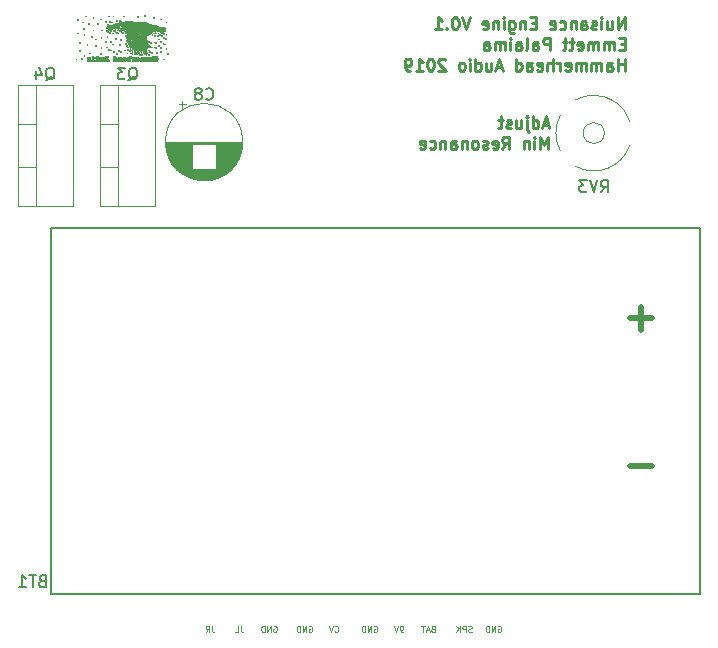
<source format=gbr>
G04 #@! TF.GenerationSoftware,KiCad,Pcbnew,(5.0.1-3-g963ef8bb5)*
G04 #@! TF.CreationDate,2019-05-01T10:43:29-06:00*
G04 #@! TF.ProjectId,NuisanceEngine,4E756973616E6365456E67696E652E6B,rev?*
G04 #@! TF.SameCoordinates,Original*
G04 #@! TF.FileFunction,Legend,Bot*
G04 #@! TF.FilePolarity,Positive*
%FSLAX46Y46*%
G04 Gerber Fmt 4.6, Leading zero omitted, Abs format (unit mm)*
G04 Created by KiCad (PCBNEW (5.0.1-3-g963ef8bb5)) date Wednesday, 01 May 2019 at 10:43:29*
%MOMM*%
%LPD*%
G01*
G04 APERTURE LIST*
%ADD10C,0.250000*%
%ADD11C,0.125000*%
%ADD12C,0.120000*%
%ADD13C,0.150000*%
%ADD14C,0.010000*%
%ADD15C,0.500000*%
G04 APERTURE END LIST*
D10*
X96647023Y-56791666D02*
X96170833Y-56791666D01*
X96742261Y-57077380D02*
X96408928Y-56077380D01*
X96075595Y-57077380D01*
X95313690Y-57077380D02*
X95313690Y-56077380D01*
X95313690Y-57029761D02*
X95408928Y-57077380D01*
X95599404Y-57077380D01*
X95694642Y-57029761D01*
X95742261Y-56982142D01*
X95789880Y-56886904D01*
X95789880Y-56601190D01*
X95742261Y-56505952D01*
X95694642Y-56458333D01*
X95599404Y-56410714D01*
X95408928Y-56410714D01*
X95313690Y-56458333D01*
X94837500Y-56410714D02*
X94837500Y-57267857D01*
X94885119Y-57363095D01*
X94980357Y-57410714D01*
X95027976Y-57410714D01*
X94837500Y-56077380D02*
X94885119Y-56125000D01*
X94837500Y-56172619D01*
X94789880Y-56125000D01*
X94837500Y-56077380D01*
X94837500Y-56172619D01*
X93932738Y-56410714D02*
X93932738Y-57077380D01*
X94361309Y-56410714D02*
X94361309Y-56934523D01*
X94313690Y-57029761D01*
X94218452Y-57077380D01*
X94075595Y-57077380D01*
X93980357Y-57029761D01*
X93932738Y-56982142D01*
X93504166Y-57029761D02*
X93408928Y-57077380D01*
X93218452Y-57077380D01*
X93123214Y-57029761D01*
X93075595Y-56934523D01*
X93075595Y-56886904D01*
X93123214Y-56791666D01*
X93218452Y-56744047D01*
X93361309Y-56744047D01*
X93456547Y-56696428D01*
X93504166Y-56601190D01*
X93504166Y-56553571D01*
X93456547Y-56458333D01*
X93361309Y-56410714D01*
X93218452Y-56410714D01*
X93123214Y-56458333D01*
X92789880Y-56410714D02*
X92408928Y-56410714D01*
X92647023Y-56077380D02*
X92647023Y-56934523D01*
X92599404Y-57029761D01*
X92504166Y-57077380D01*
X92408928Y-57077380D01*
X96599404Y-58827380D02*
X96599404Y-57827380D01*
X96266071Y-58541666D01*
X95932738Y-57827380D01*
X95932738Y-58827380D01*
X95456547Y-58827380D02*
X95456547Y-58160714D01*
X95456547Y-57827380D02*
X95504166Y-57875000D01*
X95456547Y-57922619D01*
X95408928Y-57875000D01*
X95456547Y-57827380D01*
X95456547Y-57922619D01*
X94980357Y-58160714D02*
X94980357Y-58827380D01*
X94980357Y-58255952D02*
X94932738Y-58208333D01*
X94837500Y-58160714D01*
X94694642Y-58160714D01*
X94599404Y-58208333D01*
X94551785Y-58303571D01*
X94551785Y-58827380D01*
X92742261Y-58827380D02*
X93075595Y-58351190D01*
X93313690Y-58827380D02*
X93313690Y-57827380D01*
X92932738Y-57827380D01*
X92837500Y-57875000D01*
X92789880Y-57922619D01*
X92742261Y-58017857D01*
X92742261Y-58160714D01*
X92789880Y-58255952D01*
X92837500Y-58303571D01*
X92932738Y-58351190D01*
X93313690Y-58351190D01*
X91932738Y-58779761D02*
X92027976Y-58827380D01*
X92218452Y-58827380D01*
X92313690Y-58779761D01*
X92361309Y-58684523D01*
X92361309Y-58303571D01*
X92313690Y-58208333D01*
X92218452Y-58160714D01*
X92027976Y-58160714D01*
X91932738Y-58208333D01*
X91885119Y-58303571D01*
X91885119Y-58398809D01*
X92361309Y-58494047D01*
X91504166Y-58779761D02*
X91408928Y-58827380D01*
X91218452Y-58827380D01*
X91123214Y-58779761D01*
X91075595Y-58684523D01*
X91075595Y-58636904D01*
X91123214Y-58541666D01*
X91218452Y-58494047D01*
X91361309Y-58494047D01*
X91456547Y-58446428D01*
X91504166Y-58351190D01*
X91504166Y-58303571D01*
X91456547Y-58208333D01*
X91361309Y-58160714D01*
X91218452Y-58160714D01*
X91123214Y-58208333D01*
X90504166Y-58827380D02*
X90599404Y-58779761D01*
X90647023Y-58732142D01*
X90694642Y-58636904D01*
X90694642Y-58351190D01*
X90647023Y-58255952D01*
X90599404Y-58208333D01*
X90504166Y-58160714D01*
X90361309Y-58160714D01*
X90266071Y-58208333D01*
X90218452Y-58255952D01*
X90170833Y-58351190D01*
X90170833Y-58636904D01*
X90218452Y-58732142D01*
X90266071Y-58779761D01*
X90361309Y-58827380D01*
X90504166Y-58827380D01*
X89742261Y-58160714D02*
X89742261Y-58827380D01*
X89742261Y-58255952D02*
X89694642Y-58208333D01*
X89599404Y-58160714D01*
X89456547Y-58160714D01*
X89361309Y-58208333D01*
X89313690Y-58303571D01*
X89313690Y-58827380D01*
X88408928Y-58827380D02*
X88408928Y-58303571D01*
X88456547Y-58208333D01*
X88551785Y-58160714D01*
X88742261Y-58160714D01*
X88837500Y-58208333D01*
X88408928Y-58779761D02*
X88504166Y-58827380D01*
X88742261Y-58827380D01*
X88837500Y-58779761D01*
X88885119Y-58684523D01*
X88885119Y-58589285D01*
X88837500Y-58494047D01*
X88742261Y-58446428D01*
X88504166Y-58446428D01*
X88408928Y-58398809D01*
X87932738Y-58160714D02*
X87932738Y-58827380D01*
X87932738Y-58255952D02*
X87885119Y-58208333D01*
X87789880Y-58160714D01*
X87647023Y-58160714D01*
X87551785Y-58208333D01*
X87504166Y-58303571D01*
X87504166Y-58827380D01*
X86599404Y-58779761D02*
X86694642Y-58827380D01*
X86885119Y-58827380D01*
X86980357Y-58779761D01*
X87027976Y-58732142D01*
X87075595Y-58636904D01*
X87075595Y-58351190D01*
X87027976Y-58255952D01*
X86980357Y-58208333D01*
X86885119Y-58160714D01*
X86694642Y-58160714D01*
X86599404Y-58208333D01*
X85789880Y-58779761D02*
X85885119Y-58827380D01*
X86075595Y-58827380D01*
X86170833Y-58779761D01*
X86218452Y-58684523D01*
X86218452Y-58303571D01*
X86170833Y-58208333D01*
X86075595Y-58160714D01*
X85885119Y-58160714D01*
X85789880Y-58208333D01*
X85742261Y-58303571D01*
X85742261Y-58398809D01*
X86218452Y-58494047D01*
D11*
X81880952Y-99250000D02*
X81928571Y-99226190D01*
X82000000Y-99226190D01*
X82071428Y-99250000D01*
X82119047Y-99297619D01*
X82142857Y-99345238D01*
X82166666Y-99440476D01*
X82166666Y-99511904D01*
X82142857Y-99607142D01*
X82119047Y-99654761D01*
X82071428Y-99702380D01*
X82000000Y-99726190D01*
X81952380Y-99726190D01*
X81880952Y-99702380D01*
X81857142Y-99678571D01*
X81857142Y-99511904D01*
X81952380Y-99511904D01*
X81642857Y-99726190D02*
X81642857Y-99226190D01*
X81357142Y-99726190D01*
X81357142Y-99226190D01*
X81119047Y-99726190D02*
X81119047Y-99226190D01*
X81000000Y-99226190D01*
X80928571Y-99250000D01*
X80880952Y-99297619D01*
X80857142Y-99345238D01*
X80833333Y-99440476D01*
X80833333Y-99511904D01*
X80857142Y-99607142D01*
X80880952Y-99654761D01*
X80928571Y-99702380D01*
X81000000Y-99726190D01*
X81119047Y-99726190D01*
X92380952Y-99250000D02*
X92428571Y-99226190D01*
X92500000Y-99226190D01*
X92571428Y-99250000D01*
X92619047Y-99297619D01*
X92642857Y-99345238D01*
X92666666Y-99440476D01*
X92666666Y-99511904D01*
X92642857Y-99607142D01*
X92619047Y-99654761D01*
X92571428Y-99702380D01*
X92500000Y-99726190D01*
X92452380Y-99726190D01*
X92380952Y-99702380D01*
X92357142Y-99678571D01*
X92357142Y-99511904D01*
X92452380Y-99511904D01*
X92142857Y-99726190D02*
X92142857Y-99226190D01*
X91857142Y-99726190D01*
X91857142Y-99226190D01*
X91619047Y-99726190D02*
X91619047Y-99226190D01*
X91500000Y-99226190D01*
X91428571Y-99250000D01*
X91380952Y-99297619D01*
X91357142Y-99345238D01*
X91333333Y-99440476D01*
X91333333Y-99511904D01*
X91357142Y-99607142D01*
X91380952Y-99654761D01*
X91428571Y-99702380D01*
X91500000Y-99726190D01*
X91619047Y-99726190D01*
X84309523Y-99726190D02*
X84214285Y-99726190D01*
X84166666Y-99702380D01*
X84142857Y-99678571D01*
X84095238Y-99607142D01*
X84071428Y-99511904D01*
X84071428Y-99321428D01*
X84095238Y-99273809D01*
X84119047Y-99250000D01*
X84166666Y-99226190D01*
X84261904Y-99226190D01*
X84309523Y-99250000D01*
X84333333Y-99273809D01*
X84357142Y-99321428D01*
X84357142Y-99440476D01*
X84333333Y-99488095D01*
X84309523Y-99511904D01*
X84261904Y-99535714D01*
X84166666Y-99535714D01*
X84119047Y-99511904D01*
X84095238Y-99488095D01*
X84071428Y-99440476D01*
X83928571Y-99226190D02*
X83761904Y-99726190D01*
X83595238Y-99226190D01*
X73380952Y-99250000D02*
X73428571Y-99226190D01*
X73500000Y-99226190D01*
X73571428Y-99250000D01*
X73619047Y-99297619D01*
X73642857Y-99345238D01*
X73666666Y-99440476D01*
X73666666Y-99511904D01*
X73642857Y-99607142D01*
X73619047Y-99654761D01*
X73571428Y-99702380D01*
X73500000Y-99726190D01*
X73452380Y-99726190D01*
X73380952Y-99702380D01*
X73357142Y-99678571D01*
X73357142Y-99511904D01*
X73452380Y-99511904D01*
X73142857Y-99726190D02*
X73142857Y-99226190D01*
X72857142Y-99726190D01*
X72857142Y-99226190D01*
X72619047Y-99726190D02*
X72619047Y-99226190D01*
X72500000Y-99226190D01*
X72428571Y-99250000D01*
X72380952Y-99297619D01*
X72357142Y-99345238D01*
X72333333Y-99440476D01*
X72333333Y-99511904D01*
X72357142Y-99607142D01*
X72380952Y-99654761D01*
X72428571Y-99702380D01*
X72500000Y-99726190D01*
X72619047Y-99726190D01*
X68178571Y-99226190D02*
X68178571Y-99583333D01*
X68202380Y-99654761D01*
X68250000Y-99702380D01*
X68321428Y-99726190D01*
X68369047Y-99726190D01*
X67654761Y-99726190D02*
X67821428Y-99488095D01*
X67940476Y-99726190D02*
X67940476Y-99226190D01*
X67750000Y-99226190D01*
X67702380Y-99250000D01*
X67678571Y-99273809D01*
X67654761Y-99321428D01*
X67654761Y-99392857D01*
X67678571Y-99440476D01*
X67702380Y-99464285D01*
X67750000Y-99488095D01*
X67940476Y-99488095D01*
X78559523Y-99678571D02*
X78583333Y-99702380D01*
X78654761Y-99726190D01*
X78702380Y-99726190D01*
X78773809Y-99702380D01*
X78821428Y-99654761D01*
X78845238Y-99607142D01*
X78869047Y-99511904D01*
X78869047Y-99440476D01*
X78845238Y-99345238D01*
X78821428Y-99297619D01*
X78773809Y-99250000D01*
X78702380Y-99226190D01*
X78654761Y-99226190D01*
X78583333Y-99250000D01*
X78559523Y-99273809D01*
X78416666Y-99226190D02*
X78250000Y-99726190D01*
X78083333Y-99226190D01*
X70630952Y-99226190D02*
X70630952Y-99583333D01*
X70654761Y-99654761D01*
X70702380Y-99702380D01*
X70773809Y-99726190D01*
X70821428Y-99726190D01*
X70154761Y-99726190D02*
X70392857Y-99726190D01*
X70392857Y-99226190D01*
X86869047Y-99464285D02*
X86797619Y-99488095D01*
X86773809Y-99511904D01*
X86750000Y-99559523D01*
X86750000Y-99630952D01*
X86773809Y-99678571D01*
X86797619Y-99702380D01*
X86845238Y-99726190D01*
X87035714Y-99726190D01*
X87035714Y-99226190D01*
X86869047Y-99226190D01*
X86821428Y-99250000D01*
X86797619Y-99273809D01*
X86773809Y-99321428D01*
X86773809Y-99369047D01*
X86797619Y-99416666D01*
X86821428Y-99440476D01*
X86869047Y-99464285D01*
X87035714Y-99464285D01*
X86559523Y-99583333D02*
X86321428Y-99583333D01*
X86607142Y-99726190D02*
X86440476Y-99226190D01*
X86273809Y-99726190D01*
X86178571Y-99226190D02*
X85892857Y-99226190D01*
X86035714Y-99726190D02*
X86035714Y-99226190D01*
X90142857Y-99702380D02*
X90071428Y-99726190D01*
X89952380Y-99726190D01*
X89904761Y-99702380D01*
X89880952Y-99678571D01*
X89857142Y-99630952D01*
X89857142Y-99583333D01*
X89880952Y-99535714D01*
X89904761Y-99511904D01*
X89952380Y-99488095D01*
X90047619Y-99464285D01*
X90095238Y-99440476D01*
X90119047Y-99416666D01*
X90142857Y-99369047D01*
X90142857Y-99321428D01*
X90119047Y-99273809D01*
X90095238Y-99250000D01*
X90047619Y-99226190D01*
X89928571Y-99226190D01*
X89857142Y-99250000D01*
X89642857Y-99726190D02*
X89642857Y-99226190D01*
X89452380Y-99226190D01*
X89404761Y-99250000D01*
X89380952Y-99273809D01*
X89357142Y-99321428D01*
X89357142Y-99392857D01*
X89380952Y-99440476D01*
X89404761Y-99464285D01*
X89452380Y-99488095D01*
X89642857Y-99488095D01*
X89142857Y-99726190D02*
X89142857Y-99226190D01*
X88857142Y-99726190D02*
X89071428Y-99440476D01*
X88857142Y-99226190D02*
X89142857Y-99511904D01*
X76380952Y-99250000D02*
X76428571Y-99226190D01*
X76500000Y-99226190D01*
X76571428Y-99250000D01*
X76619047Y-99297619D01*
X76642857Y-99345238D01*
X76666666Y-99440476D01*
X76666666Y-99511904D01*
X76642857Y-99607142D01*
X76619047Y-99654761D01*
X76571428Y-99702380D01*
X76500000Y-99726190D01*
X76452380Y-99726190D01*
X76380952Y-99702380D01*
X76357142Y-99678571D01*
X76357142Y-99511904D01*
X76452380Y-99511904D01*
X76142857Y-99726190D02*
X76142857Y-99226190D01*
X75857142Y-99726190D01*
X75857142Y-99226190D01*
X75619047Y-99726190D02*
X75619047Y-99226190D01*
X75500000Y-99226190D01*
X75428571Y-99250000D01*
X75380952Y-99297619D01*
X75357142Y-99345238D01*
X75333333Y-99440476D01*
X75333333Y-99511904D01*
X75357142Y-99607142D01*
X75380952Y-99654761D01*
X75428571Y-99702380D01*
X75500000Y-99726190D01*
X75619047Y-99726190D01*
D10*
X103099404Y-48702380D02*
X103099404Y-47702380D01*
X102527976Y-48702380D01*
X102527976Y-47702380D01*
X101623214Y-48035714D02*
X101623214Y-48702380D01*
X102051785Y-48035714D02*
X102051785Y-48559523D01*
X102004166Y-48654761D01*
X101908928Y-48702380D01*
X101766071Y-48702380D01*
X101670833Y-48654761D01*
X101623214Y-48607142D01*
X101147023Y-48702380D02*
X101147023Y-48035714D01*
X101147023Y-47702380D02*
X101194642Y-47750000D01*
X101147023Y-47797619D01*
X101099404Y-47750000D01*
X101147023Y-47702380D01*
X101147023Y-47797619D01*
X100718452Y-48654761D02*
X100623214Y-48702380D01*
X100432738Y-48702380D01*
X100337500Y-48654761D01*
X100289880Y-48559523D01*
X100289880Y-48511904D01*
X100337500Y-48416666D01*
X100432738Y-48369047D01*
X100575595Y-48369047D01*
X100670833Y-48321428D01*
X100718452Y-48226190D01*
X100718452Y-48178571D01*
X100670833Y-48083333D01*
X100575595Y-48035714D01*
X100432738Y-48035714D01*
X100337500Y-48083333D01*
X99432738Y-48702380D02*
X99432738Y-48178571D01*
X99480357Y-48083333D01*
X99575595Y-48035714D01*
X99766071Y-48035714D01*
X99861309Y-48083333D01*
X99432738Y-48654761D02*
X99527976Y-48702380D01*
X99766071Y-48702380D01*
X99861309Y-48654761D01*
X99908928Y-48559523D01*
X99908928Y-48464285D01*
X99861309Y-48369047D01*
X99766071Y-48321428D01*
X99527976Y-48321428D01*
X99432738Y-48273809D01*
X98956547Y-48035714D02*
X98956547Y-48702380D01*
X98956547Y-48130952D02*
X98908928Y-48083333D01*
X98813690Y-48035714D01*
X98670833Y-48035714D01*
X98575595Y-48083333D01*
X98527976Y-48178571D01*
X98527976Y-48702380D01*
X97623214Y-48654761D02*
X97718452Y-48702380D01*
X97908928Y-48702380D01*
X98004166Y-48654761D01*
X98051785Y-48607142D01*
X98099404Y-48511904D01*
X98099404Y-48226190D01*
X98051785Y-48130952D01*
X98004166Y-48083333D01*
X97908928Y-48035714D01*
X97718452Y-48035714D01*
X97623214Y-48083333D01*
X96813690Y-48654761D02*
X96908928Y-48702380D01*
X97099404Y-48702380D01*
X97194642Y-48654761D01*
X97242261Y-48559523D01*
X97242261Y-48178571D01*
X97194642Y-48083333D01*
X97099404Y-48035714D01*
X96908928Y-48035714D01*
X96813690Y-48083333D01*
X96766071Y-48178571D01*
X96766071Y-48273809D01*
X97242261Y-48369047D01*
X95575595Y-48178571D02*
X95242261Y-48178571D01*
X95099404Y-48702380D02*
X95575595Y-48702380D01*
X95575595Y-47702380D01*
X95099404Y-47702380D01*
X94670833Y-48035714D02*
X94670833Y-48702380D01*
X94670833Y-48130952D02*
X94623214Y-48083333D01*
X94527976Y-48035714D01*
X94385119Y-48035714D01*
X94289880Y-48083333D01*
X94242261Y-48178571D01*
X94242261Y-48702380D01*
X93337500Y-48035714D02*
X93337500Y-48845238D01*
X93385119Y-48940476D01*
X93432738Y-48988095D01*
X93527976Y-49035714D01*
X93670833Y-49035714D01*
X93766071Y-48988095D01*
X93337500Y-48654761D02*
X93432738Y-48702380D01*
X93623214Y-48702380D01*
X93718452Y-48654761D01*
X93766071Y-48607142D01*
X93813690Y-48511904D01*
X93813690Y-48226190D01*
X93766071Y-48130952D01*
X93718452Y-48083333D01*
X93623214Y-48035714D01*
X93432738Y-48035714D01*
X93337500Y-48083333D01*
X92861309Y-48702380D02*
X92861309Y-48035714D01*
X92861309Y-47702380D02*
X92908928Y-47750000D01*
X92861309Y-47797619D01*
X92813690Y-47750000D01*
X92861309Y-47702380D01*
X92861309Y-47797619D01*
X92385119Y-48035714D02*
X92385119Y-48702380D01*
X92385119Y-48130952D02*
X92337500Y-48083333D01*
X92242261Y-48035714D01*
X92099404Y-48035714D01*
X92004166Y-48083333D01*
X91956547Y-48178571D01*
X91956547Y-48702380D01*
X91099404Y-48654761D02*
X91194642Y-48702380D01*
X91385119Y-48702380D01*
X91480357Y-48654761D01*
X91527976Y-48559523D01*
X91527976Y-48178571D01*
X91480357Y-48083333D01*
X91385119Y-48035714D01*
X91194642Y-48035714D01*
X91099404Y-48083333D01*
X91051785Y-48178571D01*
X91051785Y-48273809D01*
X91527976Y-48369047D01*
X90004166Y-47702380D02*
X89670833Y-48702380D01*
X89337500Y-47702380D01*
X88813690Y-47702380D02*
X88718452Y-47702380D01*
X88623214Y-47750000D01*
X88575595Y-47797619D01*
X88527976Y-47892857D01*
X88480357Y-48083333D01*
X88480357Y-48321428D01*
X88527976Y-48511904D01*
X88575595Y-48607142D01*
X88623214Y-48654761D01*
X88718452Y-48702380D01*
X88813690Y-48702380D01*
X88908928Y-48654761D01*
X88956547Y-48607142D01*
X89004166Y-48511904D01*
X89051785Y-48321428D01*
X89051785Y-48083333D01*
X89004166Y-47892857D01*
X88956547Y-47797619D01*
X88908928Y-47750000D01*
X88813690Y-47702380D01*
X88051785Y-48607142D02*
X88004166Y-48654761D01*
X88051785Y-48702380D01*
X88099404Y-48654761D01*
X88051785Y-48607142D01*
X88051785Y-48702380D01*
X87051785Y-48702380D02*
X87623214Y-48702380D01*
X87337500Y-48702380D02*
X87337500Y-47702380D01*
X87432738Y-47845238D01*
X87527976Y-47940476D01*
X87623214Y-47988095D01*
X103099404Y-49928571D02*
X102766071Y-49928571D01*
X102623214Y-50452380D02*
X103099404Y-50452380D01*
X103099404Y-49452380D01*
X102623214Y-49452380D01*
X102194642Y-50452380D02*
X102194642Y-49785714D01*
X102194642Y-49880952D02*
X102147023Y-49833333D01*
X102051785Y-49785714D01*
X101908928Y-49785714D01*
X101813690Y-49833333D01*
X101766071Y-49928571D01*
X101766071Y-50452380D01*
X101766071Y-49928571D02*
X101718452Y-49833333D01*
X101623214Y-49785714D01*
X101480357Y-49785714D01*
X101385119Y-49833333D01*
X101337500Y-49928571D01*
X101337500Y-50452380D01*
X100861309Y-50452380D02*
X100861309Y-49785714D01*
X100861309Y-49880952D02*
X100813690Y-49833333D01*
X100718452Y-49785714D01*
X100575595Y-49785714D01*
X100480357Y-49833333D01*
X100432738Y-49928571D01*
X100432738Y-50452380D01*
X100432738Y-49928571D02*
X100385119Y-49833333D01*
X100289880Y-49785714D01*
X100147023Y-49785714D01*
X100051785Y-49833333D01*
X100004166Y-49928571D01*
X100004166Y-50452380D01*
X99147023Y-50404761D02*
X99242261Y-50452380D01*
X99432738Y-50452380D01*
X99527976Y-50404761D01*
X99575595Y-50309523D01*
X99575595Y-49928571D01*
X99527976Y-49833333D01*
X99432738Y-49785714D01*
X99242261Y-49785714D01*
X99147023Y-49833333D01*
X99099404Y-49928571D01*
X99099404Y-50023809D01*
X99575595Y-50119047D01*
X98813690Y-49785714D02*
X98432738Y-49785714D01*
X98670833Y-49452380D02*
X98670833Y-50309523D01*
X98623214Y-50404761D01*
X98527976Y-50452380D01*
X98432738Y-50452380D01*
X98242261Y-49785714D02*
X97861309Y-49785714D01*
X98099404Y-49452380D02*
X98099404Y-50309523D01*
X98051785Y-50404761D01*
X97956547Y-50452380D01*
X97861309Y-50452380D01*
X96766071Y-50452380D02*
X96766071Y-49452380D01*
X96385119Y-49452380D01*
X96289880Y-49500000D01*
X96242261Y-49547619D01*
X96194642Y-49642857D01*
X96194642Y-49785714D01*
X96242261Y-49880952D01*
X96289880Y-49928571D01*
X96385119Y-49976190D01*
X96766071Y-49976190D01*
X95337500Y-50452380D02*
X95337500Y-49928571D01*
X95385119Y-49833333D01*
X95480357Y-49785714D01*
X95670833Y-49785714D01*
X95766071Y-49833333D01*
X95337500Y-50404761D02*
X95432738Y-50452380D01*
X95670833Y-50452380D01*
X95766071Y-50404761D01*
X95813690Y-50309523D01*
X95813690Y-50214285D01*
X95766071Y-50119047D01*
X95670833Y-50071428D01*
X95432738Y-50071428D01*
X95337500Y-50023809D01*
X94718452Y-50452380D02*
X94813690Y-50404761D01*
X94861309Y-50309523D01*
X94861309Y-49452380D01*
X93908928Y-50452380D02*
X93908928Y-49928571D01*
X93956547Y-49833333D01*
X94051785Y-49785714D01*
X94242261Y-49785714D01*
X94337500Y-49833333D01*
X93908928Y-50404761D02*
X94004166Y-50452380D01*
X94242261Y-50452380D01*
X94337500Y-50404761D01*
X94385119Y-50309523D01*
X94385119Y-50214285D01*
X94337500Y-50119047D01*
X94242261Y-50071428D01*
X94004166Y-50071428D01*
X93908928Y-50023809D01*
X93432738Y-50452380D02*
X93432738Y-49785714D01*
X93432738Y-49452380D02*
X93480357Y-49500000D01*
X93432738Y-49547619D01*
X93385119Y-49500000D01*
X93432738Y-49452380D01*
X93432738Y-49547619D01*
X92956547Y-50452380D02*
X92956547Y-49785714D01*
X92956547Y-49880952D02*
X92908928Y-49833333D01*
X92813690Y-49785714D01*
X92670833Y-49785714D01*
X92575595Y-49833333D01*
X92527976Y-49928571D01*
X92527976Y-50452380D01*
X92527976Y-49928571D02*
X92480357Y-49833333D01*
X92385119Y-49785714D01*
X92242261Y-49785714D01*
X92147023Y-49833333D01*
X92099404Y-49928571D01*
X92099404Y-50452380D01*
X91194642Y-50452380D02*
X91194642Y-49928571D01*
X91242261Y-49833333D01*
X91337500Y-49785714D01*
X91527976Y-49785714D01*
X91623214Y-49833333D01*
X91194642Y-50404761D02*
X91289880Y-50452380D01*
X91527976Y-50452380D01*
X91623214Y-50404761D01*
X91670833Y-50309523D01*
X91670833Y-50214285D01*
X91623214Y-50119047D01*
X91527976Y-50071428D01*
X91289880Y-50071428D01*
X91194642Y-50023809D01*
X103099404Y-52202380D02*
X103099404Y-51202380D01*
X103099404Y-51678571D02*
X102527976Y-51678571D01*
X102527976Y-52202380D02*
X102527976Y-51202380D01*
X101623214Y-52202380D02*
X101623214Y-51678571D01*
X101670833Y-51583333D01*
X101766071Y-51535714D01*
X101956547Y-51535714D01*
X102051785Y-51583333D01*
X101623214Y-52154761D02*
X101718452Y-52202380D01*
X101956547Y-52202380D01*
X102051785Y-52154761D01*
X102099404Y-52059523D01*
X102099404Y-51964285D01*
X102051785Y-51869047D01*
X101956547Y-51821428D01*
X101718452Y-51821428D01*
X101623214Y-51773809D01*
X101147023Y-52202380D02*
X101147023Y-51535714D01*
X101147023Y-51630952D02*
X101099404Y-51583333D01*
X101004166Y-51535714D01*
X100861309Y-51535714D01*
X100766071Y-51583333D01*
X100718452Y-51678571D01*
X100718452Y-52202380D01*
X100718452Y-51678571D02*
X100670833Y-51583333D01*
X100575595Y-51535714D01*
X100432738Y-51535714D01*
X100337500Y-51583333D01*
X100289880Y-51678571D01*
X100289880Y-52202380D01*
X99813690Y-52202380D02*
X99813690Y-51535714D01*
X99813690Y-51630952D02*
X99766071Y-51583333D01*
X99670833Y-51535714D01*
X99527976Y-51535714D01*
X99432738Y-51583333D01*
X99385119Y-51678571D01*
X99385119Y-52202380D01*
X99385119Y-51678571D02*
X99337500Y-51583333D01*
X99242261Y-51535714D01*
X99099404Y-51535714D01*
X99004166Y-51583333D01*
X98956547Y-51678571D01*
X98956547Y-52202380D01*
X98099404Y-52154761D02*
X98194642Y-52202380D01*
X98385119Y-52202380D01*
X98480357Y-52154761D01*
X98527976Y-52059523D01*
X98527976Y-51678571D01*
X98480357Y-51583333D01*
X98385119Y-51535714D01*
X98194642Y-51535714D01*
X98099404Y-51583333D01*
X98051785Y-51678571D01*
X98051785Y-51773809D01*
X98527976Y-51869047D01*
X97623214Y-52202380D02*
X97623214Y-51535714D01*
X97623214Y-51726190D02*
X97575595Y-51630952D01*
X97527976Y-51583333D01*
X97432738Y-51535714D01*
X97337500Y-51535714D01*
X97004166Y-52202380D02*
X97004166Y-51202380D01*
X96575595Y-52202380D02*
X96575595Y-51678571D01*
X96623214Y-51583333D01*
X96718452Y-51535714D01*
X96861309Y-51535714D01*
X96956547Y-51583333D01*
X97004166Y-51630952D01*
X95718452Y-52154761D02*
X95813690Y-52202380D01*
X96004166Y-52202380D01*
X96099404Y-52154761D01*
X96147023Y-52059523D01*
X96147023Y-51678571D01*
X96099404Y-51583333D01*
X96004166Y-51535714D01*
X95813690Y-51535714D01*
X95718452Y-51583333D01*
X95670833Y-51678571D01*
X95670833Y-51773809D01*
X96147023Y-51869047D01*
X94813690Y-52202380D02*
X94813690Y-51678571D01*
X94861309Y-51583333D01*
X94956547Y-51535714D01*
X95147023Y-51535714D01*
X95242261Y-51583333D01*
X94813690Y-52154761D02*
X94908928Y-52202380D01*
X95147023Y-52202380D01*
X95242261Y-52154761D01*
X95289880Y-52059523D01*
X95289880Y-51964285D01*
X95242261Y-51869047D01*
X95147023Y-51821428D01*
X94908928Y-51821428D01*
X94813690Y-51773809D01*
X93908928Y-52202380D02*
X93908928Y-51202380D01*
X93908928Y-52154761D02*
X94004166Y-52202380D01*
X94194642Y-52202380D01*
X94289880Y-52154761D01*
X94337500Y-52107142D01*
X94385119Y-52011904D01*
X94385119Y-51726190D01*
X94337500Y-51630952D01*
X94289880Y-51583333D01*
X94194642Y-51535714D01*
X94004166Y-51535714D01*
X93908928Y-51583333D01*
X92718452Y-51916666D02*
X92242261Y-51916666D01*
X92813690Y-52202380D02*
X92480357Y-51202380D01*
X92147023Y-52202380D01*
X91385119Y-51535714D02*
X91385119Y-52202380D01*
X91813690Y-51535714D02*
X91813690Y-52059523D01*
X91766071Y-52154761D01*
X91670833Y-52202380D01*
X91527976Y-52202380D01*
X91432738Y-52154761D01*
X91385119Y-52107142D01*
X90480357Y-52202380D02*
X90480357Y-51202380D01*
X90480357Y-52154761D02*
X90575595Y-52202380D01*
X90766071Y-52202380D01*
X90861309Y-52154761D01*
X90908928Y-52107142D01*
X90956547Y-52011904D01*
X90956547Y-51726190D01*
X90908928Y-51630952D01*
X90861309Y-51583333D01*
X90766071Y-51535714D01*
X90575595Y-51535714D01*
X90480357Y-51583333D01*
X90004166Y-52202380D02*
X90004166Y-51535714D01*
X90004166Y-51202380D02*
X90051785Y-51250000D01*
X90004166Y-51297619D01*
X89956547Y-51250000D01*
X90004166Y-51202380D01*
X90004166Y-51297619D01*
X89385119Y-52202380D02*
X89480357Y-52154761D01*
X89527976Y-52107142D01*
X89575595Y-52011904D01*
X89575595Y-51726190D01*
X89527976Y-51630952D01*
X89480357Y-51583333D01*
X89385119Y-51535714D01*
X89242261Y-51535714D01*
X89147023Y-51583333D01*
X89099404Y-51630952D01*
X89051785Y-51726190D01*
X89051785Y-52011904D01*
X89099404Y-52107142D01*
X89147023Y-52154761D01*
X89242261Y-52202380D01*
X89385119Y-52202380D01*
X87908928Y-51297619D02*
X87861309Y-51250000D01*
X87766071Y-51202380D01*
X87527976Y-51202380D01*
X87432738Y-51250000D01*
X87385119Y-51297619D01*
X87337500Y-51392857D01*
X87337500Y-51488095D01*
X87385119Y-51630952D01*
X87956547Y-52202380D01*
X87337500Y-52202380D01*
X86718452Y-51202380D02*
X86623214Y-51202380D01*
X86527976Y-51250000D01*
X86480357Y-51297619D01*
X86432738Y-51392857D01*
X86385119Y-51583333D01*
X86385119Y-51821428D01*
X86432738Y-52011904D01*
X86480357Y-52107142D01*
X86527976Y-52154761D01*
X86623214Y-52202380D01*
X86718452Y-52202380D01*
X86813690Y-52154761D01*
X86861309Y-52107142D01*
X86908928Y-52011904D01*
X86956547Y-51821428D01*
X86956547Y-51583333D01*
X86908928Y-51392857D01*
X86861309Y-51297619D01*
X86813690Y-51250000D01*
X86718452Y-51202380D01*
X85432738Y-52202380D02*
X86004166Y-52202380D01*
X85718452Y-52202380D02*
X85718452Y-51202380D01*
X85813690Y-51345238D01*
X85908928Y-51440476D01*
X86004166Y-51488095D01*
X84956547Y-52202380D02*
X84766071Y-52202380D01*
X84670833Y-52154761D01*
X84623214Y-52107142D01*
X84527976Y-51964285D01*
X84480357Y-51773809D01*
X84480357Y-51392857D01*
X84527976Y-51297619D01*
X84575595Y-51250000D01*
X84670833Y-51202380D01*
X84861309Y-51202380D01*
X84956547Y-51250000D01*
X85004166Y-51297619D01*
X85051785Y-51392857D01*
X85051785Y-51630952D01*
X85004166Y-51726190D01*
X84956547Y-51773809D01*
X84861309Y-51821428D01*
X84670833Y-51821428D01*
X84575595Y-51773809D01*
X84527976Y-51726190D01*
X84480357Y-51630952D01*
D12*
G04 #@! TO.C,Q4*
X51730000Y-60391000D02*
X53240000Y-60391000D01*
X51730000Y-56690000D02*
X53240000Y-56690000D01*
X53240000Y-53420000D02*
X53240000Y-63660000D01*
X51730000Y-63660000D02*
X56371000Y-63660000D01*
X51730000Y-53420000D02*
X56371000Y-53420000D01*
X56371000Y-53420000D02*
X56371000Y-63660000D01*
X51730000Y-53420000D02*
X51730000Y-63660000D01*
G04 #@! TO.C,Q3*
X58730000Y-60391000D02*
X60240000Y-60391000D01*
X58730000Y-56690000D02*
X60240000Y-56690000D01*
X60240000Y-53420000D02*
X60240000Y-63660000D01*
X58730000Y-63660000D02*
X63371000Y-63660000D01*
X58730000Y-53420000D02*
X63371000Y-53420000D01*
X63371000Y-53420000D02*
X63371000Y-63660000D01*
X58730000Y-53420000D02*
X58730000Y-63660000D01*
D13*
G04 #@! TO.C,BT1*
X109500000Y-96500000D02*
X82000000Y-96500000D01*
X109500000Y-65500000D02*
X109500000Y-96500000D01*
X54500000Y-65500000D02*
X109500000Y-65500000D01*
X54500000Y-96500000D02*
X54500000Y-65500000D01*
X82000000Y-96500000D02*
X54500000Y-96500000D01*
D12*
G04 #@! TO.C,RV3*
X103552891Y-56508055D02*
G75*
G03X100500000Y-54290000I-3052891J-991945D01*
G01*
X98944667Y-60307816D02*
G75*
G03X103553000Y-58491000I1555333J2807816D01*
G01*
X97665329Y-55992382D02*
G75*
G03X97665000Y-59007000I2834671J-1507618D01*
G01*
X100556464Y-54290201D02*
G75*
G03X98944000Y-54692000I-56464J-3209799D01*
G01*
X101400000Y-57500000D02*
G75*
G03X101400000Y-57500000I-900000J0D01*
G01*
G04 #@! TO.C,C8*
X70770000Y-58250000D02*
G75*
G03X70770000Y-58250000I-3270000J0D01*
G01*
X64270000Y-58250000D02*
X70730000Y-58250000D01*
X64270000Y-58290000D02*
X70730000Y-58290000D01*
X64270000Y-58330000D02*
X70730000Y-58330000D01*
X64272000Y-58370000D02*
X70728000Y-58370000D01*
X64273000Y-58410000D02*
X70727000Y-58410000D01*
X64276000Y-58450000D02*
X70724000Y-58450000D01*
X64278000Y-58490000D02*
X66460000Y-58490000D01*
X68540000Y-58490000D02*
X70722000Y-58490000D01*
X64282000Y-58530000D02*
X66460000Y-58530000D01*
X68540000Y-58530000D02*
X70718000Y-58530000D01*
X64285000Y-58570000D02*
X66460000Y-58570000D01*
X68540000Y-58570000D02*
X70715000Y-58570000D01*
X64289000Y-58610000D02*
X66460000Y-58610000D01*
X68540000Y-58610000D02*
X70711000Y-58610000D01*
X64294000Y-58650000D02*
X66460000Y-58650000D01*
X68540000Y-58650000D02*
X70706000Y-58650000D01*
X64299000Y-58690000D02*
X66460000Y-58690000D01*
X68540000Y-58690000D02*
X70701000Y-58690000D01*
X64305000Y-58730000D02*
X66460000Y-58730000D01*
X68540000Y-58730000D02*
X70695000Y-58730000D01*
X64311000Y-58770000D02*
X66460000Y-58770000D01*
X68540000Y-58770000D02*
X70689000Y-58770000D01*
X64318000Y-58810000D02*
X66460000Y-58810000D01*
X68540000Y-58810000D02*
X70682000Y-58810000D01*
X64325000Y-58850000D02*
X66460000Y-58850000D01*
X68540000Y-58850000D02*
X70675000Y-58850000D01*
X64333000Y-58890000D02*
X66460000Y-58890000D01*
X68540000Y-58890000D02*
X70667000Y-58890000D01*
X64341000Y-58930000D02*
X66460000Y-58930000D01*
X68540000Y-58930000D02*
X70659000Y-58930000D01*
X64350000Y-58971000D02*
X66460000Y-58971000D01*
X68540000Y-58971000D02*
X70650000Y-58971000D01*
X64359000Y-59011000D02*
X66460000Y-59011000D01*
X68540000Y-59011000D02*
X70641000Y-59011000D01*
X64369000Y-59051000D02*
X66460000Y-59051000D01*
X68540000Y-59051000D02*
X70631000Y-59051000D01*
X64379000Y-59091000D02*
X66460000Y-59091000D01*
X68540000Y-59091000D02*
X70621000Y-59091000D01*
X64390000Y-59131000D02*
X66460000Y-59131000D01*
X68540000Y-59131000D02*
X70610000Y-59131000D01*
X64402000Y-59171000D02*
X66460000Y-59171000D01*
X68540000Y-59171000D02*
X70598000Y-59171000D01*
X64414000Y-59211000D02*
X66460000Y-59211000D01*
X68540000Y-59211000D02*
X70586000Y-59211000D01*
X64426000Y-59251000D02*
X66460000Y-59251000D01*
X68540000Y-59251000D02*
X70574000Y-59251000D01*
X64439000Y-59291000D02*
X66460000Y-59291000D01*
X68540000Y-59291000D02*
X70561000Y-59291000D01*
X64453000Y-59331000D02*
X66460000Y-59331000D01*
X68540000Y-59331000D02*
X70547000Y-59331000D01*
X64467000Y-59371000D02*
X66460000Y-59371000D01*
X68540000Y-59371000D02*
X70533000Y-59371000D01*
X64482000Y-59411000D02*
X66460000Y-59411000D01*
X68540000Y-59411000D02*
X70518000Y-59411000D01*
X64498000Y-59451000D02*
X66460000Y-59451000D01*
X68540000Y-59451000D02*
X70502000Y-59451000D01*
X64514000Y-59491000D02*
X66460000Y-59491000D01*
X68540000Y-59491000D02*
X70486000Y-59491000D01*
X64530000Y-59531000D02*
X66460000Y-59531000D01*
X68540000Y-59531000D02*
X70470000Y-59531000D01*
X64548000Y-59571000D02*
X66460000Y-59571000D01*
X68540000Y-59571000D02*
X70452000Y-59571000D01*
X64566000Y-59611000D02*
X66460000Y-59611000D01*
X68540000Y-59611000D02*
X70434000Y-59611000D01*
X64584000Y-59651000D02*
X66460000Y-59651000D01*
X68540000Y-59651000D02*
X70416000Y-59651000D01*
X64604000Y-59691000D02*
X66460000Y-59691000D01*
X68540000Y-59691000D02*
X70396000Y-59691000D01*
X64624000Y-59731000D02*
X66460000Y-59731000D01*
X68540000Y-59731000D02*
X70376000Y-59731000D01*
X64644000Y-59771000D02*
X66460000Y-59771000D01*
X68540000Y-59771000D02*
X70356000Y-59771000D01*
X64666000Y-59811000D02*
X66460000Y-59811000D01*
X68540000Y-59811000D02*
X70334000Y-59811000D01*
X64688000Y-59851000D02*
X66460000Y-59851000D01*
X68540000Y-59851000D02*
X70312000Y-59851000D01*
X64710000Y-59891000D02*
X66460000Y-59891000D01*
X68540000Y-59891000D02*
X70290000Y-59891000D01*
X64734000Y-59931000D02*
X66460000Y-59931000D01*
X68540000Y-59931000D02*
X70266000Y-59931000D01*
X64758000Y-59971000D02*
X66460000Y-59971000D01*
X68540000Y-59971000D02*
X70242000Y-59971000D01*
X64784000Y-60011000D02*
X66460000Y-60011000D01*
X68540000Y-60011000D02*
X70216000Y-60011000D01*
X64810000Y-60051000D02*
X66460000Y-60051000D01*
X68540000Y-60051000D02*
X70190000Y-60051000D01*
X64836000Y-60091000D02*
X66460000Y-60091000D01*
X68540000Y-60091000D02*
X70164000Y-60091000D01*
X64864000Y-60131000D02*
X66460000Y-60131000D01*
X68540000Y-60131000D02*
X70136000Y-60131000D01*
X64893000Y-60171000D02*
X66460000Y-60171000D01*
X68540000Y-60171000D02*
X70107000Y-60171000D01*
X64922000Y-60211000D02*
X66460000Y-60211000D01*
X68540000Y-60211000D02*
X70078000Y-60211000D01*
X64952000Y-60251000D02*
X66460000Y-60251000D01*
X68540000Y-60251000D02*
X70048000Y-60251000D01*
X64984000Y-60291000D02*
X66460000Y-60291000D01*
X68540000Y-60291000D02*
X70016000Y-60291000D01*
X65016000Y-60331000D02*
X66460000Y-60331000D01*
X68540000Y-60331000D02*
X69984000Y-60331000D01*
X65050000Y-60371000D02*
X66460000Y-60371000D01*
X68540000Y-60371000D02*
X69950000Y-60371000D01*
X65084000Y-60411000D02*
X66460000Y-60411000D01*
X68540000Y-60411000D02*
X69916000Y-60411000D01*
X65120000Y-60451000D02*
X66460000Y-60451000D01*
X68540000Y-60451000D02*
X69880000Y-60451000D01*
X65157000Y-60491000D02*
X66460000Y-60491000D01*
X68540000Y-60491000D02*
X69843000Y-60491000D01*
X65195000Y-60531000D02*
X66460000Y-60531000D01*
X68540000Y-60531000D02*
X69805000Y-60531000D01*
X65235000Y-60571000D02*
X69765000Y-60571000D01*
X65276000Y-60611000D02*
X69724000Y-60611000D01*
X65318000Y-60651000D02*
X69682000Y-60651000D01*
X65363000Y-60691000D02*
X69637000Y-60691000D01*
X65408000Y-60731000D02*
X69592000Y-60731000D01*
X65456000Y-60771000D02*
X69544000Y-60771000D01*
X65505000Y-60811000D02*
X69495000Y-60811000D01*
X65556000Y-60851000D02*
X69444000Y-60851000D01*
X65610000Y-60891000D02*
X69390000Y-60891000D01*
X65666000Y-60931000D02*
X69334000Y-60931000D01*
X65724000Y-60971000D02*
X69276000Y-60971000D01*
X65786000Y-61011000D02*
X69214000Y-61011000D01*
X65850000Y-61051000D02*
X69150000Y-61051000D01*
X65919000Y-61091000D02*
X69081000Y-61091000D01*
X65991000Y-61131000D02*
X69009000Y-61131000D01*
X66068000Y-61171000D02*
X68932000Y-61171000D01*
X66150000Y-61211000D02*
X68850000Y-61211000D01*
X66238000Y-61251000D02*
X68762000Y-61251000D01*
X66335000Y-61291000D02*
X68665000Y-61291000D01*
X66441000Y-61331000D02*
X68559000Y-61331000D01*
X66560000Y-61371000D02*
X68440000Y-61371000D01*
X66698000Y-61411000D02*
X68302000Y-61411000D01*
X66867000Y-61451000D02*
X68133000Y-61451000D01*
X67098000Y-61491000D02*
X67902000Y-61491000D01*
X65661000Y-54749759D02*
X65661000Y-55379759D01*
X65346000Y-55064759D02*
X65976000Y-55064759D01*
D14*
G04 #@! TO.C,LOGO*
G36*
X57687500Y-51312500D02*
X57625000Y-51312500D01*
X57625000Y-51375000D01*
X57687500Y-51375000D01*
X57687500Y-51312500D01*
X57687500Y-51312500D01*
G37*
X57687500Y-51312500D02*
X57625000Y-51312500D01*
X57625000Y-51375000D01*
X57687500Y-51375000D01*
X57687500Y-51312500D01*
G36*
X57750000Y-51312500D02*
X57687500Y-51312500D01*
X57687500Y-51375000D01*
X57750000Y-51375000D01*
X57750000Y-51312500D01*
X57750000Y-51312500D01*
G37*
X57750000Y-51312500D02*
X57687500Y-51312500D01*
X57687500Y-51375000D01*
X57750000Y-51375000D01*
X57750000Y-51312500D01*
G36*
X57812500Y-51312500D02*
X57750000Y-51312500D01*
X57750000Y-51375000D01*
X57812500Y-51375000D01*
X57812500Y-51312500D01*
X57812500Y-51312500D01*
G37*
X57812500Y-51312500D02*
X57750000Y-51312500D01*
X57750000Y-51375000D01*
X57812500Y-51375000D01*
X57812500Y-51312500D01*
G36*
X57937500Y-51312500D02*
X57875000Y-51312500D01*
X57875000Y-51375000D01*
X57937500Y-51375000D01*
X57937500Y-51312500D01*
X57937500Y-51312500D01*
G37*
X57937500Y-51312500D02*
X57875000Y-51312500D01*
X57875000Y-51375000D01*
X57937500Y-51375000D01*
X57937500Y-51312500D01*
G36*
X58000000Y-51312500D02*
X57937500Y-51312500D01*
X57937500Y-51375000D01*
X58000000Y-51375000D01*
X58000000Y-51312500D01*
X58000000Y-51312500D01*
G37*
X58000000Y-51312500D02*
X57937500Y-51312500D01*
X57937500Y-51375000D01*
X58000000Y-51375000D01*
X58000000Y-51312500D01*
G36*
X58062500Y-51312500D02*
X58000000Y-51312500D01*
X58000000Y-51375000D01*
X58062500Y-51375000D01*
X58062500Y-51312500D01*
X58062500Y-51312500D01*
G37*
X58062500Y-51312500D02*
X58000000Y-51312500D01*
X58000000Y-51375000D01*
X58062500Y-51375000D01*
X58062500Y-51312500D01*
G36*
X58125000Y-51312500D02*
X58062500Y-51312500D01*
X58062500Y-51375000D01*
X58125000Y-51375000D01*
X58125000Y-51312500D01*
X58125000Y-51312500D01*
G37*
X58125000Y-51312500D02*
X58062500Y-51312500D01*
X58062500Y-51375000D01*
X58125000Y-51375000D01*
X58125000Y-51312500D01*
G36*
X58187500Y-51312500D02*
X58125000Y-51312500D01*
X58125000Y-51375000D01*
X58187500Y-51375000D01*
X58187500Y-51312500D01*
X58187500Y-51312500D01*
G37*
X58187500Y-51312500D02*
X58125000Y-51312500D01*
X58125000Y-51375000D01*
X58187500Y-51375000D01*
X58187500Y-51312500D01*
G36*
X58250000Y-51312500D02*
X58187500Y-51312500D01*
X58187500Y-51375000D01*
X58250000Y-51375000D01*
X58250000Y-51312500D01*
X58250000Y-51312500D01*
G37*
X58250000Y-51312500D02*
X58187500Y-51312500D01*
X58187500Y-51375000D01*
X58250000Y-51375000D01*
X58250000Y-51312500D01*
G36*
X58312500Y-51312500D02*
X58250000Y-51312500D01*
X58250000Y-51375000D01*
X58312500Y-51375000D01*
X58312500Y-51312500D01*
X58312500Y-51312500D01*
G37*
X58312500Y-51312500D02*
X58250000Y-51312500D01*
X58250000Y-51375000D01*
X58312500Y-51375000D01*
X58312500Y-51312500D01*
G36*
X58375000Y-51312500D02*
X58312500Y-51312500D01*
X58312500Y-51375000D01*
X58375000Y-51375000D01*
X58375000Y-51312500D01*
X58375000Y-51312500D01*
G37*
X58375000Y-51312500D02*
X58312500Y-51312500D01*
X58312500Y-51375000D01*
X58375000Y-51375000D01*
X58375000Y-51312500D01*
G36*
X58437500Y-51312500D02*
X58375000Y-51312500D01*
X58375000Y-51375000D01*
X58437500Y-51375000D01*
X58437500Y-51312500D01*
X58437500Y-51312500D01*
G37*
X58437500Y-51312500D02*
X58375000Y-51312500D01*
X58375000Y-51375000D01*
X58437500Y-51375000D01*
X58437500Y-51312500D01*
G36*
X58500000Y-51312500D02*
X58437500Y-51312500D01*
X58437500Y-51375000D01*
X58500000Y-51375000D01*
X58500000Y-51312500D01*
X58500000Y-51312500D01*
G37*
X58500000Y-51312500D02*
X58437500Y-51312500D01*
X58437500Y-51375000D01*
X58500000Y-51375000D01*
X58500000Y-51312500D01*
G36*
X58562500Y-51312500D02*
X58500000Y-51312500D01*
X58500000Y-51375000D01*
X58562500Y-51375000D01*
X58562500Y-51312500D01*
X58562500Y-51312500D01*
G37*
X58562500Y-51312500D02*
X58500000Y-51312500D01*
X58500000Y-51375000D01*
X58562500Y-51375000D01*
X58562500Y-51312500D01*
G36*
X58687500Y-51312500D02*
X58625000Y-51312500D01*
X58625000Y-51375000D01*
X58687500Y-51375000D01*
X58687500Y-51312500D01*
X58687500Y-51312500D01*
G37*
X58687500Y-51312500D02*
X58625000Y-51312500D01*
X58625000Y-51375000D01*
X58687500Y-51375000D01*
X58687500Y-51312500D01*
G36*
X58750000Y-51312500D02*
X58687500Y-51312500D01*
X58687500Y-51375000D01*
X58750000Y-51375000D01*
X58750000Y-51312500D01*
X58750000Y-51312500D01*
G37*
X58750000Y-51312500D02*
X58687500Y-51312500D01*
X58687500Y-51375000D01*
X58750000Y-51375000D01*
X58750000Y-51312500D01*
G36*
X58812500Y-51312500D02*
X58750000Y-51312500D01*
X58750000Y-51375000D01*
X58812500Y-51375000D01*
X58812500Y-51312500D01*
X58812500Y-51312500D01*
G37*
X58812500Y-51312500D02*
X58750000Y-51312500D01*
X58750000Y-51375000D01*
X58812500Y-51375000D01*
X58812500Y-51312500D01*
G36*
X58875000Y-51312500D02*
X58812500Y-51312500D01*
X58812500Y-51375000D01*
X58875000Y-51375000D01*
X58875000Y-51312500D01*
X58875000Y-51312500D01*
G37*
X58875000Y-51312500D02*
X58812500Y-51312500D01*
X58812500Y-51375000D01*
X58875000Y-51375000D01*
X58875000Y-51312500D01*
G36*
X58937500Y-51312500D02*
X58875000Y-51312500D01*
X58875000Y-51375000D01*
X58937500Y-51375000D01*
X58937500Y-51312500D01*
X58937500Y-51312500D01*
G37*
X58937500Y-51312500D02*
X58875000Y-51312500D01*
X58875000Y-51375000D01*
X58937500Y-51375000D01*
X58937500Y-51312500D01*
G36*
X59125000Y-51312500D02*
X59062500Y-51312500D01*
X59062500Y-51375000D01*
X59125000Y-51375000D01*
X59125000Y-51312500D01*
X59125000Y-51312500D01*
G37*
X59125000Y-51312500D02*
X59062500Y-51312500D01*
X59062500Y-51375000D01*
X59125000Y-51375000D01*
X59125000Y-51312500D01*
G36*
X59187500Y-51312500D02*
X59125000Y-51312500D01*
X59125000Y-51375000D01*
X59187500Y-51375000D01*
X59187500Y-51312500D01*
X59187500Y-51312500D01*
G37*
X59187500Y-51312500D02*
X59125000Y-51312500D01*
X59125000Y-51375000D01*
X59187500Y-51375000D01*
X59187500Y-51312500D01*
G36*
X59312500Y-51312500D02*
X59250000Y-51312500D01*
X59250000Y-51375000D01*
X59312500Y-51375000D01*
X59312500Y-51312500D01*
X59312500Y-51312500D01*
G37*
X59312500Y-51312500D02*
X59250000Y-51312500D01*
X59250000Y-51375000D01*
X59312500Y-51375000D01*
X59312500Y-51312500D01*
G36*
X59375000Y-51312500D02*
X59312500Y-51312500D01*
X59312500Y-51375000D01*
X59375000Y-51375000D01*
X59375000Y-51312500D01*
X59375000Y-51312500D01*
G37*
X59375000Y-51312500D02*
X59312500Y-51312500D01*
X59312500Y-51375000D01*
X59375000Y-51375000D01*
X59375000Y-51312500D01*
G36*
X59437500Y-51312500D02*
X59375000Y-51312500D01*
X59375000Y-51375000D01*
X59437500Y-51375000D01*
X59437500Y-51312500D01*
X59437500Y-51312500D01*
G37*
X59437500Y-51312500D02*
X59375000Y-51312500D01*
X59375000Y-51375000D01*
X59437500Y-51375000D01*
X59437500Y-51312500D01*
G36*
X59812500Y-51312500D02*
X59750000Y-51312500D01*
X59750000Y-51375000D01*
X59812500Y-51375000D01*
X59812500Y-51312500D01*
X59812500Y-51312500D01*
G37*
X59812500Y-51312500D02*
X59750000Y-51312500D01*
X59750000Y-51375000D01*
X59812500Y-51375000D01*
X59812500Y-51312500D01*
G36*
X59875000Y-51312500D02*
X59812500Y-51312500D01*
X59812500Y-51375000D01*
X59875000Y-51375000D01*
X59875000Y-51312500D01*
X59875000Y-51312500D01*
G37*
X59875000Y-51312500D02*
X59812500Y-51312500D01*
X59812500Y-51375000D01*
X59875000Y-51375000D01*
X59875000Y-51312500D01*
G36*
X59937500Y-51312500D02*
X59875000Y-51312500D01*
X59875000Y-51375000D01*
X59937500Y-51375000D01*
X59937500Y-51312500D01*
X59937500Y-51312500D01*
G37*
X59937500Y-51312500D02*
X59875000Y-51312500D01*
X59875000Y-51375000D01*
X59937500Y-51375000D01*
X59937500Y-51312500D01*
G36*
X60000000Y-51312500D02*
X59937500Y-51312500D01*
X59937500Y-51375000D01*
X60000000Y-51375000D01*
X60000000Y-51312500D01*
X60000000Y-51312500D01*
G37*
X60000000Y-51312500D02*
X59937500Y-51312500D01*
X59937500Y-51375000D01*
X60000000Y-51375000D01*
X60000000Y-51312500D01*
G36*
X60062500Y-51312500D02*
X60000000Y-51312500D01*
X60000000Y-51375000D01*
X60062500Y-51375000D01*
X60062500Y-51312500D01*
X60062500Y-51312500D01*
G37*
X60062500Y-51312500D02*
X60000000Y-51312500D01*
X60000000Y-51375000D01*
X60062500Y-51375000D01*
X60062500Y-51312500D01*
G36*
X60187500Y-51312500D02*
X60125000Y-51312500D01*
X60125000Y-51375000D01*
X60187500Y-51375000D01*
X60187500Y-51312500D01*
X60187500Y-51312500D01*
G37*
X60187500Y-51312500D02*
X60125000Y-51312500D01*
X60125000Y-51375000D01*
X60187500Y-51375000D01*
X60187500Y-51312500D01*
G36*
X60250000Y-51312500D02*
X60187500Y-51312500D01*
X60187500Y-51375000D01*
X60250000Y-51375000D01*
X60250000Y-51312500D01*
X60250000Y-51312500D01*
G37*
X60250000Y-51312500D02*
X60187500Y-51312500D01*
X60187500Y-51375000D01*
X60250000Y-51375000D01*
X60250000Y-51312500D01*
G36*
X60312500Y-51312500D02*
X60250000Y-51312500D01*
X60250000Y-51375000D01*
X60312500Y-51375000D01*
X60312500Y-51312500D01*
X60312500Y-51312500D01*
G37*
X60312500Y-51312500D02*
X60250000Y-51312500D01*
X60250000Y-51375000D01*
X60312500Y-51375000D01*
X60312500Y-51312500D01*
G36*
X60375000Y-51312500D02*
X60312500Y-51312500D01*
X60312500Y-51375000D01*
X60375000Y-51375000D01*
X60375000Y-51312500D01*
X60375000Y-51312500D01*
G37*
X60375000Y-51312500D02*
X60312500Y-51312500D01*
X60312500Y-51375000D01*
X60375000Y-51375000D01*
X60375000Y-51312500D01*
G36*
X60437500Y-51312500D02*
X60375000Y-51312500D01*
X60375000Y-51375000D01*
X60437500Y-51375000D01*
X60437500Y-51312500D01*
X60437500Y-51312500D01*
G37*
X60437500Y-51312500D02*
X60375000Y-51312500D01*
X60375000Y-51375000D01*
X60437500Y-51375000D01*
X60437500Y-51312500D01*
G36*
X60500000Y-51312500D02*
X60437500Y-51312500D01*
X60437500Y-51375000D01*
X60500000Y-51375000D01*
X60500000Y-51312500D01*
X60500000Y-51312500D01*
G37*
X60500000Y-51312500D02*
X60437500Y-51312500D01*
X60437500Y-51375000D01*
X60500000Y-51375000D01*
X60500000Y-51312500D01*
G36*
X60625000Y-51312500D02*
X60562500Y-51312500D01*
X60562500Y-51375000D01*
X60625000Y-51375000D01*
X60625000Y-51312500D01*
X60625000Y-51312500D01*
G37*
X60625000Y-51312500D02*
X60562500Y-51312500D01*
X60562500Y-51375000D01*
X60625000Y-51375000D01*
X60625000Y-51312500D01*
G36*
X60687500Y-51312500D02*
X60625000Y-51312500D01*
X60625000Y-51375000D01*
X60687500Y-51375000D01*
X60687500Y-51312500D01*
X60687500Y-51312500D01*
G37*
X60687500Y-51312500D02*
X60625000Y-51312500D01*
X60625000Y-51375000D01*
X60687500Y-51375000D01*
X60687500Y-51312500D01*
G36*
X60750000Y-51312500D02*
X60687500Y-51312500D01*
X60687500Y-51375000D01*
X60750000Y-51375000D01*
X60750000Y-51312500D01*
X60750000Y-51312500D01*
G37*
X60750000Y-51312500D02*
X60687500Y-51312500D01*
X60687500Y-51375000D01*
X60750000Y-51375000D01*
X60750000Y-51312500D01*
G36*
X60812500Y-51312500D02*
X60750000Y-51312500D01*
X60750000Y-51375000D01*
X60812500Y-51375000D01*
X60812500Y-51312500D01*
X60812500Y-51312500D01*
G37*
X60812500Y-51312500D02*
X60750000Y-51312500D01*
X60750000Y-51375000D01*
X60812500Y-51375000D01*
X60812500Y-51312500D01*
G36*
X61000000Y-51312500D02*
X60937500Y-51312500D01*
X60937500Y-51375000D01*
X61000000Y-51375000D01*
X61000000Y-51312500D01*
X61000000Y-51312500D01*
G37*
X61000000Y-51312500D02*
X60937500Y-51312500D01*
X60937500Y-51375000D01*
X61000000Y-51375000D01*
X61000000Y-51312500D01*
G36*
X61062500Y-51312500D02*
X61000000Y-51312500D01*
X61000000Y-51375000D01*
X61062500Y-51375000D01*
X61062500Y-51312500D01*
X61062500Y-51312500D01*
G37*
X61062500Y-51312500D02*
X61000000Y-51312500D01*
X61000000Y-51375000D01*
X61062500Y-51375000D01*
X61062500Y-51312500D01*
G36*
X61187500Y-51312500D02*
X61125000Y-51312500D01*
X61125000Y-51375000D01*
X61187500Y-51375000D01*
X61187500Y-51312500D01*
X61187500Y-51312500D01*
G37*
X61187500Y-51312500D02*
X61125000Y-51312500D01*
X61125000Y-51375000D01*
X61187500Y-51375000D01*
X61187500Y-51312500D01*
G36*
X61250000Y-51312500D02*
X61187500Y-51312500D01*
X61187500Y-51375000D01*
X61250000Y-51375000D01*
X61250000Y-51312500D01*
X61250000Y-51312500D01*
G37*
X61250000Y-51312500D02*
X61187500Y-51312500D01*
X61187500Y-51375000D01*
X61250000Y-51375000D01*
X61250000Y-51312500D01*
G36*
X61437500Y-51312500D02*
X61375000Y-51312500D01*
X61375000Y-51375000D01*
X61437500Y-51375000D01*
X61437500Y-51312500D01*
X61437500Y-51312500D01*
G37*
X61437500Y-51312500D02*
X61375000Y-51312500D01*
X61375000Y-51375000D01*
X61437500Y-51375000D01*
X61437500Y-51312500D01*
G36*
X61500000Y-51312500D02*
X61437500Y-51312500D01*
X61437500Y-51375000D01*
X61500000Y-51375000D01*
X61500000Y-51312500D01*
X61500000Y-51312500D01*
G37*
X61500000Y-51312500D02*
X61437500Y-51312500D01*
X61437500Y-51375000D01*
X61500000Y-51375000D01*
X61500000Y-51312500D01*
G36*
X61562500Y-51312500D02*
X61500000Y-51312500D01*
X61500000Y-51375000D01*
X61562500Y-51375000D01*
X61562500Y-51312500D01*
X61562500Y-51312500D01*
G37*
X61562500Y-51312500D02*
X61500000Y-51312500D01*
X61500000Y-51375000D01*
X61562500Y-51375000D01*
X61562500Y-51312500D01*
G36*
X61625000Y-51312500D02*
X61562500Y-51312500D01*
X61562500Y-51375000D01*
X61625000Y-51375000D01*
X61625000Y-51312500D01*
X61625000Y-51312500D01*
G37*
X61625000Y-51312500D02*
X61562500Y-51312500D01*
X61562500Y-51375000D01*
X61625000Y-51375000D01*
X61625000Y-51312500D01*
G36*
X61750000Y-51312500D02*
X61687500Y-51312500D01*
X61687500Y-51375000D01*
X61750000Y-51375000D01*
X61750000Y-51312500D01*
X61750000Y-51312500D01*
G37*
X61750000Y-51312500D02*
X61687500Y-51312500D01*
X61687500Y-51375000D01*
X61750000Y-51375000D01*
X61750000Y-51312500D01*
G36*
X61812500Y-51312500D02*
X61750000Y-51312500D01*
X61750000Y-51375000D01*
X61812500Y-51375000D01*
X61812500Y-51312500D01*
X61812500Y-51312500D01*
G37*
X61812500Y-51312500D02*
X61750000Y-51312500D01*
X61750000Y-51375000D01*
X61812500Y-51375000D01*
X61812500Y-51312500D01*
G36*
X61875000Y-51312500D02*
X61812500Y-51312500D01*
X61812500Y-51375000D01*
X61875000Y-51375000D01*
X61875000Y-51312500D01*
X61875000Y-51312500D01*
G37*
X61875000Y-51312500D02*
X61812500Y-51312500D01*
X61812500Y-51375000D01*
X61875000Y-51375000D01*
X61875000Y-51312500D01*
G36*
X61937500Y-51312500D02*
X61875000Y-51312500D01*
X61875000Y-51375000D01*
X61937500Y-51375000D01*
X61937500Y-51312500D01*
X61937500Y-51312500D01*
G37*
X61937500Y-51312500D02*
X61875000Y-51312500D01*
X61875000Y-51375000D01*
X61937500Y-51375000D01*
X61937500Y-51312500D01*
G36*
X62125000Y-51312500D02*
X62062500Y-51312500D01*
X62062500Y-51375000D01*
X62125000Y-51375000D01*
X62125000Y-51312500D01*
X62125000Y-51312500D01*
G37*
X62125000Y-51312500D02*
X62062500Y-51312500D01*
X62062500Y-51375000D01*
X62125000Y-51375000D01*
X62125000Y-51312500D01*
G36*
X62250000Y-51312500D02*
X62187500Y-51312500D01*
X62187500Y-51375000D01*
X62250000Y-51375000D01*
X62250000Y-51312500D01*
X62250000Y-51312500D01*
G37*
X62250000Y-51312500D02*
X62187500Y-51312500D01*
X62187500Y-51375000D01*
X62250000Y-51375000D01*
X62250000Y-51312500D01*
G36*
X62375000Y-51312500D02*
X62312500Y-51312500D01*
X62312500Y-51375000D01*
X62375000Y-51375000D01*
X62375000Y-51312500D01*
X62375000Y-51312500D01*
G37*
X62375000Y-51312500D02*
X62312500Y-51312500D01*
X62312500Y-51375000D01*
X62375000Y-51375000D01*
X62375000Y-51312500D01*
G36*
X62500000Y-51312500D02*
X62437500Y-51312500D01*
X62437500Y-51375000D01*
X62500000Y-51375000D01*
X62500000Y-51312500D01*
X62500000Y-51312500D01*
G37*
X62500000Y-51312500D02*
X62437500Y-51312500D01*
X62437500Y-51375000D01*
X62500000Y-51375000D01*
X62500000Y-51312500D01*
G36*
X62625000Y-51312500D02*
X62562500Y-51312500D01*
X62562500Y-51375000D01*
X62625000Y-51375000D01*
X62625000Y-51312500D01*
X62625000Y-51312500D01*
G37*
X62625000Y-51312500D02*
X62562500Y-51312500D01*
X62562500Y-51375000D01*
X62625000Y-51375000D01*
X62625000Y-51312500D01*
G36*
X62750000Y-51312500D02*
X62687500Y-51312500D01*
X62687500Y-51375000D01*
X62750000Y-51375000D01*
X62750000Y-51312500D01*
X62750000Y-51312500D01*
G37*
X62750000Y-51312500D02*
X62687500Y-51312500D01*
X62687500Y-51375000D01*
X62750000Y-51375000D01*
X62750000Y-51312500D01*
G36*
X62875000Y-51312500D02*
X62812500Y-51312500D01*
X62812500Y-51375000D01*
X62875000Y-51375000D01*
X62875000Y-51312500D01*
X62875000Y-51312500D01*
G37*
X62875000Y-51312500D02*
X62812500Y-51312500D01*
X62812500Y-51375000D01*
X62875000Y-51375000D01*
X62875000Y-51312500D01*
G36*
X62937500Y-51312500D02*
X62875000Y-51312500D01*
X62875000Y-51375000D01*
X62937500Y-51375000D01*
X62937500Y-51312500D01*
X62937500Y-51312500D01*
G37*
X62937500Y-51312500D02*
X62875000Y-51312500D01*
X62875000Y-51375000D01*
X62937500Y-51375000D01*
X62937500Y-51312500D01*
G36*
X63000000Y-51312500D02*
X62937500Y-51312500D01*
X62937500Y-51375000D01*
X63000000Y-51375000D01*
X63000000Y-51312500D01*
X63000000Y-51312500D01*
G37*
X63000000Y-51312500D02*
X62937500Y-51312500D01*
X62937500Y-51375000D01*
X63000000Y-51375000D01*
X63000000Y-51312500D01*
G36*
X63062500Y-51312500D02*
X63000000Y-51312500D01*
X63000000Y-51375000D01*
X63062500Y-51375000D01*
X63062500Y-51312500D01*
X63062500Y-51312500D01*
G37*
X63062500Y-51312500D02*
X63000000Y-51312500D01*
X63000000Y-51375000D01*
X63062500Y-51375000D01*
X63062500Y-51312500D01*
G36*
X63125000Y-51312500D02*
X63062500Y-51312500D01*
X63062500Y-51375000D01*
X63125000Y-51375000D01*
X63125000Y-51312500D01*
X63125000Y-51312500D01*
G37*
X63125000Y-51312500D02*
X63062500Y-51312500D01*
X63062500Y-51375000D01*
X63125000Y-51375000D01*
X63125000Y-51312500D01*
G36*
X63187500Y-51312500D02*
X63125000Y-51312500D01*
X63125000Y-51375000D01*
X63187500Y-51375000D01*
X63187500Y-51312500D01*
X63187500Y-51312500D01*
G37*
X63187500Y-51312500D02*
X63125000Y-51312500D01*
X63125000Y-51375000D01*
X63187500Y-51375000D01*
X63187500Y-51312500D01*
G36*
X63250000Y-51312500D02*
X63187500Y-51312500D01*
X63187500Y-51375000D01*
X63250000Y-51375000D01*
X63250000Y-51312500D01*
X63250000Y-51312500D01*
G37*
X63250000Y-51312500D02*
X63187500Y-51312500D01*
X63187500Y-51375000D01*
X63250000Y-51375000D01*
X63250000Y-51312500D01*
G36*
X63312500Y-51312500D02*
X63250000Y-51312500D01*
X63250000Y-51375000D01*
X63312500Y-51375000D01*
X63312500Y-51312500D01*
X63312500Y-51312500D01*
G37*
X63312500Y-51312500D02*
X63250000Y-51312500D01*
X63250000Y-51375000D01*
X63312500Y-51375000D01*
X63312500Y-51312500D01*
G36*
X63437500Y-51312500D02*
X63375000Y-51312500D01*
X63375000Y-51375000D01*
X63437500Y-51375000D01*
X63437500Y-51312500D01*
X63437500Y-51312500D01*
G37*
X63437500Y-51312500D02*
X63375000Y-51312500D01*
X63375000Y-51375000D01*
X63437500Y-51375000D01*
X63437500Y-51312500D01*
G36*
X63500000Y-51312500D02*
X63437500Y-51312500D01*
X63437500Y-51375000D01*
X63500000Y-51375000D01*
X63500000Y-51312500D01*
X63500000Y-51312500D01*
G37*
X63500000Y-51312500D02*
X63437500Y-51312500D01*
X63437500Y-51375000D01*
X63500000Y-51375000D01*
X63500000Y-51312500D01*
G36*
X57625000Y-51250000D02*
X57562500Y-51250000D01*
X57562500Y-51312500D01*
X57625000Y-51312500D01*
X57625000Y-51250000D01*
X57625000Y-51250000D01*
G37*
X57625000Y-51250000D02*
X57562500Y-51250000D01*
X57562500Y-51312500D01*
X57625000Y-51312500D01*
X57625000Y-51250000D01*
G36*
X57687500Y-51250000D02*
X57625000Y-51250000D01*
X57625000Y-51312500D01*
X57687500Y-51312500D01*
X57687500Y-51250000D01*
X57687500Y-51250000D01*
G37*
X57687500Y-51250000D02*
X57625000Y-51250000D01*
X57625000Y-51312500D01*
X57687500Y-51312500D01*
X57687500Y-51250000D01*
G36*
X57812500Y-51250000D02*
X57750000Y-51250000D01*
X57750000Y-51312500D01*
X57812500Y-51312500D01*
X57812500Y-51250000D01*
X57812500Y-51250000D01*
G37*
X57812500Y-51250000D02*
X57750000Y-51250000D01*
X57750000Y-51312500D01*
X57812500Y-51312500D01*
X57812500Y-51250000D01*
G36*
X57875000Y-51250000D02*
X57812500Y-51250000D01*
X57812500Y-51312500D01*
X57875000Y-51312500D01*
X57875000Y-51250000D01*
X57875000Y-51250000D01*
G37*
X57875000Y-51250000D02*
X57812500Y-51250000D01*
X57812500Y-51312500D01*
X57875000Y-51312500D01*
X57875000Y-51250000D01*
G36*
X58062500Y-51250000D02*
X58000000Y-51250000D01*
X58000000Y-51312500D01*
X58062500Y-51312500D01*
X58062500Y-51250000D01*
X58062500Y-51250000D01*
G37*
X58062500Y-51250000D02*
X58000000Y-51250000D01*
X58000000Y-51312500D01*
X58062500Y-51312500D01*
X58062500Y-51250000D01*
G36*
X58125000Y-51250000D02*
X58062500Y-51250000D01*
X58062500Y-51312500D01*
X58125000Y-51312500D01*
X58125000Y-51250000D01*
X58125000Y-51250000D01*
G37*
X58125000Y-51250000D02*
X58062500Y-51250000D01*
X58062500Y-51312500D01*
X58125000Y-51312500D01*
X58125000Y-51250000D01*
G36*
X58375000Y-51250000D02*
X58312500Y-51250000D01*
X58312500Y-51312500D01*
X58375000Y-51312500D01*
X58375000Y-51250000D01*
X58375000Y-51250000D01*
G37*
X58375000Y-51250000D02*
X58312500Y-51250000D01*
X58312500Y-51312500D01*
X58375000Y-51312500D01*
X58375000Y-51250000D01*
G36*
X58437500Y-51250000D02*
X58375000Y-51250000D01*
X58375000Y-51312500D01*
X58437500Y-51312500D01*
X58437500Y-51250000D01*
X58437500Y-51250000D01*
G37*
X58437500Y-51250000D02*
X58375000Y-51250000D01*
X58375000Y-51312500D01*
X58437500Y-51312500D01*
X58437500Y-51250000D01*
G36*
X58562500Y-51250000D02*
X58500000Y-51250000D01*
X58500000Y-51312500D01*
X58562500Y-51312500D01*
X58562500Y-51250000D01*
X58562500Y-51250000D01*
G37*
X58562500Y-51250000D02*
X58500000Y-51250000D01*
X58500000Y-51312500D01*
X58562500Y-51312500D01*
X58562500Y-51250000D01*
G36*
X58625000Y-51250000D02*
X58562500Y-51250000D01*
X58562500Y-51312500D01*
X58625000Y-51312500D01*
X58625000Y-51250000D01*
X58625000Y-51250000D01*
G37*
X58625000Y-51250000D02*
X58562500Y-51250000D01*
X58562500Y-51312500D01*
X58625000Y-51312500D01*
X58625000Y-51250000D01*
G36*
X58750000Y-51250000D02*
X58687500Y-51250000D01*
X58687500Y-51312500D01*
X58750000Y-51312500D01*
X58750000Y-51250000D01*
X58750000Y-51250000D01*
G37*
X58750000Y-51250000D02*
X58687500Y-51250000D01*
X58687500Y-51312500D01*
X58750000Y-51312500D01*
X58750000Y-51250000D01*
G36*
X58812500Y-51250000D02*
X58750000Y-51250000D01*
X58750000Y-51312500D01*
X58812500Y-51312500D01*
X58812500Y-51250000D01*
X58812500Y-51250000D01*
G37*
X58812500Y-51250000D02*
X58750000Y-51250000D01*
X58750000Y-51312500D01*
X58812500Y-51312500D01*
X58812500Y-51250000D01*
G36*
X58937500Y-51250000D02*
X58875000Y-51250000D01*
X58875000Y-51312500D01*
X58937500Y-51312500D01*
X58937500Y-51250000D01*
X58937500Y-51250000D01*
G37*
X58937500Y-51250000D02*
X58875000Y-51250000D01*
X58875000Y-51312500D01*
X58937500Y-51312500D01*
X58937500Y-51250000D01*
G36*
X59000000Y-51250000D02*
X58937500Y-51250000D01*
X58937500Y-51312500D01*
X59000000Y-51312500D01*
X59000000Y-51250000D01*
X59000000Y-51250000D01*
G37*
X59000000Y-51250000D02*
X58937500Y-51250000D01*
X58937500Y-51312500D01*
X59000000Y-51312500D01*
X59000000Y-51250000D01*
G36*
X59125000Y-51250000D02*
X59062500Y-51250000D01*
X59062500Y-51312500D01*
X59125000Y-51312500D01*
X59125000Y-51250000D01*
X59125000Y-51250000D01*
G37*
X59125000Y-51250000D02*
X59062500Y-51250000D01*
X59062500Y-51312500D01*
X59125000Y-51312500D01*
X59125000Y-51250000D01*
G36*
X59187500Y-51250000D02*
X59125000Y-51250000D01*
X59125000Y-51312500D01*
X59187500Y-51312500D01*
X59187500Y-51250000D01*
X59187500Y-51250000D01*
G37*
X59187500Y-51250000D02*
X59125000Y-51250000D01*
X59125000Y-51312500D01*
X59187500Y-51312500D01*
X59187500Y-51250000D01*
G36*
X59312500Y-51250000D02*
X59250000Y-51250000D01*
X59250000Y-51312500D01*
X59312500Y-51312500D01*
X59312500Y-51250000D01*
X59312500Y-51250000D01*
G37*
X59312500Y-51250000D02*
X59250000Y-51250000D01*
X59250000Y-51312500D01*
X59312500Y-51312500D01*
X59312500Y-51250000D01*
G36*
X59375000Y-51250000D02*
X59312500Y-51250000D01*
X59312500Y-51312500D01*
X59375000Y-51312500D01*
X59375000Y-51250000D01*
X59375000Y-51250000D01*
G37*
X59375000Y-51250000D02*
X59312500Y-51250000D01*
X59312500Y-51312500D01*
X59375000Y-51312500D01*
X59375000Y-51250000D01*
G36*
X59875000Y-51250000D02*
X59812500Y-51250000D01*
X59812500Y-51312500D01*
X59875000Y-51312500D01*
X59875000Y-51250000D01*
X59875000Y-51250000D01*
G37*
X59875000Y-51250000D02*
X59812500Y-51250000D01*
X59812500Y-51312500D01*
X59875000Y-51312500D01*
X59875000Y-51250000D01*
G36*
X59937500Y-51250000D02*
X59875000Y-51250000D01*
X59875000Y-51312500D01*
X59937500Y-51312500D01*
X59937500Y-51250000D01*
X59937500Y-51250000D01*
G37*
X59937500Y-51250000D02*
X59875000Y-51250000D01*
X59875000Y-51312500D01*
X59937500Y-51312500D01*
X59937500Y-51250000D01*
G36*
X60062500Y-51250000D02*
X60000000Y-51250000D01*
X60000000Y-51312500D01*
X60062500Y-51312500D01*
X60062500Y-51250000D01*
X60062500Y-51250000D01*
G37*
X60062500Y-51250000D02*
X60000000Y-51250000D01*
X60000000Y-51312500D01*
X60062500Y-51312500D01*
X60062500Y-51250000D01*
G36*
X60125000Y-51250000D02*
X60062500Y-51250000D01*
X60062500Y-51312500D01*
X60125000Y-51312500D01*
X60125000Y-51250000D01*
X60125000Y-51250000D01*
G37*
X60125000Y-51250000D02*
X60062500Y-51250000D01*
X60062500Y-51312500D01*
X60125000Y-51312500D01*
X60125000Y-51250000D01*
G36*
X60250000Y-51250000D02*
X60187500Y-51250000D01*
X60187500Y-51312500D01*
X60250000Y-51312500D01*
X60250000Y-51250000D01*
X60250000Y-51250000D01*
G37*
X60250000Y-51250000D02*
X60187500Y-51250000D01*
X60187500Y-51312500D01*
X60250000Y-51312500D01*
X60250000Y-51250000D01*
G36*
X60312500Y-51250000D02*
X60250000Y-51250000D01*
X60250000Y-51312500D01*
X60312500Y-51312500D01*
X60312500Y-51250000D01*
X60312500Y-51250000D01*
G37*
X60312500Y-51250000D02*
X60250000Y-51250000D01*
X60250000Y-51312500D01*
X60312500Y-51312500D01*
X60312500Y-51250000D01*
G36*
X60437500Y-51250000D02*
X60375000Y-51250000D01*
X60375000Y-51312500D01*
X60437500Y-51312500D01*
X60437500Y-51250000D01*
X60437500Y-51250000D01*
G37*
X60437500Y-51250000D02*
X60375000Y-51250000D01*
X60375000Y-51312500D01*
X60437500Y-51312500D01*
X60437500Y-51250000D01*
G36*
X60500000Y-51250000D02*
X60437500Y-51250000D01*
X60437500Y-51312500D01*
X60500000Y-51312500D01*
X60500000Y-51250000D01*
X60500000Y-51250000D01*
G37*
X60500000Y-51250000D02*
X60437500Y-51250000D01*
X60437500Y-51312500D01*
X60500000Y-51312500D01*
X60500000Y-51250000D01*
G36*
X60812500Y-51250000D02*
X60750000Y-51250000D01*
X60750000Y-51312500D01*
X60812500Y-51312500D01*
X60812500Y-51250000D01*
X60812500Y-51250000D01*
G37*
X60812500Y-51250000D02*
X60750000Y-51250000D01*
X60750000Y-51312500D01*
X60812500Y-51312500D01*
X60812500Y-51250000D01*
G36*
X60875000Y-51250000D02*
X60812500Y-51250000D01*
X60812500Y-51312500D01*
X60875000Y-51312500D01*
X60875000Y-51250000D01*
X60875000Y-51250000D01*
G37*
X60875000Y-51250000D02*
X60812500Y-51250000D01*
X60812500Y-51312500D01*
X60875000Y-51312500D01*
X60875000Y-51250000D01*
G36*
X61000000Y-51250000D02*
X60937500Y-51250000D01*
X60937500Y-51312500D01*
X61000000Y-51312500D01*
X61000000Y-51250000D01*
X61000000Y-51250000D01*
G37*
X61000000Y-51250000D02*
X60937500Y-51250000D01*
X60937500Y-51312500D01*
X61000000Y-51312500D01*
X61000000Y-51250000D01*
G36*
X61062500Y-51250000D02*
X61000000Y-51250000D01*
X61000000Y-51312500D01*
X61062500Y-51312500D01*
X61062500Y-51250000D01*
X61062500Y-51250000D01*
G37*
X61062500Y-51250000D02*
X61000000Y-51250000D01*
X61000000Y-51312500D01*
X61062500Y-51312500D01*
X61062500Y-51250000D01*
G36*
X61187500Y-51250000D02*
X61125000Y-51250000D01*
X61125000Y-51312500D01*
X61187500Y-51312500D01*
X61187500Y-51250000D01*
X61187500Y-51250000D01*
G37*
X61187500Y-51250000D02*
X61125000Y-51250000D01*
X61125000Y-51312500D01*
X61187500Y-51312500D01*
X61187500Y-51250000D01*
G36*
X61250000Y-51250000D02*
X61187500Y-51250000D01*
X61187500Y-51312500D01*
X61250000Y-51312500D01*
X61250000Y-51250000D01*
X61250000Y-51250000D01*
G37*
X61250000Y-51250000D02*
X61187500Y-51250000D01*
X61187500Y-51312500D01*
X61250000Y-51312500D01*
X61250000Y-51250000D01*
G36*
X61500000Y-51250000D02*
X61437500Y-51250000D01*
X61437500Y-51312500D01*
X61500000Y-51312500D01*
X61500000Y-51250000D01*
X61500000Y-51250000D01*
G37*
X61500000Y-51250000D02*
X61437500Y-51250000D01*
X61437500Y-51312500D01*
X61500000Y-51312500D01*
X61500000Y-51250000D01*
G36*
X61562500Y-51250000D02*
X61500000Y-51250000D01*
X61500000Y-51312500D01*
X61562500Y-51312500D01*
X61562500Y-51250000D01*
X61562500Y-51250000D01*
G37*
X61562500Y-51250000D02*
X61500000Y-51250000D01*
X61500000Y-51312500D01*
X61562500Y-51312500D01*
X61562500Y-51250000D01*
G36*
X61937500Y-51250000D02*
X61875000Y-51250000D01*
X61875000Y-51312500D01*
X61937500Y-51312500D01*
X61937500Y-51250000D01*
X61937500Y-51250000D01*
G37*
X61937500Y-51250000D02*
X61875000Y-51250000D01*
X61875000Y-51312500D01*
X61937500Y-51312500D01*
X61937500Y-51250000D01*
G36*
X62000000Y-51250000D02*
X61937500Y-51250000D01*
X61937500Y-51312500D01*
X62000000Y-51312500D01*
X62000000Y-51250000D01*
X62000000Y-51250000D01*
G37*
X62000000Y-51250000D02*
X61937500Y-51250000D01*
X61937500Y-51312500D01*
X62000000Y-51312500D01*
X62000000Y-51250000D01*
G36*
X62125000Y-51250000D02*
X62062500Y-51250000D01*
X62062500Y-51312500D01*
X62125000Y-51312500D01*
X62125000Y-51250000D01*
X62125000Y-51250000D01*
G37*
X62125000Y-51250000D02*
X62062500Y-51250000D01*
X62062500Y-51312500D01*
X62125000Y-51312500D01*
X62125000Y-51250000D01*
G36*
X62250000Y-51250000D02*
X62187500Y-51250000D01*
X62187500Y-51312500D01*
X62250000Y-51312500D01*
X62250000Y-51250000D01*
X62250000Y-51250000D01*
G37*
X62250000Y-51250000D02*
X62187500Y-51250000D01*
X62187500Y-51312500D01*
X62250000Y-51312500D01*
X62250000Y-51250000D01*
G36*
X62375000Y-51250000D02*
X62312500Y-51250000D01*
X62312500Y-51312500D01*
X62375000Y-51312500D01*
X62375000Y-51250000D01*
X62375000Y-51250000D01*
G37*
X62375000Y-51250000D02*
X62312500Y-51250000D01*
X62312500Y-51312500D01*
X62375000Y-51312500D01*
X62375000Y-51250000D01*
G36*
X62500000Y-51250000D02*
X62437500Y-51250000D01*
X62437500Y-51312500D01*
X62500000Y-51312500D01*
X62500000Y-51250000D01*
X62500000Y-51250000D01*
G37*
X62500000Y-51250000D02*
X62437500Y-51250000D01*
X62437500Y-51312500D01*
X62500000Y-51312500D01*
X62500000Y-51250000D01*
G36*
X62625000Y-51250000D02*
X62562500Y-51250000D01*
X62562500Y-51312500D01*
X62625000Y-51312500D01*
X62625000Y-51250000D01*
X62625000Y-51250000D01*
G37*
X62625000Y-51250000D02*
X62562500Y-51250000D01*
X62562500Y-51312500D01*
X62625000Y-51312500D01*
X62625000Y-51250000D01*
G36*
X62750000Y-51250000D02*
X62687500Y-51250000D01*
X62687500Y-51312500D01*
X62750000Y-51312500D01*
X62750000Y-51250000D01*
X62750000Y-51250000D01*
G37*
X62750000Y-51250000D02*
X62687500Y-51250000D01*
X62687500Y-51312500D01*
X62750000Y-51312500D01*
X62750000Y-51250000D01*
G36*
X62875000Y-51250000D02*
X62812500Y-51250000D01*
X62812500Y-51312500D01*
X62875000Y-51312500D01*
X62875000Y-51250000D01*
X62875000Y-51250000D01*
G37*
X62875000Y-51250000D02*
X62812500Y-51250000D01*
X62812500Y-51312500D01*
X62875000Y-51312500D01*
X62875000Y-51250000D01*
G36*
X62937500Y-51250000D02*
X62875000Y-51250000D01*
X62875000Y-51312500D01*
X62937500Y-51312500D01*
X62937500Y-51250000D01*
X62937500Y-51250000D01*
G37*
X62937500Y-51250000D02*
X62875000Y-51250000D01*
X62875000Y-51312500D01*
X62937500Y-51312500D01*
X62937500Y-51250000D01*
G36*
X63062500Y-51250000D02*
X63000000Y-51250000D01*
X63000000Y-51312500D01*
X63062500Y-51312500D01*
X63062500Y-51250000D01*
X63062500Y-51250000D01*
G37*
X63062500Y-51250000D02*
X63000000Y-51250000D01*
X63000000Y-51312500D01*
X63062500Y-51312500D01*
X63062500Y-51250000D01*
G36*
X63125000Y-51250000D02*
X63062500Y-51250000D01*
X63062500Y-51312500D01*
X63125000Y-51312500D01*
X63125000Y-51250000D01*
X63125000Y-51250000D01*
G37*
X63125000Y-51250000D02*
X63062500Y-51250000D01*
X63062500Y-51312500D01*
X63125000Y-51312500D01*
X63125000Y-51250000D01*
G36*
X63250000Y-51250000D02*
X63187500Y-51250000D01*
X63187500Y-51312500D01*
X63250000Y-51312500D01*
X63250000Y-51250000D01*
X63250000Y-51250000D01*
G37*
X63250000Y-51250000D02*
X63187500Y-51250000D01*
X63187500Y-51312500D01*
X63250000Y-51312500D01*
X63250000Y-51250000D01*
G36*
X63312500Y-51250000D02*
X63250000Y-51250000D01*
X63250000Y-51312500D01*
X63312500Y-51312500D01*
X63312500Y-51250000D01*
X63312500Y-51250000D01*
G37*
X63312500Y-51250000D02*
X63250000Y-51250000D01*
X63250000Y-51312500D01*
X63312500Y-51312500D01*
X63312500Y-51250000D01*
G36*
X63437500Y-51250000D02*
X63375000Y-51250000D01*
X63375000Y-51312500D01*
X63437500Y-51312500D01*
X63437500Y-51250000D01*
X63437500Y-51250000D01*
G37*
X63437500Y-51250000D02*
X63375000Y-51250000D01*
X63375000Y-51312500D01*
X63437500Y-51312500D01*
X63437500Y-51250000D01*
G36*
X63500000Y-51250000D02*
X63437500Y-51250000D01*
X63437500Y-51312500D01*
X63500000Y-51312500D01*
X63500000Y-51250000D01*
X63500000Y-51250000D01*
G37*
X63500000Y-51250000D02*
X63437500Y-51250000D01*
X63437500Y-51312500D01*
X63500000Y-51312500D01*
X63500000Y-51250000D01*
G36*
X56687500Y-51187500D02*
X56625000Y-51187500D01*
X56625000Y-51250000D01*
X56687500Y-51250000D01*
X56687500Y-51187500D01*
X56687500Y-51187500D01*
G37*
X56687500Y-51187500D02*
X56625000Y-51187500D01*
X56625000Y-51250000D01*
X56687500Y-51250000D01*
X56687500Y-51187500D01*
G36*
X57625000Y-51187500D02*
X57562500Y-51187500D01*
X57562500Y-51250000D01*
X57625000Y-51250000D01*
X57625000Y-51187500D01*
X57625000Y-51187500D01*
G37*
X57625000Y-51187500D02*
X57562500Y-51187500D01*
X57562500Y-51250000D01*
X57625000Y-51250000D01*
X57625000Y-51187500D01*
G36*
X57687500Y-51187500D02*
X57625000Y-51187500D01*
X57625000Y-51250000D01*
X57687500Y-51250000D01*
X57687500Y-51187500D01*
X57687500Y-51187500D01*
G37*
X57687500Y-51187500D02*
X57625000Y-51187500D01*
X57625000Y-51250000D01*
X57687500Y-51250000D01*
X57687500Y-51187500D01*
G36*
X57812500Y-51187500D02*
X57750000Y-51187500D01*
X57750000Y-51250000D01*
X57812500Y-51250000D01*
X57812500Y-51187500D01*
X57812500Y-51187500D01*
G37*
X57812500Y-51187500D02*
X57750000Y-51187500D01*
X57750000Y-51250000D01*
X57812500Y-51250000D01*
X57812500Y-51187500D01*
G36*
X57875000Y-51187500D02*
X57812500Y-51187500D01*
X57812500Y-51250000D01*
X57875000Y-51250000D01*
X57875000Y-51187500D01*
X57875000Y-51187500D01*
G37*
X57875000Y-51187500D02*
X57812500Y-51187500D01*
X57812500Y-51250000D01*
X57875000Y-51250000D01*
X57875000Y-51187500D01*
G36*
X58062500Y-51187500D02*
X58000000Y-51187500D01*
X58000000Y-51250000D01*
X58062500Y-51250000D01*
X58062500Y-51187500D01*
X58062500Y-51187500D01*
G37*
X58062500Y-51187500D02*
X58000000Y-51187500D01*
X58000000Y-51250000D01*
X58062500Y-51250000D01*
X58062500Y-51187500D01*
G36*
X58125000Y-51187500D02*
X58062500Y-51187500D01*
X58062500Y-51250000D01*
X58125000Y-51250000D01*
X58125000Y-51187500D01*
X58125000Y-51187500D01*
G37*
X58125000Y-51187500D02*
X58062500Y-51187500D01*
X58062500Y-51250000D01*
X58125000Y-51250000D01*
X58125000Y-51187500D01*
G36*
X58375000Y-51187500D02*
X58312500Y-51187500D01*
X58312500Y-51250000D01*
X58375000Y-51250000D01*
X58375000Y-51187500D01*
X58375000Y-51187500D01*
G37*
X58375000Y-51187500D02*
X58312500Y-51187500D01*
X58312500Y-51250000D01*
X58375000Y-51250000D01*
X58375000Y-51187500D01*
G36*
X58437500Y-51187500D02*
X58375000Y-51187500D01*
X58375000Y-51250000D01*
X58437500Y-51250000D01*
X58437500Y-51187500D01*
X58437500Y-51187500D01*
G37*
X58437500Y-51187500D02*
X58375000Y-51187500D01*
X58375000Y-51250000D01*
X58437500Y-51250000D01*
X58437500Y-51187500D01*
G36*
X58562500Y-51187500D02*
X58500000Y-51187500D01*
X58500000Y-51250000D01*
X58562500Y-51250000D01*
X58562500Y-51187500D01*
X58562500Y-51187500D01*
G37*
X58562500Y-51187500D02*
X58500000Y-51187500D01*
X58500000Y-51250000D01*
X58562500Y-51250000D01*
X58562500Y-51187500D01*
G36*
X58625000Y-51187500D02*
X58562500Y-51187500D01*
X58562500Y-51250000D01*
X58625000Y-51250000D01*
X58625000Y-51187500D01*
X58625000Y-51187500D01*
G37*
X58625000Y-51187500D02*
X58562500Y-51187500D01*
X58562500Y-51250000D01*
X58625000Y-51250000D01*
X58625000Y-51187500D01*
G36*
X58750000Y-51187500D02*
X58687500Y-51187500D01*
X58687500Y-51250000D01*
X58750000Y-51250000D01*
X58750000Y-51187500D01*
X58750000Y-51187500D01*
G37*
X58750000Y-51187500D02*
X58687500Y-51187500D01*
X58687500Y-51250000D01*
X58750000Y-51250000D01*
X58750000Y-51187500D01*
G36*
X58812500Y-51187500D02*
X58750000Y-51187500D01*
X58750000Y-51250000D01*
X58812500Y-51250000D01*
X58812500Y-51187500D01*
X58812500Y-51187500D01*
G37*
X58812500Y-51187500D02*
X58750000Y-51187500D01*
X58750000Y-51250000D01*
X58812500Y-51250000D01*
X58812500Y-51187500D01*
G36*
X58937500Y-51187500D02*
X58875000Y-51187500D01*
X58875000Y-51250000D01*
X58937500Y-51250000D01*
X58937500Y-51187500D01*
X58937500Y-51187500D01*
G37*
X58937500Y-51187500D02*
X58875000Y-51187500D01*
X58875000Y-51250000D01*
X58937500Y-51250000D01*
X58937500Y-51187500D01*
G36*
X59000000Y-51187500D02*
X58937500Y-51187500D01*
X58937500Y-51250000D01*
X59000000Y-51250000D01*
X59000000Y-51187500D01*
X59000000Y-51187500D01*
G37*
X59000000Y-51187500D02*
X58937500Y-51187500D01*
X58937500Y-51250000D01*
X59000000Y-51250000D01*
X59000000Y-51187500D01*
G36*
X59125000Y-51187500D02*
X59062500Y-51187500D01*
X59062500Y-51250000D01*
X59125000Y-51250000D01*
X59125000Y-51187500D01*
X59125000Y-51187500D01*
G37*
X59125000Y-51187500D02*
X59062500Y-51187500D01*
X59062500Y-51250000D01*
X59125000Y-51250000D01*
X59125000Y-51187500D01*
G36*
X59187500Y-51187500D02*
X59125000Y-51187500D01*
X59125000Y-51250000D01*
X59187500Y-51250000D01*
X59187500Y-51187500D01*
X59187500Y-51187500D01*
G37*
X59187500Y-51187500D02*
X59125000Y-51187500D01*
X59125000Y-51250000D01*
X59187500Y-51250000D01*
X59187500Y-51187500D01*
G36*
X59250000Y-51187500D02*
X59187500Y-51187500D01*
X59187500Y-51250000D01*
X59250000Y-51250000D01*
X59250000Y-51187500D01*
X59250000Y-51187500D01*
G37*
X59250000Y-51187500D02*
X59187500Y-51187500D01*
X59187500Y-51250000D01*
X59250000Y-51250000D01*
X59250000Y-51187500D01*
G36*
X59312500Y-51187500D02*
X59250000Y-51187500D01*
X59250000Y-51250000D01*
X59312500Y-51250000D01*
X59312500Y-51187500D01*
X59312500Y-51187500D01*
G37*
X59312500Y-51187500D02*
X59250000Y-51187500D01*
X59250000Y-51250000D01*
X59312500Y-51250000D01*
X59312500Y-51187500D01*
G36*
X59375000Y-51187500D02*
X59312500Y-51187500D01*
X59312500Y-51250000D01*
X59375000Y-51250000D01*
X59375000Y-51187500D01*
X59375000Y-51187500D01*
G37*
X59375000Y-51187500D02*
X59312500Y-51187500D01*
X59312500Y-51250000D01*
X59375000Y-51250000D01*
X59375000Y-51187500D01*
G36*
X59875000Y-51187500D02*
X59812500Y-51187500D01*
X59812500Y-51250000D01*
X59875000Y-51250000D01*
X59875000Y-51187500D01*
X59875000Y-51187500D01*
G37*
X59875000Y-51187500D02*
X59812500Y-51187500D01*
X59812500Y-51250000D01*
X59875000Y-51250000D01*
X59875000Y-51187500D01*
G36*
X59937500Y-51187500D02*
X59875000Y-51187500D01*
X59875000Y-51250000D01*
X59937500Y-51250000D01*
X59937500Y-51187500D01*
X59937500Y-51187500D01*
G37*
X59937500Y-51187500D02*
X59875000Y-51187500D01*
X59875000Y-51250000D01*
X59937500Y-51250000D01*
X59937500Y-51187500D01*
G36*
X60062500Y-51187500D02*
X60000000Y-51187500D01*
X60000000Y-51250000D01*
X60062500Y-51250000D01*
X60062500Y-51187500D01*
X60062500Y-51187500D01*
G37*
X60062500Y-51187500D02*
X60000000Y-51187500D01*
X60000000Y-51250000D01*
X60062500Y-51250000D01*
X60062500Y-51187500D01*
G36*
X60125000Y-51187500D02*
X60062500Y-51187500D01*
X60062500Y-51250000D01*
X60125000Y-51250000D01*
X60125000Y-51187500D01*
X60125000Y-51187500D01*
G37*
X60125000Y-51187500D02*
X60062500Y-51187500D01*
X60062500Y-51250000D01*
X60125000Y-51250000D01*
X60125000Y-51187500D01*
G36*
X60250000Y-51187500D02*
X60187500Y-51187500D01*
X60187500Y-51250000D01*
X60250000Y-51250000D01*
X60250000Y-51187500D01*
X60250000Y-51187500D01*
G37*
X60250000Y-51187500D02*
X60187500Y-51187500D01*
X60187500Y-51250000D01*
X60250000Y-51250000D01*
X60250000Y-51187500D01*
G36*
X60312500Y-51187500D02*
X60250000Y-51187500D01*
X60250000Y-51250000D01*
X60312500Y-51250000D01*
X60312500Y-51187500D01*
X60312500Y-51187500D01*
G37*
X60312500Y-51187500D02*
X60250000Y-51187500D01*
X60250000Y-51250000D01*
X60312500Y-51250000D01*
X60312500Y-51187500D01*
G36*
X60375000Y-51187500D02*
X60312500Y-51187500D01*
X60312500Y-51250000D01*
X60375000Y-51250000D01*
X60375000Y-51187500D01*
X60375000Y-51187500D01*
G37*
X60375000Y-51187500D02*
X60312500Y-51187500D01*
X60312500Y-51250000D01*
X60375000Y-51250000D01*
X60375000Y-51187500D01*
G36*
X60437500Y-51187500D02*
X60375000Y-51187500D01*
X60375000Y-51250000D01*
X60437500Y-51250000D01*
X60437500Y-51187500D01*
X60437500Y-51187500D01*
G37*
X60437500Y-51187500D02*
X60375000Y-51187500D01*
X60375000Y-51250000D01*
X60437500Y-51250000D01*
X60437500Y-51187500D01*
G36*
X60625000Y-51187500D02*
X60562500Y-51187500D01*
X60562500Y-51250000D01*
X60625000Y-51250000D01*
X60625000Y-51187500D01*
X60625000Y-51187500D01*
G37*
X60625000Y-51187500D02*
X60562500Y-51187500D01*
X60562500Y-51250000D01*
X60625000Y-51250000D01*
X60625000Y-51187500D01*
G36*
X60687500Y-51187500D02*
X60625000Y-51187500D01*
X60625000Y-51250000D01*
X60687500Y-51250000D01*
X60687500Y-51187500D01*
X60687500Y-51187500D01*
G37*
X60687500Y-51187500D02*
X60625000Y-51187500D01*
X60625000Y-51250000D01*
X60687500Y-51250000D01*
X60687500Y-51187500D01*
G36*
X60750000Y-51187500D02*
X60687500Y-51187500D01*
X60687500Y-51250000D01*
X60750000Y-51250000D01*
X60750000Y-51187500D01*
X60750000Y-51187500D01*
G37*
X60750000Y-51187500D02*
X60687500Y-51187500D01*
X60687500Y-51250000D01*
X60750000Y-51250000D01*
X60750000Y-51187500D01*
G36*
X60812500Y-51187500D02*
X60750000Y-51187500D01*
X60750000Y-51250000D01*
X60812500Y-51250000D01*
X60812500Y-51187500D01*
X60812500Y-51187500D01*
G37*
X60812500Y-51187500D02*
X60750000Y-51187500D01*
X60750000Y-51250000D01*
X60812500Y-51250000D01*
X60812500Y-51187500D01*
G36*
X60875000Y-51187500D02*
X60812500Y-51187500D01*
X60812500Y-51250000D01*
X60875000Y-51250000D01*
X60875000Y-51187500D01*
X60875000Y-51187500D01*
G37*
X60875000Y-51187500D02*
X60812500Y-51187500D01*
X60812500Y-51250000D01*
X60875000Y-51250000D01*
X60875000Y-51187500D01*
G36*
X61000000Y-51187500D02*
X60937500Y-51187500D01*
X60937500Y-51250000D01*
X61000000Y-51250000D01*
X61000000Y-51187500D01*
X61000000Y-51187500D01*
G37*
X61000000Y-51187500D02*
X60937500Y-51187500D01*
X60937500Y-51250000D01*
X61000000Y-51250000D01*
X61000000Y-51187500D01*
G36*
X61062500Y-51187500D02*
X61000000Y-51187500D01*
X61000000Y-51250000D01*
X61062500Y-51250000D01*
X61062500Y-51187500D01*
X61062500Y-51187500D01*
G37*
X61062500Y-51187500D02*
X61000000Y-51187500D01*
X61000000Y-51250000D01*
X61062500Y-51250000D01*
X61062500Y-51187500D01*
G36*
X61187500Y-51187500D02*
X61125000Y-51187500D01*
X61125000Y-51250000D01*
X61187500Y-51250000D01*
X61187500Y-51187500D01*
X61187500Y-51187500D01*
G37*
X61187500Y-51187500D02*
X61125000Y-51187500D01*
X61125000Y-51250000D01*
X61187500Y-51250000D01*
X61187500Y-51187500D01*
G36*
X61250000Y-51187500D02*
X61187500Y-51187500D01*
X61187500Y-51250000D01*
X61250000Y-51250000D01*
X61250000Y-51187500D01*
X61250000Y-51187500D01*
G37*
X61250000Y-51187500D02*
X61187500Y-51187500D01*
X61187500Y-51250000D01*
X61250000Y-51250000D01*
X61250000Y-51187500D01*
G36*
X61500000Y-51187500D02*
X61437500Y-51187500D01*
X61437500Y-51250000D01*
X61500000Y-51250000D01*
X61500000Y-51187500D01*
X61500000Y-51187500D01*
G37*
X61500000Y-51187500D02*
X61437500Y-51187500D01*
X61437500Y-51250000D01*
X61500000Y-51250000D01*
X61500000Y-51187500D01*
G36*
X61562500Y-51187500D02*
X61500000Y-51187500D01*
X61500000Y-51250000D01*
X61562500Y-51250000D01*
X61562500Y-51187500D01*
X61562500Y-51187500D01*
G37*
X61562500Y-51187500D02*
X61500000Y-51187500D01*
X61500000Y-51250000D01*
X61562500Y-51250000D01*
X61562500Y-51187500D01*
G36*
X61750000Y-51187500D02*
X61687500Y-51187500D01*
X61687500Y-51250000D01*
X61750000Y-51250000D01*
X61750000Y-51187500D01*
X61750000Y-51187500D01*
G37*
X61750000Y-51187500D02*
X61687500Y-51187500D01*
X61687500Y-51250000D01*
X61750000Y-51250000D01*
X61750000Y-51187500D01*
G36*
X61812500Y-51187500D02*
X61750000Y-51187500D01*
X61750000Y-51250000D01*
X61812500Y-51250000D01*
X61812500Y-51187500D01*
X61812500Y-51187500D01*
G37*
X61812500Y-51187500D02*
X61750000Y-51187500D01*
X61750000Y-51250000D01*
X61812500Y-51250000D01*
X61812500Y-51187500D01*
G36*
X61875000Y-51187500D02*
X61812500Y-51187500D01*
X61812500Y-51250000D01*
X61875000Y-51250000D01*
X61875000Y-51187500D01*
X61875000Y-51187500D01*
G37*
X61875000Y-51187500D02*
X61812500Y-51187500D01*
X61812500Y-51250000D01*
X61875000Y-51250000D01*
X61875000Y-51187500D01*
G36*
X61937500Y-51187500D02*
X61875000Y-51187500D01*
X61875000Y-51250000D01*
X61937500Y-51250000D01*
X61937500Y-51187500D01*
X61937500Y-51187500D01*
G37*
X61937500Y-51187500D02*
X61875000Y-51187500D01*
X61875000Y-51250000D01*
X61937500Y-51250000D01*
X61937500Y-51187500D01*
G36*
X62000000Y-51187500D02*
X61937500Y-51187500D01*
X61937500Y-51250000D01*
X62000000Y-51250000D01*
X62000000Y-51187500D01*
X62000000Y-51187500D01*
G37*
X62000000Y-51187500D02*
X61937500Y-51187500D01*
X61937500Y-51250000D01*
X62000000Y-51250000D01*
X62000000Y-51187500D01*
G36*
X62125000Y-51187500D02*
X62062500Y-51187500D01*
X62062500Y-51250000D01*
X62125000Y-51250000D01*
X62125000Y-51187500D01*
X62125000Y-51187500D01*
G37*
X62125000Y-51187500D02*
X62062500Y-51187500D01*
X62062500Y-51250000D01*
X62125000Y-51250000D01*
X62125000Y-51187500D01*
G36*
X62250000Y-51187500D02*
X62187500Y-51187500D01*
X62187500Y-51250000D01*
X62250000Y-51250000D01*
X62250000Y-51187500D01*
X62250000Y-51187500D01*
G37*
X62250000Y-51187500D02*
X62187500Y-51187500D01*
X62187500Y-51250000D01*
X62250000Y-51250000D01*
X62250000Y-51187500D01*
G36*
X62375000Y-51187500D02*
X62312500Y-51187500D01*
X62312500Y-51250000D01*
X62375000Y-51250000D01*
X62375000Y-51187500D01*
X62375000Y-51187500D01*
G37*
X62375000Y-51187500D02*
X62312500Y-51187500D01*
X62312500Y-51250000D01*
X62375000Y-51250000D01*
X62375000Y-51187500D01*
G36*
X62500000Y-51187500D02*
X62437500Y-51187500D01*
X62437500Y-51250000D01*
X62500000Y-51250000D01*
X62500000Y-51187500D01*
X62500000Y-51187500D01*
G37*
X62500000Y-51187500D02*
X62437500Y-51187500D01*
X62437500Y-51250000D01*
X62500000Y-51250000D01*
X62500000Y-51187500D01*
G36*
X62625000Y-51187500D02*
X62562500Y-51187500D01*
X62562500Y-51250000D01*
X62625000Y-51250000D01*
X62625000Y-51187500D01*
X62625000Y-51187500D01*
G37*
X62625000Y-51187500D02*
X62562500Y-51187500D01*
X62562500Y-51250000D01*
X62625000Y-51250000D01*
X62625000Y-51187500D01*
G36*
X62750000Y-51187500D02*
X62687500Y-51187500D01*
X62687500Y-51250000D01*
X62750000Y-51250000D01*
X62750000Y-51187500D01*
X62750000Y-51187500D01*
G37*
X62750000Y-51187500D02*
X62687500Y-51187500D01*
X62687500Y-51250000D01*
X62750000Y-51250000D01*
X62750000Y-51187500D01*
G36*
X62875000Y-51187500D02*
X62812500Y-51187500D01*
X62812500Y-51250000D01*
X62875000Y-51250000D01*
X62875000Y-51187500D01*
X62875000Y-51187500D01*
G37*
X62875000Y-51187500D02*
X62812500Y-51187500D01*
X62812500Y-51250000D01*
X62875000Y-51250000D01*
X62875000Y-51187500D01*
G36*
X62937500Y-51187500D02*
X62875000Y-51187500D01*
X62875000Y-51250000D01*
X62937500Y-51250000D01*
X62937500Y-51187500D01*
X62937500Y-51187500D01*
G37*
X62937500Y-51187500D02*
X62875000Y-51187500D01*
X62875000Y-51250000D01*
X62937500Y-51250000D01*
X62937500Y-51187500D01*
G36*
X63000000Y-51187500D02*
X62937500Y-51187500D01*
X62937500Y-51250000D01*
X63000000Y-51250000D01*
X63000000Y-51187500D01*
X63000000Y-51187500D01*
G37*
X63000000Y-51187500D02*
X62937500Y-51187500D01*
X62937500Y-51250000D01*
X63000000Y-51250000D01*
X63000000Y-51187500D01*
G36*
X63062500Y-51187500D02*
X63000000Y-51187500D01*
X63000000Y-51250000D01*
X63062500Y-51250000D01*
X63062500Y-51187500D01*
X63062500Y-51187500D01*
G37*
X63062500Y-51187500D02*
X63000000Y-51187500D01*
X63000000Y-51250000D01*
X63062500Y-51250000D01*
X63062500Y-51187500D01*
G36*
X63250000Y-51187500D02*
X63187500Y-51187500D01*
X63187500Y-51250000D01*
X63250000Y-51250000D01*
X63250000Y-51187500D01*
X63250000Y-51187500D01*
G37*
X63250000Y-51187500D02*
X63187500Y-51187500D01*
X63187500Y-51250000D01*
X63250000Y-51250000D01*
X63250000Y-51187500D01*
G36*
X63312500Y-51187500D02*
X63250000Y-51187500D01*
X63250000Y-51250000D01*
X63312500Y-51250000D01*
X63312500Y-51187500D01*
X63312500Y-51187500D01*
G37*
X63312500Y-51187500D02*
X63250000Y-51187500D01*
X63250000Y-51250000D01*
X63312500Y-51250000D01*
X63312500Y-51187500D01*
G36*
X63437500Y-51187500D02*
X63375000Y-51187500D01*
X63375000Y-51250000D01*
X63437500Y-51250000D01*
X63437500Y-51187500D01*
X63437500Y-51187500D01*
G37*
X63437500Y-51187500D02*
X63375000Y-51187500D01*
X63375000Y-51250000D01*
X63437500Y-51250000D01*
X63437500Y-51187500D01*
G36*
X63500000Y-51187500D02*
X63437500Y-51187500D01*
X63437500Y-51250000D01*
X63500000Y-51250000D01*
X63500000Y-51187500D01*
X63500000Y-51187500D01*
G37*
X63500000Y-51187500D02*
X63437500Y-51187500D01*
X63437500Y-51250000D01*
X63500000Y-51250000D01*
X63500000Y-51187500D01*
G36*
X64125000Y-51187500D02*
X64062500Y-51187500D01*
X64062500Y-51250000D01*
X64125000Y-51250000D01*
X64125000Y-51187500D01*
X64125000Y-51187500D01*
G37*
X64125000Y-51187500D02*
X64062500Y-51187500D01*
X64062500Y-51250000D01*
X64125000Y-51250000D01*
X64125000Y-51187500D01*
G36*
X57125000Y-51125000D02*
X57062500Y-51125000D01*
X57062500Y-51187500D01*
X57125000Y-51187500D01*
X57125000Y-51125000D01*
X57125000Y-51125000D01*
G37*
X57125000Y-51125000D02*
X57062500Y-51125000D01*
X57062500Y-51187500D01*
X57125000Y-51187500D01*
X57125000Y-51125000D01*
G36*
X57625000Y-51125000D02*
X57562500Y-51125000D01*
X57562500Y-51187500D01*
X57625000Y-51187500D01*
X57625000Y-51125000D01*
X57625000Y-51125000D01*
G37*
X57625000Y-51125000D02*
X57562500Y-51125000D01*
X57562500Y-51187500D01*
X57625000Y-51187500D01*
X57625000Y-51125000D01*
G36*
X57687500Y-51125000D02*
X57625000Y-51125000D01*
X57625000Y-51187500D01*
X57687500Y-51187500D01*
X57687500Y-51125000D01*
X57687500Y-51125000D01*
G37*
X57687500Y-51125000D02*
X57625000Y-51125000D01*
X57625000Y-51187500D01*
X57687500Y-51187500D01*
X57687500Y-51125000D01*
G36*
X57812500Y-51125000D02*
X57750000Y-51125000D01*
X57750000Y-51187500D01*
X57812500Y-51187500D01*
X57812500Y-51125000D01*
X57812500Y-51125000D01*
G37*
X57812500Y-51125000D02*
X57750000Y-51125000D01*
X57750000Y-51187500D01*
X57812500Y-51187500D01*
X57812500Y-51125000D01*
G36*
X57875000Y-51125000D02*
X57812500Y-51125000D01*
X57812500Y-51187500D01*
X57875000Y-51187500D01*
X57875000Y-51125000D01*
X57875000Y-51125000D01*
G37*
X57875000Y-51125000D02*
X57812500Y-51125000D01*
X57812500Y-51187500D01*
X57875000Y-51187500D01*
X57875000Y-51125000D01*
G36*
X58062500Y-51125000D02*
X58000000Y-51125000D01*
X58000000Y-51187500D01*
X58062500Y-51187500D01*
X58062500Y-51125000D01*
X58062500Y-51125000D01*
G37*
X58062500Y-51125000D02*
X58000000Y-51125000D01*
X58000000Y-51187500D01*
X58062500Y-51187500D01*
X58062500Y-51125000D01*
G36*
X58125000Y-51125000D02*
X58062500Y-51125000D01*
X58062500Y-51187500D01*
X58125000Y-51187500D01*
X58125000Y-51125000D01*
X58125000Y-51125000D01*
G37*
X58125000Y-51125000D02*
X58062500Y-51125000D01*
X58062500Y-51187500D01*
X58125000Y-51187500D01*
X58125000Y-51125000D01*
G36*
X58375000Y-51125000D02*
X58312500Y-51125000D01*
X58312500Y-51187500D01*
X58375000Y-51187500D01*
X58375000Y-51125000D01*
X58375000Y-51125000D01*
G37*
X58375000Y-51125000D02*
X58312500Y-51125000D01*
X58312500Y-51187500D01*
X58375000Y-51187500D01*
X58375000Y-51125000D01*
G36*
X58437500Y-51125000D02*
X58375000Y-51125000D01*
X58375000Y-51187500D01*
X58437500Y-51187500D01*
X58437500Y-51125000D01*
X58437500Y-51125000D01*
G37*
X58437500Y-51125000D02*
X58375000Y-51125000D01*
X58375000Y-51187500D01*
X58437500Y-51187500D01*
X58437500Y-51125000D01*
G36*
X58562500Y-51125000D02*
X58500000Y-51125000D01*
X58500000Y-51187500D01*
X58562500Y-51187500D01*
X58562500Y-51125000D01*
X58562500Y-51125000D01*
G37*
X58562500Y-51125000D02*
X58500000Y-51125000D01*
X58500000Y-51187500D01*
X58562500Y-51187500D01*
X58562500Y-51125000D01*
G36*
X58625000Y-51125000D02*
X58562500Y-51125000D01*
X58562500Y-51187500D01*
X58625000Y-51187500D01*
X58625000Y-51125000D01*
X58625000Y-51125000D01*
G37*
X58625000Y-51125000D02*
X58562500Y-51125000D01*
X58562500Y-51187500D01*
X58625000Y-51187500D01*
X58625000Y-51125000D01*
G36*
X58750000Y-51125000D02*
X58687500Y-51125000D01*
X58687500Y-51187500D01*
X58750000Y-51187500D01*
X58750000Y-51125000D01*
X58750000Y-51125000D01*
G37*
X58750000Y-51125000D02*
X58687500Y-51125000D01*
X58687500Y-51187500D01*
X58750000Y-51187500D01*
X58750000Y-51125000D01*
G36*
X58812500Y-51125000D02*
X58750000Y-51125000D01*
X58750000Y-51187500D01*
X58812500Y-51187500D01*
X58812500Y-51125000D01*
X58812500Y-51125000D01*
G37*
X58812500Y-51125000D02*
X58750000Y-51125000D01*
X58750000Y-51187500D01*
X58812500Y-51187500D01*
X58812500Y-51125000D01*
G36*
X58937500Y-51125000D02*
X58875000Y-51125000D01*
X58875000Y-51187500D01*
X58937500Y-51187500D01*
X58937500Y-51125000D01*
X58937500Y-51125000D01*
G37*
X58937500Y-51125000D02*
X58875000Y-51125000D01*
X58875000Y-51187500D01*
X58937500Y-51187500D01*
X58937500Y-51125000D01*
G36*
X59000000Y-51125000D02*
X58937500Y-51125000D01*
X58937500Y-51187500D01*
X59000000Y-51187500D01*
X59000000Y-51125000D01*
X59000000Y-51125000D01*
G37*
X59000000Y-51125000D02*
X58937500Y-51125000D01*
X58937500Y-51187500D01*
X59000000Y-51187500D01*
X59000000Y-51125000D01*
G36*
X59187500Y-51125000D02*
X59125000Y-51125000D01*
X59125000Y-51187500D01*
X59187500Y-51187500D01*
X59187500Y-51125000D01*
X59187500Y-51125000D01*
G37*
X59187500Y-51125000D02*
X59125000Y-51125000D01*
X59125000Y-51187500D01*
X59187500Y-51187500D01*
X59187500Y-51125000D01*
G36*
X59312500Y-51125000D02*
X59250000Y-51125000D01*
X59250000Y-51187500D01*
X59312500Y-51187500D01*
X59312500Y-51125000D01*
X59312500Y-51125000D01*
G37*
X59312500Y-51125000D02*
X59250000Y-51125000D01*
X59250000Y-51187500D01*
X59312500Y-51187500D01*
X59312500Y-51125000D01*
G36*
X59875000Y-51125000D02*
X59812500Y-51125000D01*
X59812500Y-51187500D01*
X59875000Y-51187500D01*
X59875000Y-51125000D01*
X59875000Y-51125000D01*
G37*
X59875000Y-51125000D02*
X59812500Y-51125000D01*
X59812500Y-51187500D01*
X59875000Y-51187500D01*
X59875000Y-51125000D01*
G36*
X59937500Y-51125000D02*
X59875000Y-51125000D01*
X59875000Y-51187500D01*
X59937500Y-51187500D01*
X59937500Y-51125000D01*
X59937500Y-51125000D01*
G37*
X59937500Y-51125000D02*
X59875000Y-51125000D01*
X59875000Y-51187500D01*
X59937500Y-51187500D01*
X59937500Y-51125000D01*
G36*
X60062500Y-51125000D02*
X60000000Y-51125000D01*
X60000000Y-51187500D01*
X60062500Y-51187500D01*
X60062500Y-51125000D01*
X60062500Y-51125000D01*
G37*
X60062500Y-51125000D02*
X60000000Y-51125000D01*
X60000000Y-51187500D01*
X60062500Y-51187500D01*
X60062500Y-51125000D01*
G36*
X60125000Y-51125000D02*
X60062500Y-51125000D01*
X60062500Y-51187500D01*
X60125000Y-51187500D01*
X60125000Y-51125000D01*
X60125000Y-51125000D01*
G37*
X60125000Y-51125000D02*
X60062500Y-51125000D01*
X60062500Y-51187500D01*
X60125000Y-51187500D01*
X60125000Y-51125000D01*
G36*
X60250000Y-51125000D02*
X60187500Y-51125000D01*
X60187500Y-51187500D01*
X60250000Y-51187500D01*
X60250000Y-51125000D01*
X60250000Y-51125000D01*
G37*
X60250000Y-51125000D02*
X60187500Y-51125000D01*
X60187500Y-51187500D01*
X60250000Y-51187500D01*
X60250000Y-51125000D01*
G36*
X60312500Y-51125000D02*
X60250000Y-51125000D01*
X60250000Y-51187500D01*
X60312500Y-51187500D01*
X60312500Y-51125000D01*
X60312500Y-51125000D01*
G37*
X60312500Y-51125000D02*
X60250000Y-51125000D01*
X60250000Y-51187500D01*
X60312500Y-51187500D01*
X60312500Y-51125000D01*
G36*
X60437500Y-51125000D02*
X60375000Y-51125000D01*
X60375000Y-51187500D01*
X60437500Y-51187500D01*
X60437500Y-51125000D01*
X60437500Y-51125000D01*
G37*
X60437500Y-51125000D02*
X60375000Y-51125000D01*
X60375000Y-51187500D01*
X60437500Y-51187500D01*
X60437500Y-51125000D01*
G36*
X60500000Y-51125000D02*
X60437500Y-51125000D01*
X60437500Y-51187500D01*
X60500000Y-51187500D01*
X60500000Y-51125000D01*
X60500000Y-51125000D01*
G37*
X60500000Y-51125000D02*
X60437500Y-51125000D01*
X60437500Y-51187500D01*
X60500000Y-51187500D01*
X60500000Y-51125000D01*
G36*
X60625000Y-51125000D02*
X60562500Y-51125000D01*
X60562500Y-51187500D01*
X60625000Y-51187500D01*
X60625000Y-51125000D01*
X60625000Y-51125000D01*
G37*
X60625000Y-51125000D02*
X60562500Y-51125000D01*
X60562500Y-51187500D01*
X60625000Y-51187500D01*
X60625000Y-51125000D01*
G36*
X60687500Y-51125000D02*
X60625000Y-51125000D01*
X60625000Y-51187500D01*
X60687500Y-51187500D01*
X60687500Y-51125000D01*
X60687500Y-51125000D01*
G37*
X60687500Y-51125000D02*
X60625000Y-51125000D01*
X60625000Y-51187500D01*
X60687500Y-51187500D01*
X60687500Y-51125000D01*
G36*
X60812500Y-51125000D02*
X60750000Y-51125000D01*
X60750000Y-51187500D01*
X60812500Y-51187500D01*
X60812500Y-51125000D01*
X60812500Y-51125000D01*
G37*
X60812500Y-51125000D02*
X60750000Y-51125000D01*
X60750000Y-51187500D01*
X60812500Y-51187500D01*
X60812500Y-51125000D01*
G36*
X60875000Y-51125000D02*
X60812500Y-51125000D01*
X60812500Y-51187500D01*
X60875000Y-51187500D01*
X60875000Y-51125000D01*
X60875000Y-51125000D01*
G37*
X60875000Y-51125000D02*
X60812500Y-51125000D01*
X60812500Y-51187500D01*
X60875000Y-51187500D01*
X60875000Y-51125000D01*
G36*
X61000000Y-51125000D02*
X60937500Y-51125000D01*
X60937500Y-51187500D01*
X61000000Y-51187500D01*
X61000000Y-51125000D01*
X61000000Y-51125000D01*
G37*
X61000000Y-51125000D02*
X60937500Y-51125000D01*
X60937500Y-51187500D01*
X61000000Y-51187500D01*
X61000000Y-51125000D01*
G36*
X61062500Y-51125000D02*
X61000000Y-51125000D01*
X61000000Y-51187500D01*
X61062500Y-51187500D01*
X61062500Y-51125000D01*
X61062500Y-51125000D01*
G37*
X61062500Y-51125000D02*
X61000000Y-51125000D01*
X61000000Y-51187500D01*
X61062500Y-51187500D01*
X61062500Y-51125000D01*
G36*
X61187500Y-51125000D02*
X61125000Y-51125000D01*
X61125000Y-51187500D01*
X61187500Y-51187500D01*
X61187500Y-51125000D01*
X61187500Y-51125000D01*
G37*
X61187500Y-51125000D02*
X61125000Y-51125000D01*
X61125000Y-51187500D01*
X61187500Y-51187500D01*
X61187500Y-51125000D01*
G36*
X61250000Y-51125000D02*
X61187500Y-51125000D01*
X61187500Y-51187500D01*
X61250000Y-51187500D01*
X61250000Y-51125000D01*
X61250000Y-51125000D01*
G37*
X61250000Y-51125000D02*
X61187500Y-51125000D01*
X61187500Y-51187500D01*
X61250000Y-51187500D01*
X61250000Y-51125000D01*
G36*
X61437500Y-51125000D02*
X61375000Y-51125000D01*
X61375000Y-51187500D01*
X61437500Y-51187500D01*
X61437500Y-51125000D01*
X61437500Y-51125000D01*
G37*
X61437500Y-51125000D02*
X61375000Y-51125000D01*
X61375000Y-51187500D01*
X61437500Y-51187500D01*
X61437500Y-51125000D01*
G36*
X61500000Y-51125000D02*
X61437500Y-51125000D01*
X61437500Y-51187500D01*
X61500000Y-51187500D01*
X61500000Y-51125000D01*
X61500000Y-51125000D01*
G37*
X61500000Y-51125000D02*
X61437500Y-51125000D01*
X61437500Y-51187500D01*
X61500000Y-51187500D01*
X61500000Y-51125000D01*
G36*
X61562500Y-51125000D02*
X61500000Y-51125000D01*
X61500000Y-51187500D01*
X61562500Y-51187500D01*
X61562500Y-51125000D01*
X61562500Y-51125000D01*
G37*
X61562500Y-51125000D02*
X61500000Y-51125000D01*
X61500000Y-51187500D01*
X61562500Y-51187500D01*
X61562500Y-51125000D01*
G36*
X61750000Y-51125000D02*
X61687500Y-51125000D01*
X61687500Y-51187500D01*
X61750000Y-51187500D01*
X61750000Y-51125000D01*
X61750000Y-51125000D01*
G37*
X61750000Y-51125000D02*
X61687500Y-51125000D01*
X61687500Y-51187500D01*
X61750000Y-51187500D01*
X61750000Y-51125000D01*
G36*
X61812500Y-51125000D02*
X61750000Y-51125000D01*
X61750000Y-51187500D01*
X61812500Y-51187500D01*
X61812500Y-51125000D01*
X61812500Y-51125000D01*
G37*
X61812500Y-51125000D02*
X61750000Y-51125000D01*
X61750000Y-51187500D01*
X61812500Y-51187500D01*
X61812500Y-51125000D01*
G36*
X61937500Y-51125000D02*
X61875000Y-51125000D01*
X61875000Y-51187500D01*
X61937500Y-51187500D01*
X61937500Y-51125000D01*
X61937500Y-51125000D01*
G37*
X61937500Y-51125000D02*
X61875000Y-51125000D01*
X61875000Y-51187500D01*
X61937500Y-51187500D01*
X61937500Y-51125000D01*
G36*
X62000000Y-51125000D02*
X61937500Y-51125000D01*
X61937500Y-51187500D01*
X62000000Y-51187500D01*
X62000000Y-51125000D01*
X62000000Y-51125000D01*
G37*
X62000000Y-51125000D02*
X61937500Y-51125000D01*
X61937500Y-51187500D01*
X62000000Y-51187500D01*
X62000000Y-51125000D01*
G36*
X62125000Y-51125000D02*
X62062500Y-51125000D01*
X62062500Y-51187500D01*
X62125000Y-51187500D01*
X62125000Y-51125000D01*
X62125000Y-51125000D01*
G37*
X62125000Y-51125000D02*
X62062500Y-51125000D01*
X62062500Y-51187500D01*
X62125000Y-51187500D01*
X62125000Y-51125000D01*
G36*
X62187500Y-51125000D02*
X62125000Y-51125000D01*
X62125000Y-51187500D01*
X62187500Y-51187500D01*
X62187500Y-51125000D01*
X62187500Y-51125000D01*
G37*
X62187500Y-51125000D02*
X62125000Y-51125000D01*
X62125000Y-51187500D01*
X62187500Y-51187500D01*
X62187500Y-51125000D01*
G36*
X62250000Y-51125000D02*
X62187500Y-51125000D01*
X62187500Y-51187500D01*
X62250000Y-51187500D01*
X62250000Y-51125000D01*
X62250000Y-51125000D01*
G37*
X62250000Y-51125000D02*
X62187500Y-51125000D01*
X62187500Y-51187500D01*
X62250000Y-51187500D01*
X62250000Y-51125000D01*
G36*
X62312500Y-51125000D02*
X62250000Y-51125000D01*
X62250000Y-51187500D01*
X62312500Y-51187500D01*
X62312500Y-51125000D01*
X62312500Y-51125000D01*
G37*
X62312500Y-51125000D02*
X62250000Y-51125000D01*
X62250000Y-51187500D01*
X62312500Y-51187500D01*
X62312500Y-51125000D01*
G36*
X62375000Y-51125000D02*
X62312500Y-51125000D01*
X62312500Y-51187500D01*
X62375000Y-51187500D01*
X62375000Y-51125000D01*
X62375000Y-51125000D01*
G37*
X62375000Y-51125000D02*
X62312500Y-51125000D01*
X62312500Y-51187500D01*
X62375000Y-51187500D01*
X62375000Y-51125000D01*
G36*
X62500000Y-51125000D02*
X62437500Y-51125000D01*
X62437500Y-51187500D01*
X62500000Y-51187500D01*
X62500000Y-51125000D01*
X62500000Y-51125000D01*
G37*
X62500000Y-51125000D02*
X62437500Y-51125000D01*
X62437500Y-51187500D01*
X62500000Y-51187500D01*
X62500000Y-51125000D01*
G36*
X62562500Y-51125000D02*
X62500000Y-51125000D01*
X62500000Y-51187500D01*
X62562500Y-51187500D01*
X62562500Y-51125000D01*
X62562500Y-51125000D01*
G37*
X62562500Y-51125000D02*
X62500000Y-51125000D01*
X62500000Y-51187500D01*
X62562500Y-51187500D01*
X62562500Y-51125000D01*
G36*
X62625000Y-51125000D02*
X62562500Y-51125000D01*
X62562500Y-51187500D01*
X62625000Y-51187500D01*
X62625000Y-51125000D01*
X62625000Y-51125000D01*
G37*
X62625000Y-51125000D02*
X62562500Y-51125000D01*
X62562500Y-51187500D01*
X62625000Y-51187500D01*
X62625000Y-51125000D01*
G36*
X62687500Y-51125000D02*
X62625000Y-51125000D01*
X62625000Y-51187500D01*
X62687500Y-51187500D01*
X62687500Y-51125000D01*
X62687500Y-51125000D01*
G37*
X62687500Y-51125000D02*
X62625000Y-51125000D01*
X62625000Y-51187500D01*
X62687500Y-51187500D01*
X62687500Y-51125000D01*
G36*
X62750000Y-51125000D02*
X62687500Y-51125000D01*
X62687500Y-51187500D01*
X62750000Y-51187500D01*
X62750000Y-51125000D01*
X62750000Y-51125000D01*
G37*
X62750000Y-51125000D02*
X62687500Y-51125000D01*
X62687500Y-51187500D01*
X62750000Y-51187500D01*
X62750000Y-51125000D01*
G36*
X62875000Y-51125000D02*
X62812500Y-51125000D01*
X62812500Y-51187500D01*
X62875000Y-51187500D01*
X62875000Y-51125000D01*
X62875000Y-51125000D01*
G37*
X62875000Y-51125000D02*
X62812500Y-51125000D01*
X62812500Y-51187500D01*
X62875000Y-51187500D01*
X62875000Y-51125000D01*
G36*
X62937500Y-51125000D02*
X62875000Y-51125000D01*
X62875000Y-51187500D01*
X62937500Y-51187500D01*
X62937500Y-51125000D01*
X62937500Y-51125000D01*
G37*
X62937500Y-51125000D02*
X62875000Y-51125000D01*
X62875000Y-51187500D01*
X62937500Y-51187500D01*
X62937500Y-51125000D01*
G36*
X63062500Y-51125000D02*
X63000000Y-51125000D01*
X63000000Y-51187500D01*
X63062500Y-51187500D01*
X63062500Y-51125000D01*
X63062500Y-51125000D01*
G37*
X63062500Y-51125000D02*
X63000000Y-51125000D01*
X63000000Y-51187500D01*
X63062500Y-51187500D01*
X63062500Y-51125000D01*
G36*
X63125000Y-51125000D02*
X63062500Y-51125000D01*
X63062500Y-51187500D01*
X63125000Y-51187500D01*
X63125000Y-51125000D01*
X63125000Y-51125000D01*
G37*
X63125000Y-51125000D02*
X63062500Y-51125000D01*
X63062500Y-51187500D01*
X63125000Y-51187500D01*
X63125000Y-51125000D01*
G36*
X63250000Y-51125000D02*
X63187500Y-51125000D01*
X63187500Y-51187500D01*
X63250000Y-51187500D01*
X63250000Y-51125000D01*
X63250000Y-51125000D01*
G37*
X63250000Y-51125000D02*
X63187500Y-51125000D01*
X63187500Y-51187500D01*
X63250000Y-51187500D01*
X63250000Y-51125000D01*
G36*
X63312500Y-51125000D02*
X63250000Y-51125000D01*
X63250000Y-51187500D01*
X63312500Y-51187500D01*
X63312500Y-51125000D01*
X63312500Y-51125000D01*
G37*
X63312500Y-51125000D02*
X63250000Y-51125000D01*
X63250000Y-51187500D01*
X63312500Y-51187500D01*
X63312500Y-51125000D01*
G36*
X63375000Y-51125000D02*
X63312500Y-51125000D01*
X63312500Y-51187500D01*
X63375000Y-51187500D01*
X63375000Y-51125000D01*
X63375000Y-51125000D01*
G37*
X63375000Y-51125000D02*
X63312500Y-51125000D01*
X63312500Y-51187500D01*
X63375000Y-51187500D01*
X63375000Y-51125000D01*
G36*
X63437500Y-51125000D02*
X63375000Y-51125000D01*
X63375000Y-51187500D01*
X63437500Y-51187500D01*
X63437500Y-51125000D01*
X63437500Y-51125000D01*
G37*
X63437500Y-51125000D02*
X63375000Y-51125000D01*
X63375000Y-51187500D01*
X63437500Y-51187500D01*
X63437500Y-51125000D01*
G36*
X63500000Y-51125000D02*
X63437500Y-51125000D01*
X63437500Y-51187500D01*
X63500000Y-51187500D01*
X63500000Y-51125000D01*
X63500000Y-51125000D01*
G37*
X63500000Y-51125000D02*
X63437500Y-51125000D01*
X63437500Y-51187500D01*
X63500000Y-51187500D01*
X63500000Y-51125000D01*
G36*
X63562500Y-51125000D02*
X63500000Y-51125000D01*
X63500000Y-51187500D01*
X63562500Y-51187500D01*
X63562500Y-51125000D01*
X63562500Y-51125000D01*
G37*
X63562500Y-51125000D02*
X63500000Y-51125000D01*
X63500000Y-51187500D01*
X63562500Y-51187500D01*
X63562500Y-51125000D01*
G36*
X57687500Y-51062500D02*
X57625000Y-51062500D01*
X57625000Y-51125000D01*
X57687500Y-51125000D01*
X57687500Y-51062500D01*
X57687500Y-51062500D01*
G37*
X57687500Y-51062500D02*
X57625000Y-51062500D01*
X57625000Y-51125000D01*
X57687500Y-51125000D01*
X57687500Y-51062500D01*
G36*
X57750000Y-51062500D02*
X57687500Y-51062500D01*
X57687500Y-51125000D01*
X57750000Y-51125000D01*
X57750000Y-51062500D01*
X57750000Y-51062500D01*
G37*
X57750000Y-51062500D02*
X57687500Y-51062500D01*
X57687500Y-51125000D01*
X57750000Y-51125000D01*
X57750000Y-51062500D01*
G36*
X57812500Y-51062500D02*
X57750000Y-51062500D01*
X57750000Y-51125000D01*
X57812500Y-51125000D01*
X57812500Y-51062500D01*
X57812500Y-51062500D01*
G37*
X57812500Y-51062500D02*
X57750000Y-51062500D01*
X57750000Y-51125000D01*
X57812500Y-51125000D01*
X57812500Y-51062500D01*
G36*
X58062500Y-51062500D02*
X58000000Y-51062500D01*
X58000000Y-51125000D01*
X58062500Y-51125000D01*
X58062500Y-51062500D01*
X58062500Y-51062500D01*
G37*
X58062500Y-51062500D02*
X58000000Y-51062500D01*
X58000000Y-51125000D01*
X58062500Y-51125000D01*
X58062500Y-51062500D01*
G36*
X58125000Y-51062500D02*
X58062500Y-51062500D01*
X58062500Y-51125000D01*
X58125000Y-51125000D01*
X58125000Y-51062500D01*
X58125000Y-51062500D01*
G37*
X58125000Y-51062500D02*
X58062500Y-51062500D01*
X58062500Y-51125000D01*
X58125000Y-51125000D01*
X58125000Y-51062500D01*
G36*
X58187500Y-51062500D02*
X58125000Y-51062500D01*
X58125000Y-51125000D01*
X58187500Y-51125000D01*
X58187500Y-51062500D01*
X58187500Y-51062500D01*
G37*
X58187500Y-51062500D02*
X58125000Y-51062500D01*
X58125000Y-51125000D01*
X58187500Y-51125000D01*
X58187500Y-51062500D01*
G36*
X58250000Y-51062500D02*
X58187500Y-51062500D01*
X58187500Y-51125000D01*
X58250000Y-51125000D01*
X58250000Y-51062500D01*
X58250000Y-51062500D01*
G37*
X58250000Y-51062500D02*
X58187500Y-51062500D01*
X58187500Y-51125000D01*
X58250000Y-51125000D01*
X58250000Y-51062500D01*
G36*
X58375000Y-51062500D02*
X58312500Y-51062500D01*
X58312500Y-51125000D01*
X58375000Y-51125000D01*
X58375000Y-51062500D01*
X58375000Y-51062500D01*
G37*
X58375000Y-51062500D02*
X58312500Y-51062500D01*
X58312500Y-51125000D01*
X58375000Y-51125000D01*
X58375000Y-51062500D01*
G36*
X58437500Y-51062500D02*
X58375000Y-51062500D01*
X58375000Y-51125000D01*
X58437500Y-51125000D01*
X58437500Y-51062500D01*
X58437500Y-51062500D01*
G37*
X58437500Y-51062500D02*
X58375000Y-51062500D01*
X58375000Y-51125000D01*
X58437500Y-51125000D01*
X58437500Y-51062500D01*
G36*
X58500000Y-51062500D02*
X58437500Y-51062500D01*
X58437500Y-51125000D01*
X58500000Y-51125000D01*
X58500000Y-51062500D01*
X58500000Y-51062500D01*
G37*
X58500000Y-51062500D02*
X58437500Y-51062500D01*
X58437500Y-51125000D01*
X58500000Y-51125000D01*
X58500000Y-51062500D01*
G36*
X58562500Y-51062500D02*
X58500000Y-51062500D01*
X58500000Y-51125000D01*
X58562500Y-51125000D01*
X58562500Y-51062500D01*
X58562500Y-51062500D01*
G37*
X58562500Y-51062500D02*
X58500000Y-51062500D01*
X58500000Y-51125000D01*
X58562500Y-51125000D01*
X58562500Y-51062500D01*
G36*
X58750000Y-51062500D02*
X58687500Y-51062500D01*
X58687500Y-51125000D01*
X58750000Y-51125000D01*
X58750000Y-51062500D01*
X58750000Y-51062500D01*
G37*
X58750000Y-51062500D02*
X58687500Y-51062500D01*
X58687500Y-51125000D01*
X58750000Y-51125000D01*
X58750000Y-51062500D01*
G36*
X58812500Y-51062500D02*
X58750000Y-51062500D01*
X58750000Y-51125000D01*
X58812500Y-51125000D01*
X58812500Y-51062500D01*
X58812500Y-51062500D01*
G37*
X58812500Y-51062500D02*
X58750000Y-51062500D01*
X58750000Y-51125000D01*
X58812500Y-51125000D01*
X58812500Y-51062500D01*
G36*
X58937500Y-51062500D02*
X58875000Y-51062500D01*
X58875000Y-51125000D01*
X58937500Y-51125000D01*
X58937500Y-51062500D01*
X58937500Y-51062500D01*
G37*
X58937500Y-51062500D02*
X58875000Y-51062500D01*
X58875000Y-51125000D01*
X58937500Y-51125000D01*
X58937500Y-51062500D01*
G36*
X59000000Y-51062500D02*
X58937500Y-51062500D01*
X58937500Y-51125000D01*
X59000000Y-51125000D01*
X59000000Y-51062500D01*
X59000000Y-51062500D01*
G37*
X59000000Y-51062500D02*
X58937500Y-51062500D01*
X58937500Y-51125000D01*
X59000000Y-51125000D01*
X59000000Y-51062500D01*
G36*
X59062500Y-51062500D02*
X59000000Y-51062500D01*
X59000000Y-51125000D01*
X59062500Y-51125000D01*
X59062500Y-51062500D01*
X59062500Y-51062500D01*
G37*
X59062500Y-51062500D02*
X59000000Y-51062500D01*
X59000000Y-51125000D01*
X59062500Y-51125000D01*
X59062500Y-51062500D01*
G36*
X59187500Y-51062500D02*
X59125000Y-51062500D01*
X59125000Y-51125000D01*
X59187500Y-51125000D01*
X59187500Y-51062500D01*
X59187500Y-51062500D01*
G37*
X59187500Y-51062500D02*
X59125000Y-51062500D01*
X59125000Y-51125000D01*
X59187500Y-51125000D01*
X59187500Y-51062500D01*
G36*
X59250000Y-51062500D02*
X59187500Y-51062500D01*
X59187500Y-51125000D01*
X59250000Y-51125000D01*
X59250000Y-51062500D01*
X59250000Y-51062500D01*
G37*
X59250000Y-51062500D02*
X59187500Y-51062500D01*
X59187500Y-51125000D01*
X59250000Y-51125000D01*
X59250000Y-51062500D01*
G36*
X59312500Y-51062500D02*
X59250000Y-51062500D01*
X59250000Y-51125000D01*
X59312500Y-51125000D01*
X59312500Y-51062500D01*
X59312500Y-51062500D01*
G37*
X59312500Y-51062500D02*
X59250000Y-51062500D01*
X59250000Y-51125000D01*
X59312500Y-51125000D01*
X59312500Y-51062500D01*
G36*
X59875000Y-51062500D02*
X59812500Y-51062500D01*
X59812500Y-51125000D01*
X59875000Y-51125000D01*
X59875000Y-51062500D01*
X59875000Y-51062500D01*
G37*
X59875000Y-51062500D02*
X59812500Y-51062500D01*
X59812500Y-51125000D01*
X59875000Y-51125000D01*
X59875000Y-51062500D01*
G36*
X59937500Y-51062500D02*
X59875000Y-51062500D01*
X59875000Y-51125000D01*
X59937500Y-51125000D01*
X59937500Y-51062500D01*
X59937500Y-51062500D01*
G37*
X59937500Y-51062500D02*
X59875000Y-51062500D01*
X59875000Y-51125000D01*
X59937500Y-51125000D01*
X59937500Y-51062500D01*
G36*
X60000000Y-51062500D02*
X59937500Y-51062500D01*
X59937500Y-51125000D01*
X60000000Y-51125000D01*
X60000000Y-51062500D01*
X60000000Y-51062500D01*
G37*
X60000000Y-51062500D02*
X59937500Y-51062500D01*
X59937500Y-51125000D01*
X60000000Y-51125000D01*
X60000000Y-51062500D01*
G36*
X60062500Y-51062500D02*
X60000000Y-51062500D01*
X60000000Y-51125000D01*
X60062500Y-51125000D01*
X60062500Y-51062500D01*
X60062500Y-51062500D01*
G37*
X60062500Y-51062500D02*
X60000000Y-51062500D01*
X60000000Y-51125000D01*
X60062500Y-51125000D01*
X60062500Y-51062500D01*
G36*
X60312500Y-51062500D02*
X60250000Y-51062500D01*
X60250000Y-51125000D01*
X60312500Y-51125000D01*
X60312500Y-51062500D01*
X60312500Y-51062500D01*
G37*
X60312500Y-51062500D02*
X60250000Y-51062500D01*
X60250000Y-51125000D01*
X60312500Y-51125000D01*
X60312500Y-51062500D01*
G36*
X60375000Y-51062500D02*
X60312500Y-51062500D01*
X60312500Y-51125000D01*
X60375000Y-51125000D01*
X60375000Y-51062500D01*
X60375000Y-51062500D01*
G37*
X60375000Y-51062500D02*
X60312500Y-51062500D01*
X60312500Y-51125000D01*
X60375000Y-51125000D01*
X60375000Y-51062500D01*
G36*
X60437500Y-51062500D02*
X60375000Y-51062500D01*
X60375000Y-51125000D01*
X60437500Y-51125000D01*
X60437500Y-51062500D01*
X60437500Y-51062500D01*
G37*
X60437500Y-51062500D02*
X60375000Y-51062500D01*
X60375000Y-51125000D01*
X60437500Y-51125000D01*
X60437500Y-51062500D01*
G36*
X60687500Y-51062500D02*
X60625000Y-51062500D01*
X60625000Y-51125000D01*
X60687500Y-51125000D01*
X60687500Y-51062500D01*
X60687500Y-51062500D01*
G37*
X60687500Y-51062500D02*
X60625000Y-51062500D01*
X60625000Y-51125000D01*
X60687500Y-51125000D01*
X60687500Y-51062500D01*
G36*
X60750000Y-51062500D02*
X60687500Y-51062500D01*
X60687500Y-51125000D01*
X60750000Y-51125000D01*
X60750000Y-51062500D01*
X60750000Y-51062500D01*
G37*
X60750000Y-51062500D02*
X60687500Y-51062500D01*
X60687500Y-51125000D01*
X60750000Y-51125000D01*
X60750000Y-51062500D01*
G36*
X60812500Y-51062500D02*
X60750000Y-51062500D01*
X60750000Y-51125000D01*
X60812500Y-51125000D01*
X60812500Y-51062500D01*
X60812500Y-51062500D01*
G37*
X60812500Y-51062500D02*
X60750000Y-51062500D01*
X60750000Y-51125000D01*
X60812500Y-51125000D01*
X60812500Y-51062500D01*
G36*
X61062500Y-51062500D02*
X61000000Y-51062500D01*
X61000000Y-51125000D01*
X61062500Y-51125000D01*
X61062500Y-51062500D01*
X61062500Y-51062500D01*
G37*
X61062500Y-51062500D02*
X61000000Y-51062500D01*
X61000000Y-51125000D01*
X61062500Y-51125000D01*
X61062500Y-51062500D01*
G36*
X61125000Y-51062500D02*
X61062500Y-51062500D01*
X61062500Y-51125000D01*
X61125000Y-51125000D01*
X61125000Y-51062500D01*
X61125000Y-51062500D01*
G37*
X61125000Y-51062500D02*
X61062500Y-51062500D01*
X61062500Y-51125000D01*
X61125000Y-51125000D01*
X61125000Y-51062500D01*
G36*
X61187500Y-51062500D02*
X61125000Y-51062500D01*
X61125000Y-51125000D01*
X61187500Y-51125000D01*
X61187500Y-51062500D01*
X61187500Y-51062500D01*
G37*
X61187500Y-51062500D02*
X61125000Y-51062500D01*
X61125000Y-51125000D01*
X61187500Y-51125000D01*
X61187500Y-51062500D01*
G36*
X61250000Y-51062500D02*
X61187500Y-51062500D01*
X61187500Y-51125000D01*
X61250000Y-51125000D01*
X61250000Y-51062500D01*
X61250000Y-51062500D01*
G37*
X61250000Y-51062500D02*
X61187500Y-51062500D01*
X61187500Y-51125000D01*
X61250000Y-51125000D01*
X61250000Y-51062500D01*
G36*
X61375000Y-51062500D02*
X61312500Y-51062500D01*
X61312500Y-51125000D01*
X61375000Y-51125000D01*
X61375000Y-51062500D01*
X61375000Y-51062500D01*
G37*
X61375000Y-51062500D02*
X61312500Y-51062500D01*
X61312500Y-51125000D01*
X61375000Y-51125000D01*
X61375000Y-51062500D01*
G36*
X61437500Y-51062500D02*
X61375000Y-51062500D01*
X61375000Y-51125000D01*
X61437500Y-51125000D01*
X61437500Y-51062500D01*
X61437500Y-51062500D01*
G37*
X61437500Y-51062500D02*
X61375000Y-51062500D01*
X61375000Y-51125000D01*
X61437500Y-51125000D01*
X61437500Y-51062500D01*
G36*
X61562500Y-51062500D02*
X61500000Y-51062500D01*
X61500000Y-51125000D01*
X61562500Y-51125000D01*
X61562500Y-51062500D01*
X61562500Y-51062500D01*
G37*
X61562500Y-51062500D02*
X61500000Y-51062500D01*
X61500000Y-51125000D01*
X61562500Y-51125000D01*
X61562500Y-51062500D01*
G36*
X61625000Y-51062500D02*
X61562500Y-51062500D01*
X61562500Y-51125000D01*
X61625000Y-51125000D01*
X61625000Y-51062500D01*
X61625000Y-51062500D01*
G37*
X61625000Y-51062500D02*
X61562500Y-51062500D01*
X61562500Y-51125000D01*
X61625000Y-51125000D01*
X61625000Y-51062500D01*
G36*
X61812500Y-51062500D02*
X61750000Y-51062500D01*
X61750000Y-51125000D01*
X61812500Y-51125000D01*
X61812500Y-51062500D01*
X61812500Y-51062500D01*
G37*
X61812500Y-51062500D02*
X61750000Y-51062500D01*
X61750000Y-51125000D01*
X61812500Y-51125000D01*
X61812500Y-51062500D01*
G36*
X61875000Y-51062500D02*
X61812500Y-51062500D01*
X61812500Y-51125000D01*
X61875000Y-51125000D01*
X61875000Y-51062500D01*
X61875000Y-51062500D01*
G37*
X61875000Y-51062500D02*
X61812500Y-51062500D01*
X61812500Y-51125000D01*
X61875000Y-51125000D01*
X61875000Y-51062500D01*
G36*
X61937500Y-51062500D02*
X61875000Y-51062500D01*
X61875000Y-51125000D01*
X61937500Y-51125000D01*
X61937500Y-51062500D01*
X61937500Y-51062500D01*
G37*
X61937500Y-51062500D02*
X61875000Y-51062500D01*
X61875000Y-51125000D01*
X61937500Y-51125000D01*
X61937500Y-51062500D01*
G36*
X62187500Y-51062500D02*
X62125000Y-51062500D01*
X62125000Y-51125000D01*
X62187500Y-51125000D01*
X62187500Y-51062500D01*
X62187500Y-51062500D01*
G37*
X62187500Y-51062500D02*
X62125000Y-51062500D01*
X62125000Y-51125000D01*
X62187500Y-51125000D01*
X62187500Y-51062500D01*
G36*
X62250000Y-51062500D02*
X62187500Y-51062500D01*
X62187500Y-51125000D01*
X62250000Y-51125000D01*
X62250000Y-51062500D01*
X62250000Y-51062500D01*
G37*
X62250000Y-51062500D02*
X62187500Y-51062500D01*
X62187500Y-51125000D01*
X62250000Y-51125000D01*
X62250000Y-51062500D01*
G36*
X62312500Y-51062500D02*
X62250000Y-51062500D01*
X62250000Y-51125000D01*
X62312500Y-51125000D01*
X62312500Y-51062500D01*
X62312500Y-51062500D01*
G37*
X62312500Y-51062500D02*
X62250000Y-51062500D01*
X62250000Y-51125000D01*
X62312500Y-51125000D01*
X62312500Y-51062500D01*
G36*
X62375000Y-51062500D02*
X62312500Y-51062500D01*
X62312500Y-51125000D01*
X62375000Y-51125000D01*
X62375000Y-51062500D01*
X62375000Y-51062500D01*
G37*
X62375000Y-51062500D02*
X62312500Y-51062500D01*
X62312500Y-51125000D01*
X62375000Y-51125000D01*
X62375000Y-51062500D01*
G36*
X62437500Y-51062500D02*
X62375000Y-51062500D01*
X62375000Y-51125000D01*
X62437500Y-51125000D01*
X62437500Y-51062500D01*
X62437500Y-51062500D01*
G37*
X62437500Y-51062500D02*
X62375000Y-51062500D01*
X62375000Y-51125000D01*
X62437500Y-51125000D01*
X62437500Y-51062500D01*
G36*
X62562500Y-51062500D02*
X62500000Y-51062500D01*
X62500000Y-51125000D01*
X62562500Y-51125000D01*
X62562500Y-51062500D01*
X62562500Y-51062500D01*
G37*
X62562500Y-51062500D02*
X62500000Y-51062500D01*
X62500000Y-51125000D01*
X62562500Y-51125000D01*
X62562500Y-51062500D01*
G36*
X62625000Y-51062500D02*
X62562500Y-51062500D01*
X62562500Y-51125000D01*
X62625000Y-51125000D01*
X62625000Y-51062500D01*
X62625000Y-51062500D01*
G37*
X62625000Y-51062500D02*
X62562500Y-51062500D01*
X62562500Y-51125000D01*
X62625000Y-51125000D01*
X62625000Y-51062500D01*
G36*
X62687500Y-51062500D02*
X62625000Y-51062500D01*
X62625000Y-51125000D01*
X62687500Y-51125000D01*
X62687500Y-51062500D01*
X62687500Y-51062500D01*
G37*
X62687500Y-51062500D02*
X62625000Y-51062500D01*
X62625000Y-51125000D01*
X62687500Y-51125000D01*
X62687500Y-51062500D01*
G36*
X62750000Y-51062500D02*
X62687500Y-51062500D01*
X62687500Y-51125000D01*
X62750000Y-51125000D01*
X62750000Y-51062500D01*
X62750000Y-51062500D01*
G37*
X62750000Y-51062500D02*
X62687500Y-51062500D01*
X62687500Y-51125000D01*
X62750000Y-51125000D01*
X62750000Y-51062500D01*
G36*
X62812500Y-51062500D02*
X62750000Y-51062500D01*
X62750000Y-51125000D01*
X62812500Y-51125000D01*
X62812500Y-51062500D01*
X62812500Y-51062500D01*
G37*
X62812500Y-51062500D02*
X62750000Y-51062500D01*
X62750000Y-51125000D01*
X62812500Y-51125000D01*
X62812500Y-51062500D01*
G36*
X62937500Y-51062500D02*
X62875000Y-51062500D01*
X62875000Y-51125000D01*
X62937500Y-51125000D01*
X62937500Y-51062500D01*
X62937500Y-51062500D01*
G37*
X62937500Y-51062500D02*
X62875000Y-51062500D01*
X62875000Y-51125000D01*
X62937500Y-51125000D01*
X62937500Y-51062500D01*
G36*
X63000000Y-51062500D02*
X62937500Y-51062500D01*
X62937500Y-51125000D01*
X63000000Y-51125000D01*
X63000000Y-51062500D01*
X63000000Y-51062500D01*
G37*
X63000000Y-51062500D02*
X62937500Y-51062500D01*
X62937500Y-51125000D01*
X63000000Y-51125000D01*
X63000000Y-51062500D01*
G36*
X63062500Y-51062500D02*
X63000000Y-51062500D01*
X63000000Y-51125000D01*
X63062500Y-51125000D01*
X63062500Y-51062500D01*
X63062500Y-51062500D01*
G37*
X63062500Y-51062500D02*
X63000000Y-51062500D01*
X63000000Y-51125000D01*
X63062500Y-51125000D01*
X63062500Y-51062500D01*
G36*
X63250000Y-51062500D02*
X63187500Y-51062500D01*
X63187500Y-51125000D01*
X63250000Y-51125000D01*
X63250000Y-51062500D01*
X63250000Y-51062500D01*
G37*
X63250000Y-51062500D02*
X63187500Y-51062500D01*
X63187500Y-51125000D01*
X63250000Y-51125000D01*
X63250000Y-51062500D01*
G36*
X63312500Y-51062500D02*
X63250000Y-51062500D01*
X63250000Y-51125000D01*
X63312500Y-51125000D01*
X63312500Y-51062500D01*
X63312500Y-51062500D01*
G37*
X63312500Y-51062500D02*
X63250000Y-51062500D01*
X63250000Y-51125000D01*
X63312500Y-51125000D01*
X63312500Y-51062500D01*
G36*
X63437500Y-51062500D02*
X63375000Y-51062500D01*
X63375000Y-51125000D01*
X63437500Y-51125000D01*
X63437500Y-51062500D01*
X63437500Y-51062500D01*
G37*
X63437500Y-51062500D02*
X63375000Y-51062500D01*
X63375000Y-51125000D01*
X63437500Y-51125000D01*
X63437500Y-51062500D01*
G36*
X63500000Y-51062500D02*
X63437500Y-51062500D01*
X63437500Y-51125000D01*
X63500000Y-51125000D01*
X63500000Y-51062500D01*
X63500000Y-51062500D01*
G37*
X63500000Y-51062500D02*
X63437500Y-51062500D01*
X63437500Y-51125000D01*
X63500000Y-51125000D01*
X63500000Y-51062500D01*
G36*
X58375000Y-51000000D02*
X58312500Y-51000000D01*
X58312500Y-51062500D01*
X58375000Y-51062500D01*
X58375000Y-51000000D01*
X58375000Y-51000000D01*
G37*
X58375000Y-51000000D02*
X58312500Y-51000000D01*
X58312500Y-51062500D01*
X58375000Y-51062500D01*
X58375000Y-51000000D01*
G36*
X58437500Y-51000000D02*
X58375000Y-51000000D01*
X58375000Y-51062500D01*
X58437500Y-51062500D01*
X58437500Y-51000000D01*
X58437500Y-51000000D01*
G37*
X58437500Y-51000000D02*
X58375000Y-51000000D01*
X58375000Y-51062500D01*
X58437500Y-51062500D01*
X58437500Y-51000000D01*
G36*
X59187500Y-51000000D02*
X59125000Y-51000000D01*
X59125000Y-51062500D01*
X59187500Y-51062500D01*
X59187500Y-51000000D01*
X59187500Y-51000000D01*
G37*
X59187500Y-51000000D02*
X59125000Y-51000000D01*
X59125000Y-51062500D01*
X59187500Y-51062500D01*
X59187500Y-51000000D01*
G36*
X59250000Y-51000000D02*
X59187500Y-51000000D01*
X59187500Y-51062500D01*
X59250000Y-51062500D01*
X59250000Y-51000000D01*
X59250000Y-51000000D01*
G37*
X59250000Y-51000000D02*
X59187500Y-51000000D01*
X59187500Y-51062500D01*
X59250000Y-51062500D01*
X59250000Y-51000000D01*
G36*
X59312500Y-51000000D02*
X59250000Y-51000000D01*
X59250000Y-51062500D01*
X59312500Y-51062500D01*
X59312500Y-51000000D01*
X59312500Y-51000000D01*
G37*
X59312500Y-51000000D02*
X59250000Y-51000000D01*
X59250000Y-51062500D01*
X59312500Y-51062500D01*
X59312500Y-51000000D01*
G36*
X59375000Y-51000000D02*
X59312500Y-51000000D01*
X59312500Y-51062500D01*
X59375000Y-51062500D01*
X59375000Y-51000000D01*
X59375000Y-51000000D01*
G37*
X59375000Y-51000000D02*
X59312500Y-51000000D01*
X59312500Y-51062500D01*
X59375000Y-51062500D01*
X59375000Y-51000000D01*
G36*
X59875000Y-51000000D02*
X59812500Y-51000000D01*
X59812500Y-51062500D01*
X59875000Y-51062500D01*
X59875000Y-51000000D01*
X59875000Y-51000000D01*
G37*
X59875000Y-51000000D02*
X59812500Y-51000000D01*
X59812500Y-51062500D01*
X59875000Y-51062500D01*
X59875000Y-51000000D01*
G36*
X59937500Y-51000000D02*
X59875000Y-51000000D01*
X59875000Y-51062500D01*
X59937500Y-51062500D01*
X59937500Y-51000000D01*
X59937500Y-51000000D01*
G37*
X59937500Y-51000000D02*
X59875000Y-51000000D01*
X59875000Y-51062500D01*
X59937500Y-51062500D01*
X59937500Y-51000000D01*
G36*
X61187500Y-51000000D02*
X61125000Y-51000000D01*
X61125000Y-51062500D01*
X61187500Y-51062500D01*
X61187500Y-51000000D01*
X61187500Y-51000000D01*
G37*
X61187500Y-51000000D02*
X61125000Y-51000000D01*
X61125000Y-51062500D01*
X61187500Y-51062500D01*
X61187500Y-51000000D01*
G36*
X61250000Y-51000000D02*
X61187500Y-51000000D01*
X61187500Y-51062500D01*
X61250000Y-51062500D01*
X61250000Y-51000000D01*
X61250000Y-51000000D01*
G37*
X61250000Y-51000000D02*
X61187500Y-51000000D01*
X61187500Y-51062500D01*
X61250000Y-51062500D01*
X61250000Y-51000000D01*
G36*
X63187500Y-51000000D02*
X63125000Y-51000000D01*
X63125000Y-51062500D01*
X63187500Y-51062500D01*
X63187500Y-51000000D01*
X63187500Y-51000000D01*
G37*
X63187500Y-51000000D02*
X63125000Y-51000000D01*
X63125000Y-51062500D01*
X63187500Y-51062500D01*
X63187500Y-51000000D01*
G36*
X63250000Y-51000000D02*
X63187500Y-51000000D01*
X63187500Y-51062500D01*
X63250000Y-51062500D01*
X63250000Y-51000000D01*
X63250000Y-51000000D01*
G37*
X63250000Y-51000000D02*
X63187500Y-51000000D01*
X63187500Y-51062500D01*
X63250000Y-51062500D01*
X63250000Y-51000000D01*
G36*
X63312500Y-51000000D02*
X63250000Y-51000000D01*
X63250000Y-51062500D01*
X63312500Y-51062500D01*
X63312500Y-51000000D01*
X63312500Y-51000000D01*
G37*
X63312500Y-51000000D02*
X63250000Y-51000000D01*
X63250000Y-51062500D01*
X63312500Y-51062500D01*
X63312500Y-51000000D01*
G36*
X63437500Y-51000000D02*
X63375000Y-51000000D01*
X63375000Y-51062500D01*
X63437500Y-51062500D01*
X63437500Y-51000000D01*
X63437500Y-51000000D01*
G37*
X63437500Y-51000000D02*
X63375000Y-51000000D01*
X63375000Y-51062500D01*
X63437500Y-51062500D01*
X63437500Y-51000000D01*
G36*
X63500000Y-51000000D02*
X63437500Y-51000000D01*
X63437500Y-51062500D01*
X63500000Y-51062500D01*
X63500000Y-51000000D01*
X63500000Y-51000000D01*
G37*
X63500000Y-51000000D02*
X63437500Y-51000000D01*
X63437500Y-51062500D01*
X63500000Y-51062500D01*
X63500000Y-51000000D01*
G36*
X58062500Y-50937500D02*
X58000000Y-50937500D01*
X58000000Y-51000000D01*
X58062500Y-51000000D01*
X58062500Y-50937500D01*
X58062500Y-50937500D01*
G37*
X58062500Y-50937500D02*
X58000000Y-50937500D01*
X58000000Y-51000000D01*
X58062500Y-51000000D01*
X58062500Y-50937500D01*
G36*
X58125000Y-50937500D02*
X58062500Y-50937500D01*
X58062500Y-51000000D01*
X58125000Y-51000000D01*
X58125000Y-50937500D01*
X58125000Y-50937500D01*
G37*
X58125000Y-50937500D02*
X58062500Y-50937500D01*
X58062500Y-51000000D01*
X58125000Y-51000000D01*
X58125000Y-50937500D01*
G36*
X58375000Y-50937500D02*
X58312500Y-50937500D01*
X58312500Y-51000000D01*
X58375000Y-51000000D01*
X58375000Y-50937500D01*
X58375000Y-50937500D01*
G37*
X58375000Y-50937500D02*
X58312500Y-50937500D01*
X58312500Y-51000000D01*
X58375000Y-51000000D01*
X58375000Y-50937500D01*
G36*
X58437500Y-50937500D02*
X58375000Y-50937500D01*
X58375000Y-51000000D01*
X58437500Y-51000000D01*
X58437500Y-50937500D01*
X58437500Y-50937500D01*
G37*
X58437500Y-50937500D02*
X58375000Y-50937500D01*
X58375000Y-51000000D01*
X58437500Y-51000000D01*
X58437500Y-50937500D01*
G36*
X58500000Y-50937500D02*
X58437500Y-50937500D01*
X58437500Y-51000000D01*
X58500000Y-51000000D01*
X58500000Y-50937500D01*
X58500000Y-50937500D01*
G37*
X58500000Y-50937500D02*
X58437500Y-50937500D01*
X58437500Y-51000000D01*
X58500000Y-51000000D01*
X58500000Y-50937500D01*
G36*
X59875000Y-50937500D02*
X59812500Y-50937500D01*
X59812500Y-51000000D01*
X59875000Y-51000000D01*
X59875000Y-50937500D01*
X59875000Y-50937500D01*
G37*
X59875000Y-50937500D02*
X59812500Y-50937500D01*
X59812500Y-51000000D01*
X59875000Y-51000000D01*
X59875000Y-50937500D01*
G36*
X59937500Y-50937500D02*
X59875000Y-50937500D01*
X59875000Y-51000000D01*
X59937500Y-51000000D01*
X59937500Y-50937500D01*
X59937500Y-50937500D01*
G37*
X59937500Y-50937500D02*
X59875000Y-50937500D01*
X59875000Y-51000000D01*
X59937500Y-51000000D01*
X59937500Y-50937500D01*
G36*
X60000000Y-50937500D02*
X59937500Y-50937500D01*
X59937500Y-51000000D01*
X60000000Y-51000000D01*
X60000000Y-50937500D01*
X60000000Y-50937500D01*
G37*
X60000000Y-50937500D02*
X59937500Y-50937500D01*
X59937500Y-51000000D01*
X60000000Y-51000000D01*
X60000000Y-50937500D01*
G36*
X61187500Y-50937500D02*
X61125000Y-50937500D01*
X61125000Y-51000000D01*
X61187500Y-51000000D01*
X61187500Y-50937500D01*
X61187500Y-50937500D01*
G37*
X61187500Y-50937500D02*
X61125000Y-50937500D01*
X61125000Y-51000000D01*
X61187500Y-51000000D01*
X61187500Y-50937500D01*
G36*
X61250000Y-50937500D02*
X61187500Y-50937500D01*
X61187500Y-51000000D01*
X61250000Y-51000000D01*
X61250000Y-50937500D01*
X61250000Y-50937500D01*
G37*
X61250000Y-50937500D02*
X61187500Y-50937500D01*
X61187500Y-51000000D01*
X61250000Y-51000000D01*
X61250000Y-50937500D01*
G36*
X61312500Y-50937500D02*
X61250000Y-50937500D01*
X61250000Y-51000000D01*
X61312500Y-51000000D01*
X61312500Y-50937500D01*
X61312500Y-50937500D01*
G37*
X61312500Y-50937500D02*
X61250000Y-50937500D01*
X61250000Y-51000000D01*
X61312500Y-51000000D01*
X61312500Y-50937500D01*
G36*
X57375000Y-50875000D02*
X57312500Y-50875000D01*
X57312500Y-50937500D01*
X57375000Y-50937500D01*
X57375000Y-50875000D01*
X57375000Y-50875000D01*
G37*
X57375000Y-50875000D02*
X57312500Y-50875000D01*
X57312500Y-50937500D01*
X57375000Y-50937500D01*
X57375000Y-50875000D01*
G36*
X62062500Y-50812500D02*
X62000000Y-50812500D01*
X62000000Y-50875000D01*
X62062500Y-50875000D01*
X62062500Y-50812500D01*
X62062500Y-50812500D01*
G37*
X62062500Y-50812500D02*
X62000000Y-50812500D01*
X62000000Y-50875000D01*
X62062500Y-50875000D01*
X62062500Y-50812500D01*
G36*
X62250000Y-50812500D02*
X62187500Y-50812500D01*
X62187500Y-50875000D01*
X62250000Y-50875000D01*
X62250000Y-50812500D01*
X62250000Y-50812500D01*
G37*
X62250000Y-50812500D02*
X62187500Y-50812500D01*
X62187500Y-50875000D01*
X62250000Y-50875000D01*
X62250000Y-50812500D01*
G36*
X62625000Y-50812500D02*
X62562500Y-50812500D01*
X62562500Y-50875000D01*
X62625000Y-50875000D01*
X62625000Y-50812500D01*
X62625000Y-50812500D01*
G37*
X62625000Y-50812500D02*
X62562500Y-50812500D01*
X62562500Y-50875000D01*
X62625000Y-50875000D01*
X62625000Y-50812500D01*
G36*
X62812500Y-50812500D02*
X62750000Y-50812500D01*
X62750000Y-50875000D01*
X62812500Y-50875000D01*
X62812500Y-50812500D01*
X62812500Y-50812500D01*
G37*
X62812500Y-50812500D02*
X62750000Y-50812500D01*
X62750000Y-50875000D01*
X62812500Y-50875000D01*
X62812500Y-50812500D01*
G36*
X58750000Y-50750000D02*
X58687500Y-50750000D01*
X58687500Y-50812500D01*
X58750000Y-50812500D01*
X58750000Y-50750000D01*
X58750000Y-50750000D01*
G37*
X58750000Y-50750000D02*
X58687500Y-50750000D01*
X58687500Y-50812500D01*
X58750000Y-50812500D01*
X58750000Y-50750000D01*
G36*
X60125000Y-50750000D02*
X60062500Y-50750000D01*
X60062500Y-50812500D01*
X60125000Y-50812500D01*
X60125000Y-50750000D01*
X60125000Y-50750000D01*
G37*
X60125000Y-50750000D02*
X60062500Y-50750000D01*
X60062500Y-50812500D01*
X60125000Y-50812500D01*
X60125000Y-50750000D01*
G36*
X61437500Y-50750000D02*
X61375000Y-50750000D01*
X61375000Y-50812500D01*
X61437500Y-50812500D01*
X61437500Y-50750000D01*
X61437500Y-50750000D01*
G37*
X61437500Y-50750000D02*
X61375000Y-50750000D01*
X61375000Y-50812500D01*
X61437500Y-50812500D01*
X61437500Y-50750000D01*
G36*
X61625000Y-50750000D02*
X61562500Y-50750000D01*
X61562500Y-50812500D01*
X61625000Y-50812500D01*
X61625000Y-50750000D01*
X61625000Y-50750000D01*
G37*
X61625000Y-50750000D02*
X61562500Y-50750000D01*
X61562500Y-50812500D01*
X61625000Y-50812500D01*
X61625000Y-50750000D01*
G36*
X61812500Y-50750000D02*
X61750000Y-50750000D01*
X61750000Y-50812500D01*
X61812500Y-50812500D01*
X61812500Y-50750000D01*
X61812500Y-50750000D01*
G37*
X61812500Y-50750000D02*
X61750000Y-50750000D01*
X61750000Y-50812500D01*
X61812500Y-50812500D01*
X61812500Y-50750000D01*
G36*
X62500000Y-50750000D02*
X62437500Y-50750000D01*
X62437500Y-50812500D01*
X62500000Y-50812500D01*
X62500000Y-50750000D01*
X62500000Y-50750000D01*
G37*
X62500000Y-50750000D02*
X62437500Y-50750000D01*
X62437500Y-50812500D01*
X62500000Y-50812500D01*
X62500000Y-50750000D01*
G36*
X64437500Y-50750000D02*
X64375000Y-50750000D01*
X64375000Y-50812500D01*
X64437500Y-50812500D01*
X64437500Y-50750000D01*
X64437500Y-50750000D01*
G37*
X64437500Y-50750000D02*
X64375000Y-50750000D01*
X64375000Y-50812500D01*
X64437500Y-50812500D01*
X64437500Y-50750000D01*
G36*
X57812500Y-50687500D02*
X57750000Y-50687500D01*
X57750000Y-50750000D01*
X57812500Y-50750000D01*
X57812500Y-50687500D01*
X57812500Y-50687500D01*
G37*
X57812500Y-50687500D02*
X57750000Y-50687500D01*
X57750000Y-50750000D01*
X57812500Y-50750000D01*
X57812500Y-50687500D01*
G36*
X61000000Y-50687500D02*
X60937500Y-50687500D01*
X60937500Y-50750000D01*
X61000000Y-50750000D01*
X61000000Y-50687500D01*
X61000000Y-50687500D01*
G37*
X61000000Y-50687500D02*
X60937500Y-50687500D01*
X60937500Y-50750000D01*
X61000000Y-50750000D01*
X61000000Y-50687500D01*
G36*
X61312500Y-50687500D02*
X61250000Y-50687500D01*
X61250000Y-50750000D01*
X61312500Y-50750000D01*
X61312500Y-50687500D01*
X61312500Y-50687500D01*
G37*
X61312500Y-50687500D02*
X61250000Y-50687500D01*
X61250000Y-50750000D01*
X61312500Y-50750000D01*
X61312500Y-50687500D01*
G36*
X61812500Y-50625000D02*
X61750000Y-50625000D01*
X61750000Y-50687500D01*
X61812500Y-50687500D01*
X61812500Y-50625000D01*
X61812500Y-50625000D01*
G37*
X61812500Y-50625000D02*
X61750000Y-50625000D01*
X61750000Y-50687500D01*
X61812500Y-50687500D01*
X61812500Y-50625000D01*
G36*
X62000000Y-50625000D02*
X61937500Y-50625000D01*
X61937500Y-50687500D01*
X62000000Y-50687500D01*
X62000000Y-50625000D01*
X62000000Y-50625000D01*
G37*
X62000000Y-50625000D02*
X61937500Y-50625000D01*
X61937500Y-50687500D01*
X62000000Y-50687500D01*
X62000000Y-50625000D01*
G36*
X62187500Y-50625000D02*
X62125000Y-50625000D01*
X62125000Y-50687500D01*
X62187500Y-50687500D01*
X62187500Y-50625000D01*
X62187500Y-50625000D01*
G37*
X62187500Y-50625000D02*
X62125000Y-50625000D01*
X62125000Y-50687500D01*
X62187500Y-50687500D01*
X62187500Y-50625000D01*
G36*
X62375000Y-50625000D02*
X62312500Y-50625000D01*
X62312500Y-50687500D01*
X62375000Y-50687500D01*
X62375000Y-50625000D01*
X62375000Y-50625000D01*
G37*
X62375000Y-50625000D02*
X62312500Y-50625000D01*
X62312500Y-50687500D01*
X62375000Y-50687500D01*
X62375000Y-50625000D01*
G36*
X62687500Y-50625000D02*
X62625000Y-50625000D01*
X62625000Y-50687500D01*
X62687500Y-50687500D01*
X62687500Y-50625000D01*
X62687500Y-50625000D01*
G37*
X62687500Y-50625000D02*
X62625000Y-50625000D01*
X62625000Y-50687500D01*
X62687500Y-50687500D01*
X62687500Y-50625000D01*
G36*
X63062500Y-50625000D02*
X63000000Y-50625000D01*
X63000000Y-50687500D01*
X63062500Y-50687500D01*
X63062500Y-50625000D01*
X63062500Y-50625000D01*
G37*
X63062500Y-50625000D02*
X63000000Y-50625000D01*
X63000000Y-50687500D01*
X63062500Y-50687500D01*
X63062500Y-50625000D01*
G36*
X63500000Y-50625000D02*
X63437500Y-50625000D01*
X63437500Y-50687500D01*
X63500000Y-50687500D01*
X63500000Y-50625000D01*
X63500000Y-50625000D01*
G37*
X63500000Y-50625000D02*
X63437500Y-50625000D01*
X63437500Y-50687500D01*
X63500000Y-50687500D01*
X63500000Y-50625000D01*
G36*
X59875000Y-50562500D02*
X59812500Y-50562500D01*
X59812500Y-50625000D01*
X59875000Y-50625000D01*
X59875000Y-50562500D01*
X59875000Y-50562500D01*
G37*
X59875000Y-50562500D02*
X59812500Y-50562500D01*
X59812500Y-50625000D01*
X59875000Y-50625000D01*
X59875000Y-50562500D01*
G36*
X60437500Y-50562500D02*
X60375000Y-50562500D01*
X60375000Y-50625000D01*
X60437500Y-50625000D01*
X60437500Y-50562500D01*
X60437500Y-50562500D01*
G37*
X60437500Y-50562500D02*
X60375000Y-50562500D01*
X60375000Y-50625000D01*
X60437500Y-50625000D01*
X60437500Y-50562500D01*
G36*
X61437500Y-50562500D02*
X61375000Y-50562500D01*
X61375000Y-50625000D01*
X61437500Y-50625000D01*
X61437500Y-50562500D01*
X61437500Y-50562500D01*
G37*
X61437500Y-50562500D02*
X61375000Y-50562500D01*
X61375000Y-50625000D01*
X61437500Y-50625000D01*
X61437500Y-50562500D01*
G36*
X61625000Y-50562500D02*
X61562500Y-50562500D01*
X61562500Y-50625000D01*
X61625000Y-50625000D01*
X61625000Y-50562500D01*
X61625000Y-50562500D01*
G37*
X61625000Y-50562500D02*
X61562500Y-50562500D01*
X61562500Y-50625000D01*
X61625000Y-50625000D01*
X61625000Y-50562500D01*
G36*
X62562500Y-50562500D02*
X62500000Y-50562500D01*
X62500000Y-50625000D01*
X62562500Y-50625000D01*
X62562500Y-50562500D01*
X62562500Y-50562500D01*
G37*
X62562500Y-50562500D02*
X62500000Y-50562500D01*
X62500000Y-50625000D01*
X62562500Y-50625000D01*
X62562500Y-50562500D01*
G36*
X62937500Y-50562500D02*
X62875000Y-50562500D01*
X62875000Y-50625000D01*
X62937500Y-50625000D01*
X62937500Y-50562500D01*
X62937500Y-50562500D01*
G37*
X62937500Y-50562500D02*
X62875000Y-50562500D01*
X62875000Y-50625000D01*
X62937500Y-50625000D01*
X62937500Y-50562500D01*
G36*
X63812500Y-50562500D02*
X63750000Y-50562500D01*
X63750000Y-50625000D01*
X63812500Y-50625000D01*
X63812500Y-50562500D01*
X63812500Y-50562500D01*
G37*
X63812500Y-50562500D02*
X63750000Y-50562500D01*
X63750000Y-50625000D01*
X63812500Y-50625000D01*
X63812500Y-50562500D01*
G36*
X57000000Y-50500000D02*
X56937500Y-50500000D01*
X56937500Y-50562500D01*
X57000000Y-50562500D01*
X57000000Y-50500000D01*
X57000000Y-50500000D01*
G37*
X57000000Y-50500000D02*
X56937500Y-50500000D01*
X56937500Y-50562500D01*
X57000000Y-50562500D01*
X57000000Y-50500000D01*
G36*
X60312500Y-50500000D02*
X60250000Y-50500000D01*
X60250000Y-50562500D01*
X60312500Y-50562500D01*
X60312500Y-50500000D01*
X60312500Y-50500000D01*
G37*
X60312500Y-50500000D02*
X60250000Y-50500000D01*
X60250000Y-50562500D01*
X60312500Y-50562500D01*
X60312500Y-50500000D01*
G36*
X61187500Y-50500000D02*
X61125000Y-50500000D01*
X61125000Y-50562500D01*
X61187500Y-50562500D01*
X61187500Y-50500000D01*
X61187500Y-50500000D01*
G37*
X61187500Y-50500000D02*
X61125000Y-50500000D01*
X61125000Y-50562500D01*
X61187500Y-50562500D01*
X61187500Y-50500000D01*
G36*
X61875000Y-50500000D02*
X61812500Y-50500000D01*
X61812500Y-50562500D01*
X61875000Y-50562500D01*
X61875000Y-50500000D01*
X61875000Y-50500000D01*
G37*
X61875000Y-50500000D02*
X61812500Y-50500000D01*
X61812500Y-50562500D01*
X61875000Y-50562500D01*
X61875000Y-50500000D01*
G36*
X62125000Y-50500000D02*
X62062500Y-50500000D01*
X62062500Y-50562500D01*
X62125000Y-50562500D01*
X62125000Y-50500000D01*
X62125000Y-50500000D01*
G37*
X62125000Y-50500000D02*
X62062500Y-50500000D01*
X62062500Y-50562500D01*
X62125000Y-50562500D01*
X62125000Y-50500000D01*
G36*
X62375000Y-50500000D02*
X62312500Y-50500000D01*
X62312500Y-50562500D01*
X62375000Y-50562500D01*
X62375000Y-50500000D01*
X62375000Y-50500000D01*
G37*
X62375000Y-50500000D02*
X62312500Y-50500000D01*
X62312500Y-50562500D01*
X62375000Y-50562500D01*
X62375000Y-50500000D01*
G36*
X59625000Y-50437500D02*
X59562500Y-50437500D01*
X59562500Y-50500000D01*
X59625000Y-50500000D01*
X59625000Y-50437500D01*
X59625000Y-50437500D01*
G37*
X59625000Y-50437500D02*
X59562500Y-50437500D01*
X59562500Y-50500000D01*
X59625000Y-50500000D01*
X59625000Y-50437500D01*
G36*
X60812500Y-50437500D02*
X60750000Y-50437500D01*
X60750000Y-50500000D01*
X60812500Y-50500000D01*
X60812500Y-50437500D01*
X60812500Y-50437500D01*
G37*
X60812500Y-50437500D02*
X60750000Y-50437500D01*
X60750000Y-50500000D01*
X60812500Y-50500000D01*
X60812500Y-50437500D01*
G36*
X61375000Y-50437500D02*
X61312500Y-50437500D01*
X61312500Y-50500000D01*
X61375000Y-50500000D01*
X61375000Y-50437500D01*
X61375000Y-50437500D01*
G37*
X61375000Y-50437500D02*
X61312500Y-50437500D01*
X61312500Y-50500000D01*
X61375000Y-50500000D01*
X61375000Y-50437500D01*
G36*
X61750000Y-50437500D02*
X61687500Y-50437500D01*
X61687500Y-50500000D01*
X61750000Y-50500000D01*
X61750000Y-50437500D01*
X61750000Y-50437500D01*
G37*
X61750000Y-50437500D02*
X61687500Y-50437500D01*
X61687500Y-50500000D01*
X61750000Y-50500000D01*
X61750000Y-50437500D01*
G36*
X62000000Y-50437500D02*
X61937500Y-50437500D01*
X61937500Y-50500000D01*
X62000000Y-50500000D01*
X62000000Y-50437500D01*
X62000000Y-50437500D01*
G37*
X62000000Y-50437500D02*
X61937500Y-50437500D01*
X61937500Y-50500000D01*
X62000000Y-50500000D01*
X62000000Y-50437500D01*
G36*
X62250000Y-50437500D02*
X62187500Y-50437500D01*
X62187500Y-50500000D01*
X62250000Y-50500000D01*
X62250000Y-50437500D01*
X62250000Y-50437500D01*
G37*
X62250000Y-50437500D02*
X62187500Y-50437500D01*
X62187500Y-50500000D01*
X62250000Y-50500000D01*
X62250000Y-50437500D01*
G36*
X62500000Y-50437500D02*
X62437500Y-50437500D01*
X62437500Y-50500000D01*
X62500000Y-50500000D01*
X62500000Y-50437500D01*
X62500000Y-50437500D01*
G37*
X62500000Y-50437500D02*
X62437500Y-50437500D01*
X62437500Y-50500000D01*
X62500000Y-50500000D01*
X62500000Y-50437500D01*
G36*
X62625000Y-50437500D02*
X62562500Y-50437500D01*
X62562500Y-50500000D01*
X62625000Y-50500000D01*
X62625000Y-50437500D01*
X62625000Y-50437500D01*
G37*
X62625000Y-50437500D02*
X62562500Y-50437500D01*
X62562500Y-50500000D01*
X62625000Y-50500000D01*
X62625000Y-50437500D01*
G36*
X62812500Y-50437500D02*
X62750000Y-50437500D01*
X62750000Y-50500000D01*
X62812500Y-50500000D01*
X62812500Y-50437500D01*
X62812500Y-50437500D01*
G37*
X62812500Y-50437500D02*
X62750000Y-50437500D01*
X62750000Y-50500000D01*
X62812500Y-50500000D01*
X62812500Y-50437500D01*
G36*
X59437500Y-50375000D02*
X59375000Y-50375000D01*
X59375000Y-50437500D01*
X59437500Y-50437500D01*
X59437500Y-50375000D01*
X59437500Y-50375000D01*
G37*
X59437500Y-50375000D02*
X59375000Y-50375000D01*
X59375000Y-50437500D01*
X59437500Y-50437500D01*
X59437500Y-50375000D01*
G36*
X61062500Y-50375000D02*
X61000000Y-50375000D01*
X61000000Y-50437500D01*
X61062500Y-50437500D01*
X61062500Y-50375000D01*
X61062500Y-50375000D01*
G37*
X61062500Y-50375000D02*
X61000000Y-50375000D01*
X61000000Y-50437500D01*
X61062500Y-50437500D01*
X61062500Y-50375000D01*
G36*
X61625000Y-50375000D02*
X61562500Y-50375000D01*
X61562500Y-50437500D01*
X61625000Y-50437500D01*
X61625000Y-50375000D01*
X61625000Y-50375000D01*
G37*
X61625000Y-50375000D02*
X61562500Y-50375000D01*
X61562500Y-50437500D01*
X61625000Y-50437500D01*
X61625000Y-50375000D01*
G36*
X61875000Y-50375000D02*
X61812500Y-50375000D01*
X61812500Y-50437500D01*
X61875000Y-50437500D01*
X61875000Y-50375000D01*
X61875000Y-50375000D01*
G37*
X61875000Y-50375000D02*
X61812500Y-50375000D01*
X61812500Y-50437500D01*
X61875000Y-50437500D01*
X61875000Y-50375000D01*
G36*
X62062500Y-50375000D02*
X62000000Y-50375000D01*
X62000000Y-50437500D01*
X62062500Y-50437500D01*
X62062500Y-50375000D01*
X62062500Y-50375000D01*
G37*
X62062500Y-50375000D02*
X62000000Y-50375000D01*
X62000000Y-50437500D01*
X62062500Y-50437500D01*
X62062500Y-50375000D01*
G36*
X62187500Y-50375000D02*
X62125000Y-50375000D01*
X62125000Y-50437500D01*
X62187500Y-50437500D01*
X62187500Y-50375000D01*
X62187500Y-50375000D01*
G37*
X62187500Y-50375000D02*
X62125000Y-50375000D01*
X62125000Y-50437500D01*
X62187500Y-50437500D01*
X62187500Y-50375000D01*
G36*
X62375000Y-50375000D02*
X62312500Y-50375000D01*
X62312500Y-50437500D01*
X62375000Y-50437500D01*
X62375000Y-50375000D01*
X62375000Y-50375000D01*
G37*
X62375000Y-50375000D02*
X62312500Y-50375000D01*
X62312500Y-50437500D01*
X62375000Y-50437500D01*
X62375000Y-50375000D01*
G36*
X61250000Y-50312500D02*
X61187500Y-50312500D01*
X61187500Y-50375000D01*
X61250000Y-50375000D01*
X61250000Y-50312500D01*
X61250000Y-50312500D01*
G37*
X61250000Y-50312500D02*
X61187500Y-50312500D01*
X61187500Y-50375000D01*
X61250000Y-50375000D01*
X61250000Y-50312500D01*
G36*
X61500000Y-50312500D02*
X61437500Y-50312500D01*
X61437500Y-50375000D01*
X61500000Y-50375000D01*
X61500000Y-50312500D01*
X61500000Y-50312500D01*
G37*
X61500000Y-50312500D02*
X61437500Y-50312500D01*
X61437500Y-50375000D01*
X61500000Y-50375000D01*
X61500000Y-50312500D01*
G36*
X61687500Y-50312500D02*
X61625000Y-50312500D01*
X61625000Y-50375000D01*
X61687500Y-50375000D01*
X61687500Y-50312500D01*
X61687500Y-50312500D01*
G37*
X61687500Y-50312500D02*
X61625000Y-50312500D01*
X61625000Y-50375000D01*
X61687500Y-50375000D01*
X61687500Y-50312500D01*
G36*
X61812500Y-50312500D02*
X61750000Y-50312500D01*
X61750000Y-50375000D01*
X61812500Y-50375000D01*
X61812500Y-50312500D01*
X61812500Y-50312500D01*
G37*
X61812500Y-50312500D02*
X61750000Y-50312500D01*
X61750000Y-50375000D01*
X61812500Y-50375000D01*
X61812500Y-50312500D01*
G36*
X61937500Y-50312500D02*
X61875000Y-50312500D01*
X61875000Y-50375000D01*
X61937500Y-50375000D01*
X61937500Y-50312500D01*
X61937500Y-50312500D01*
G37*
X61937500Y-50312500D02*
X61875000Y-50312500D01*
X61875000Y-50375000D01*
X61937500Y-50375000D01*
X61937500Y-50312500D01*
G36*
X62312500Y-50312500D02*
X62250000Y-50312500D01*
X62250000Y-50375000D01*
X62312500Y-50375000D01*
X62312500Y-50312500D01*
X62312500Y-50312500D01*
G37*
X62312500Y-50312500D02*
X62250000Y-50312500D01*
X62250000Y-50375000D01*
X62312500Y-50375000D01*
X62312500Y-50312500D01*
G36*
X62437500Y-50312500D02*
X62375000Y-50312500D01*
X62375000Y-50375000D01*
X62437500Y-50375000D01*
X62437500Y-50312500D01*
X62437500Y-50312500D01*
G37*
X62437500Y-50312500D02*
X62375000Y-50312500D01*
X62375000Y-50375000D01*
X62437500Y-50375000D01*
X62437500Y-50312500D01*
G36*
X62500000Y-50312500D02*
X62437500Y-50312500D01*
X62437500Y-50375000D01*
X62500000Y-50375000D01*
X62500000Y-50312500D01*
X62500000Y-50312500D01*
G37*
X62500000Y-50312500D02*
X62437500Y-50312500D01*
X62437500Y-50375000D01*
X62500000Y-50375000D01*
X62500000Y-50312500D01*
G36*
X62625000Y-50312500D02*
X62562500Y-50312500D01*
X62562500Y-50375000D01*
X62625000Y-50375000D01*
X62625000Y-50312500D01*
X62625000Y-50312500D01*
G37*
X62625000Y-50312500D02*
X62562500Y-50312500D01*
X62562500Y-50375000D01*
X62625000Y-50375000D01*
X62625000Y-50312500D01*
G36*
X64312500Y-50312500D02*
X64250000Y-50312500D01*
X64250000Y-50375000D01*
X64312500Y-50375000D01*
X64312500Y-50312500D01*
X64312500Y-50312500D01*
G37*
X64312500Y-50312500D02*
X64250000Y-50312500D01*
X64250000Y-50375000D01*
X64312500Y-50375000D01*
X64312500Y-50312500D01*
G36*
X58812500Y-50250000D02*
X58750000Y-50250000D01*
X58750000Y-50312500D01*
X58812500Y-50312500D01*
X58812500Y-50250000D01*
X58812500Y-50250000D01*
G37*
X58812500Y-50250000D02*
X58750000Y-50250000D01*
X58750000Y-50312500D01*
X58812500Y-50312500D01*
X58812500Y-50250000D01*
G36*
X61562500Y-50250000D02*
X61500000Y-50250000D01*
X61500000Y-50312500D01*
X61562500Y-50312500D01*
X61562500Y-50250000D01*
X61562500Y-50250000D01*
G37*
X61562500Y-50250000D02*
X61500000Y-50250000D01*
X61500000Y-50312500D01*
X61562500Y-50312500D01*
X61562500Y-50250000D01*
G36*
X61750000Y-50250000D02*
X61687500Y-50250000D01*
X61687500Y-50312500D01*
X61750000Y-50312500D01*
X61750000Y-50250000D01*
X61750000Y-50250000D01*
G37*
X61750000Y-50250000D02*
X61687500Y-50250000D01*
X61687500Y-50312500D01*
X61750000Y-50312500D01*
X61750000Y-50250000D01*
G36*
X61875000Y-50250000D02*
X61812500Y-50250000D01*
X61812500Y-50312500D01*
X61875000Y-50312500D01*
X61875000Y-50250000D01*
X61875000Y-50250000D01*
G37*
X61875000Y-50250000D02*
X61812500Y-50250000D01*
X61812500Y-50312500D01*
X61875000Y-50312500D01*
X61875000Y-50250000D01*
G36*
X62000000Y-50250000D02*
X61937500Y-50250000D01*
X61937500Y-50312500D01*
X62000000Y-50312500D01*
X62000000Y-50250000D01*
X62000000Y-50250000D01*
G37*
X62000000Y-50250000D02*
X61937500Y-50250000D01*
X61937500Y-50312500D01*
X62000000Y-50312500D01*
X62000000Y-50250000D01*
G36*
X62125000Y-50250000D02*
X62062500Y-50250000D01*
X62062500Y-50312500D01*
X62125000Y-50312500D01*
X62125000Y-50250000D01*
X62125000Y-50250000D01*
G37*
X62125000Y-50250000D02*
X62062500Y-50250000D01*
X62062500Y-50312500D01*
X62125000Y-50312500D01*
X62125000Y-50250000D01*
G36*
X62250000Y-50250000D02*
X62187500Y-50250000D01*
X62187500Y-50312500D01*
X62250000Y-50312500D01*
X62250000Y-50250000D01*
X62250000Y-50250000D01*
G37*
X62250000Y-50250000D02*
X62187500Y-50250000D01*
X62187500Y-50312500D01*
X62250000Y-50312500D01*
X62250000Y-50250000D01*
G36*
X62375000Y-50250000D02*
X62312500Y-50250000D01*
X62312500Y-50312500D01*
X62375000Y-50312500D01*
X62375000Y-50250000D01*
X62375000Y-50250000D01*
G37*
X62375000Y-50250000D02*
X62312500Y-50250000D01*
X62312500Y-50312500D01*
X62375000Y-50312500D01*
X62375000Y-50250000D01*
G36*
X62500000Y-50250000D02*
X62437500Y-50250000D01*
X62437500Y-50312500D01*
X62500000Y-50312500D01*
X62500000Y-50250000D01*
X62500000Y-50250000D01*
G37*
X62500000Y-50250000D02*
X62437500Y-50250000D01*
X62437500Y-50312500D01*
X62500000Y-50312500D01*
X62500000Y-50250000D01*
G36*
X62562500Y-50250000D02*
X62500000Y-50250000D01*
X62500000Y-50312500D01*
X62562500Y-50312500D01*
X62562500Y-50250000D01*
X62562500Y-50250000D01*
G37*
X62562500Y-50250000D02*
X62500000Y-50250000D01*
X62500000Y-50312500D01*
X62562500Y-50312500D01*
X62562500Y-50250000D01*
G36*
X62687500Y-50250000D02*
X62625000Y-50250000D01*
X62625000Y-50312500D01*
X62687500Y-50312500D01*
X62687500Y-50250000D01*
X62687500Y-50250000D01*
G37*
X62687500Y-50250000D02*
X62625000Y-50250000D01*
X62625000Y-50312500D01*
X62687500Y-50312500D01*
X62687500Y-50250000D01*
G36*
X63437500Y-50250000D02*
X63375000Y-50250000D01*
X63375000Y-50312500D01*
X63437500Y-50312500D01*
X63437500Y-50250000D01*
X63437500Y-50250000D01*
G37*
X63437500Y-50250000D02*
X63375000Y-50250000D01*
X63375000Y-50312500D01*
X63437500Y-50312500D01*
X63437500Y-50250000D01*
G36*
X63812500Y-50250000D02*
X63750000Y-50250000D01*
X63750000Y-50312500D01*
X63812500Y-50312500D01*
X63812500Y-50250000D01*
X63812500Y-50250000D01*
G37*
X63812500Y-50250000D02*
X63750000Y-50250000D01*
X63750000Y-50312500D01*
X63812500Y-50312500D01*
X63812500Y-50250000D01*
G36*
X59250000Y-50187500D02*
X59187500Y-50187500D01*
X59187500Y-50250000D01*
X59250000Y-50250000D01*
X59250000Y-50187500D01*
X59250000Y-50187500D01*
G37*
X59250000Y-50187500D02*
X59187500Y-50187500D01*
X59187500Y-50250000D01*
X59250000Y-50250000D01*
X59250000Y-50187500D01*
G36*
X61062500Y-50187500D02*
X61000000Y-50187500D01*
X61000000Y-50250000D01*
X61062500Y-50250000D01*
X61062500Y-50187500D01*
X61062500Y-50187500D01*
G37*
X61062500Y-50187500D02*
X61000000Y-50187500D01*
X61000000Y-50250000D01*
X61062500Y-50250000D01*
X61062500Y-50187500D01*
G36*
X61312500Y-50187500D02*
X61250000Y-50187500D01*
X61250000Y-50250000D01*
X61312500Y-50250000D01*
X61312500Y-50187500D01*
X61312500Y-50187500D01*
G37*
X61312500Y-50187500D02*
X61250000Y-50187500D01*
X61250000Y-50250000D01*
X61312500Y-50250000D01*
X61312500Y-50187500D01*
G36*
X61437500Y-50187500D02*
X61375000Y-50187500D01*
X61375000Y-50250000D01*
X61437500Y-50250000D01*
X61437500Y-50187500D01*
X61437500Y-50187500D01*
G37*
X61437500Y-50187500D02*
X61375000Y-50187500D01*
X61375000Y-50250000D01*
X61437500Y-50250000D01*
X61437500Y-50187500D01*
G36*
X61625000Y-50187500D02*
X61562500Y-50187500D01*
X61562500Y-50250000D01*
X61625000Y-50250000D01*
X61625000Y-50187500D01*
X61625000Y-50187500D01*
G37*
X61625000Y-50187500D02*
X61562500Y-50187500D01*
X61562500Y-50250000D01*
X61625000Y-50250000D01*
X61625000Y-50187500D01*
G36*
X61687500Y-50187500D02*
X61625000Y-50187500D01*
X61625000Y-50250000D01*
X61687500Y-50250000D01*
X61687500Y-50187500D01*
X61687500Y-50187500D01*
G37*
X61687500Y-50187500D02*
X61625000Y-50187500D01*
X61625000Y-50250000D01*
X61687500Y-50250000D01*
X61687500Y-50187500D01*
G36*
X61812500Y-50187500D02*
X61750000Y-50187500D01*
X61750000Y-50250000D01*
X61812500Y-50250000D01*
X61812500Y-50187500D01*
X61812500Y-50187500D01*
G37*
X61812500Y-50187500D02*
X61750000Y-50187500D01*
X61750000Y-50250000D01*
X61812500Y-50250000D01*
X61812500Y-50187500D01*
G36*
X61875000Y-50187500D02*
X61812500Y-50187500D01*
X61812500Y-50250000D01*
X61875000Y-50250000D01*
X61875000Y-50187500D01*
X61875000Y-50187500D01*
G37*
X61875000Y-50187500D02*
X61812500Y-50187500D01*
X61812500Y-50250000D01*
X61875000Y-50250000D01*
X61875000Y-50187500D01*
G36*
X62000000Y-50187500D02*
X61937500Y-50187500D01*
X61937500Y-50250000D01*
X62000000Y-50250000D01*
X62000000Y-50187500D01*
X62000000Y-50187500D01*
G37*
X62000000Y-50187500D02*
X61937500Y-50187500D01*
X61937500Y-50250000D01*
X62000000Y-50250000D01*
X62000000Y-50187500D01*
G36*
X62125000Y-50187500D02*
X62062500Y-50187500D01*
X62062500Y-50250000D01*
X62125000Y-50250000D01*
X62125000Y-50187500D01*
X62125000Y-50187500D01*
G37*
X62125000Y-50187500D02*
X62062500Y-50187500D01*
X62062500Y-50250000D01*
X62125000Y-50250000D01*
X62125000Y-50187500D01*
G36*
X62250000Y-50187500D02*
X62187500Y-50187500D01*
X62187500Y-50250000D01*
X62250000Y-50250000D01*
X62250000Y-50187500D01*
X62250000Y-50187500D01*
G37*
X62250000Y-50187500D02*
X62187500Y-50187500D01*
X62187500Y-50250000D01*
X62250000Y-50250000D01*
X62250000Y-50187500D01*
G36*
X62312500Y-50187500D02*
X62250000Y-50187500D01*
X62250000Y-50250000D01*
X62312500Y-50250000D01*
X62312500Y-50187500D01*
X62312500Y-50187500D01*
G37*
X62312500Y-50187500D02*
X62250000Y-50187500D01*
X62250000Y-50250000D01*
X62312500Y-50250000D01*
X62312500Y-50187500D01*
G36*
X62375000Y-50187500D02*
X62312500Y-50187500D01*
X62312500Y-50250000D01*
X62375000Y-50250000D01*
X62375000Y-50187500D01*
X62375000Y-50187500D01*
G37*
X62375000Y-50187500D02*
X62312500Y-50187500D01*
X62312500Y-50250000D01*
X62375000Y-50250000D01*
X62375000Y-50187500D01*
G36*
X62437500Y-50187500D02*
X62375000Y-50187500D01*
X62375000Y-50250000D01*
X62437500Y-50250000D01*
X62437500Y-50187500D01*
X62437500Y-50187500D01*
G37*
X62437500Y-50187500D02*
X62375000Y-50187500D01*
X62375000Y-50250000D01*
X62437500Y-50250000D01*
X62437500Y-50187500D01*
G36*
X62500000Y-50187500D02*
X62437500Y-50187500D01*
X62437500Y-50250000D01*
X62500000Y-50250000D01*
X62500000Y-50187500D01*
X62500000Y-50187500D01*
G37*
X62500000Y-50187500D02*
X62437500Y-50187500D01*
X62437500Y-50250000D01*
X62500000Y-50250000D01*
X62500000Y-50187500D01*
G36*
X62625000Y-50187500D02*
X62562500Y-50187500D01*
X62562500Y-50250000D01*
X62625000Y-50250000D01*
X62625000Y-50187500D01*
X62625000Y-50187500D01*
G37*
X62625000Y-50187500D02*
X62562500Y-50187500D01*
X62562500Y-50250000D01*
X62625000Y-50250000D01*
X62625000Y-50187500D01*
G36*
X62750000Y-50187500D02*
X62687500Y-50187500D01*
X62687500Y-50250000D01*
X62750000Y-50250000D01*
X62750000Y-50187500D01*
X62750000Y-50187500D01*
G37*
X62750000Y-50187500D02*
X62687500Y-50187500D01*
X62687500Y-50250000D01*
X62750000Y-50250000D01*
X62750000Y-50187500D01*
G36*
X63062500Y-50187500D02*
X63000000Y-50187500D01*
X63000000Y-50250000D01*
X63062500Y-50250000D01*
X63062500Y-50187500D01*
X63062500Y-50187500D01*
G37*
X63062500Y-50187500D02*
X63000000Y-50187500D01*
X63000000Y-50250000D01*
X63062500Y-50250000D01*
X63062500Y-50187500D01*
G36*
X63312500Y-50187500D02*
X63250000Y-50187500D01*
X63250000Y-50250000D01*
X63312500Y-50250000D01*
X63312500Y-50187500D01*
X63312500Y-50187500D01*
G37*
X63312500Y-50187500D02*
X63250000Y-50187500D01*
X63250000Y-50250000D01*
X63312500Y-50250000D01*
X63312500Y-50187500D01*
G36*
X61500000Y-50125000D02*
X61437500Y-50125000D01*
X61437500Y-50187500D01*
X61500000Y-50187500D01*
X61500000Y-50125000D01*
X61500000Y-50125000D01*
G37*
X61500000Y-50125000D02*
X61437500Y-50125000D01*
X61437500Y-50187500D01*
X61500000Y-50187500D01*
X61500000Y-50125000D01*
G36*
X61625000Y-50125000D02*
X61562500Y-50125000D01*
X61562500Y-50187500D01*
X61625000Y-50187500D01*
X61625000Y-50125000D01*
X61625000Y-50125000D01*
G37*
X61625000Y-50125000D02*
X61562500Y-50125000D01*
X61562500Y-50187500D01*
X61625000Y-50187500D01*
X61625000Y-50125000D01*
G36*
X61750000Y-50125000D02*
X61687500Y-50125000D01*
X61687500Y-50187500D01*
X61750000Y-50187500D01*
X61750000Y-50125000D01*
X61750000Y-50125000D01*
G37*
X61750000Y-50125000D02*
X61687500Y-50125000D01*
X61687500Y-50187500D01*
X61750000Y-50187500D01*
X61750000Y-50125000D01*
G36*
X61937500Y-50125000D02*
X61875000Y-50125000D01*
X61875000Y-50187500D01*
X61937500Y-50187500D01*
X61937500Y-50125000D01*
X61937500Y-50125000D01*
G37*
X61937500Y-50125000D02*
X61875000Y-50125000D01*
X61875000Y-50187500D01*
X61937500Y-50187500D01*
X61937500Y-50125000D01*
G36*
X62062500Y-50125000D02*
X62000000Y-50125000D01*
X62000000Y-50187500D01*
X62062500Y-50187500D01*
X62062500Y-50125000D01*
X62062500Y-50125000D01*
G37*
X62062500Y-50125000D02*
X62000000Y-50125000D01*
X62000000Y-50187500D01*
X62062500Y-50187500D01*
X62062500Y-50125000D01*
G36*
X62125000Y-50125000D02*
X62062500Y-50125000D01*
X62062500Y-50187500D01*
X62125000Y-50187500D01*
X62125000Y-50125000D01*
X62125000Y-50125000D01*
G37*
X62125000Y-50125000D02*
X62062500Y-50125000D01*
X62062500Y-50187500D01*
X62125000Y-50187500D01*
X62125000Y-50125000D01*
G36*
X62187500Y-50125000D02*
X62125000Y-50125000D01*
X62125000Y-50187500D01*
X62187500Y-50187500D01*
X62187500Y-50125000D01*
X62187500Y-50125000D01*
G37*
X62187500Y-50125000D02*
X62125000Y-50125000D01*
X62125000Y-50187500D01*
X62187500Y-50187500D01*
X62187500Y-50125000D01*
G36*
X62250000Y-50125000D02*
X62187500Y-50125000D01*
X62187500Y-50187500D01*
X62250000Y-50187500D01*
X62250000Y-50125000D01*
X62250000Y-50125000D01*
G37*
X62250000Y-50125000D02*
X62187500Y-50125000D01*
X62187500Y-50187500D01*
X62250000Y-50187500D01*
X62250000Y-50125000D01*
G36*
X62375000Y-50125000D02*
X62312500Y-50125000D01*
X62312500Y-50187500D01*
X62375000Y-50187500D01*
X62375000Y-50125000D01*
X62375000Y-50125000D01*
G37*
X62375000Y-50125000D02*
X62312500Y-50125000D01*
X62312500Y-50187500D01*
X62375000Y-50187500D01*
X62375000Y-50125000D01*
G36*
X62437500Y-50125000D02*
X62375000Y-50125000D01*
X62375000Y-50187500D01*
X62437500Y-50187500D01*
X62437500Y-50125000D01*
X62437500Y-50125000D01*
G37*
X62437500Y-50125000D02*
X62375000Y-50125000D01*
X62375000Y-50187500D01*
X62437500Y-50187500D01*
X62437500Y-50125000D01*
G36*
X62562500Y-50125000D02*
X62500000Y-50125000D01*
X62500000Y-50187500D01*
X62562500Y-50187500D01*
X62562500Y-50125000D01*
X62562500Y-50125000D01*
G37*
X62562500Y-50125000D02*
X62500000Y-50125000D01*
X62500000Y-50187500D01*
X62562500Y-50187500D01*
X62562500Y-50125000D01*
G36*
X62625000Y-50125000D02*
X62562500Y-50125000D01*
X62562500Y-50187500D01*
X62625000Y-50187500D01*
X62625000Y-50125000D01*
X62625000Y-50125000D01*
G37*
X62625000Y-50125000D02*
X62562500Y-50125000D01*
X62562500Y-50187500D01*
X62625000Y-50187500D01*
X62625000Y-50125000D01*
G36*
X62687500Y-50125000D02*
X62625000Y-50125000D01*
X62625000Y-50187500D01*
X62687500Y-50187500D01*
X62687500Y-50125000D01*
X62687500Y-50125000D01*
G37*
X62687500Y-50125000D02*
X62625000Y-50125000D01*
X62625000Y-50187500D01*
X62687500Y-50187500D01*
X62687500Y-50125000D01*
G36*
X62937500Y-50125000D02*
X62875000Y-50125000D01*
X62875000Y-50187500D01*
X62937500Y-50187500D01*
X62937500Y-50125000D01*
X62937500Y-50125000D01*
G37*
X62937500Y-50125000D02*
X62875000Y-50125000D01*
X62875000Y-50187500D01*
X62937500Y-50187500D01*
X62937500Y-50125000D01*
G36*
X58312500Y-50062500D02*
X58250000Y-50062500D01*
X58250000Y-50125000D01*
X58312500Y-50125000D01*
X58312500Y-50062500D01*
X58312500Y-50062500D01*
G37*
X58312500Y-50062500D02*
X58250000Y-50062500D01*
X58250000Y-50125000D01*
X58312500Y-50125000D01*
X58312500Y-50062500D01*
G36*
X60937500Y-50062500D02*
X60875000Y-50062500D01*
X60875000Y-50125000D01*
X60937500Y-50125000D01*
X60937500Y-50062500D01*
X60937500Y-50062500D01*
G37*
X60937500Y-50062500D02*
X60875000Y-50062500D01*
X60875000Y-50125000D01*
X60937500Y-50125000D01*
X60937500Y-50062500D01*
G36*
X61187500Y-50062500D02*
X61125000Y-50062500D01*
X61125000Y-50125000D01*
X61187500Y-50125000D01*
X61187500Y-50062500D01*
X61187500Y-50062500D01*
G37*
X61187500Y-50062500D02*
X61125000Y-50062500D01*
X61125000Y-50125000D01*
X61187500Y-50125000D01*
X61187500Y-50062500D01*
G36*
X61375000Y-50062500D02*
X61312500Y-50062500D01*
X61312500Y-50125000D01*
X61375000Y-50125000D01*
X61375000Y-50062500D01*
X61375000Y-50062500D01*
G37*
X61375000Y-50062500D02*
X61312500Y-50062500D01*
X61312500Y-50125000D01*
X61375000Y-50125000D01*
X61375000Y-50062500D01*
G36*
X61500000Y-50062500D02*
X61437500Y-50062500D01*
X61437500Y-50125000D01*
X61500000Y-50125000D01*
X61500000Y-50062500D01*
X61500000Y-50062500D01*
G37*
X61500000Y-50062500D02*
X61437500Y-50062500D01*
X61437500Y-50125000D01*
X61500000Y-50125000D01*
X61500000Y-50062500D01*
G36*
X61562500Y-50062500D02*
X61500000Y-50062500D01*
X61500000Y-50125000D01*
X61562500Y-50125000D01*
X61562500Y-50062500D01*
X61562500Y-50062500D01*
G37*
X61562500Y-50062500D02*
X61500000Y-50062500D01*
X61500000Y-50125000D01*
X61562500Y-50125000D01*
X61562500Y-50062500D01*
G36*
X61687500Y-50062500D02*
X61625000Y-50062500D01*
X61625000Y-50125000D01*
X61687500Y-50125000D01*
X61687500Y-50062500D01*
X61687500Y-50062500D01*
G37*
X61687500Y-50062500D02*
X61625000Y-50062500D01*
X61625000Y-50125000D01*
X61687500Y-50125000D01*
X61687500Y-50062500D01*
G36*
X61750000Y-50062500D02*
X61687500Y-50062500D01*
X61687500Y-50125000D01*
X61750000Y-50125000D01*
X61750000Y-50062500D01*
X61750000Y-50062500D01*
G37*
X61750000Y-50062500D02*
X61687500Y-50062500D01*
X61687500Y-50125000D01*
X61750000Y-50125000D01*
X61750000Y-50062500D01*
G36*
X61812500Y-50062500D02*
X61750000Y-50062500D01*
X61750000Y-50125000D01*
X61812500Y-50125000D01*
X61812500Y-50062500D01*
X61812500Y-50062500D01*
G37*
X61812500Y-50062500D02*
X61750000Y-50062500D01*
X61750000Y-50125000D01*
X61812500Y-50125000D01*
X61812500Y-50062500D01*
G36*
X61875000Y-50062500D02*
X61812500Y-50062500D01*
X61812500Y-50125000D01*
X61875000Y-50125000D01*
X61875000Y-50062500D01*
X61875000Y-50062500D01*
G37*
X61875000Y-50062500D02*
X61812500Y-50062500D01*
X61812500Y-50125000D01*
X61875000Y-50125000D01*
X61875000Y-50062500D01*
G36*
X61937500Y-50062500D02*
X61875000Y-50062500D01*
X61875000Y-50125000D01*
X61937500Y-50125000D01*
X61937500Y-50062500D01*
X61937500Y-50062500D01*
G37*
X61937500Y-50062500D02*
X61875000Y-50062500D01*
X61875000Y-50125000D01*
X61937500Y-50125000D01*
X61937500Y-50062500D01*
G36*
X62000000Y-50062500D02*
X61937500Y-50062500D01*
X61937500Y-50125000D01*
X62000000Y-50125000D01*
X62000000Y-50062500D01*
X62000000Y-50062500D01*
G37*
X62000000Y-50062500D02*
X61937500Y-50062500D01*
X61937500Y-50125000D01*
X62000000Y-50125000D01*
X62000000Y-50062500D01*
G36*
X62062500Y-50062500D02*
X62000000Y-50062500D01*
X62000000Y-50125000D01*
X62062500Y-50125000D01*
X62062500Y-50062500D01*
X62062500Y-50062500D01*
G37*
X62062500Y-50062500D02*
X62000000Y-50062500D01*
X62000000Y-50125000D01*
X62062500Y-50125000D01*
X62062500Y-50062500D01*
G36*
X62187500Y-50062500D02*
X62125000Y-50062500D01*
X62125000Y-50125000D01*
X62187500Y-50125000D01*
X62187500Y-50062500D01*
X62187500Y-50062500D01*
G37*
X62187500Y-50062500D02*
X62125000Y-50062500D01*
X62125000Y-50125000D01*
X62187500Y-50125000D01*
X62187500Y-50062500D01*
G36*
X62250000Y-50062500D02*
X62187500Y-50062500D01*
X62187500Y-50125000D01*
X62250000Y-50125000D01*
X62250000Y-50062500D01*
X62250000Y-50062500D01*
G37*
X62250000Y-50062500D02*
X62187500Y-50062500D01*
X62187500Y-50125000D01*
X62250000Y-50125000D01*
X62250000Y-50062500D01*
G36*
X62312500Y-50062500D02*
X62250000Y-50062500D01*
X62250000Y-50125000D01*
X62312500Y-50125000D01*
X62312500Y-50062500D01*
X62312500Y-50062500D01*
G37*
X62312500Y-50062500D02*
X62250000Y-50062500D01*
X62250000Y-50125000D01*
X62312500Y-50125000D01*
X62312500Y-50062500D01*
G36*
X62375000Y-50062500D02*
X62312500Y-50062500D01*
X62312500Y-50125000D01*
X62375000Y-50125000D01*
X62375000Y-50062500D01*
X62375000Y-50062500D01*
G37*
X62375000Y-50062500D02*
X62312500Y-50062500D01*
X62312500Y-50125000D01*
X62375000Y-50125000D01*
X62375000Y-50062500D01*
G36*
X62437500Y-50062500D02*
X62375000Y-50062500D01*
X62375000Y-50125000D01*
X62437500Y-50125000D01*
X62437500Y-50062500D01*
X62437500Y-50062500D01*
G37*
X62437500Y-50062500D02*
X62375000Y-50062500D01*
X62375000Y-50125000D01*
X62437500Y-50125000D01*
X62437500Y-50062500D01*
G36*
X62500000Y-50062500D02*
X62437500Y-50062500D01*
X62437500Y-50125000D01*
X62500000Y-50125000D01*
X62500000Y-50062500D01*
X62500000Y-50062500D01*
G37*
X62500000Y-50062500D02*
X62437500Y-50062500D01*
X62437500Y-50125000D01*
X62500000Y-50125000D01*
X62500000Y-50062500D01*
G36*
X62562500Y-50062500D02*
X62500000Y-50062500D01*
X62500000Y-50125000D01*
X62562500Y-50125000D01*
X62562500Y-50062500D01*
X62562500Y-50062500D01*
G37*
X62562500Y-50062500D02*
X62500000Y-50062500D01*
X62500000Y-50125000D01*
X62562500Y-50125000D01*
X62562500Y-50062500D01*
G36*
X62687500Y-50062500D02*
X62625000Y-50062500D01*
X62625000Y-50125000D01*
X62687500Y-50125000D01*
X62687500Y-50062500D01*
X62687500Y-50062500D01*
G37*
X62687500Y-50062500D02*
X62625000Y-50062500D01*
X62625000Y-50125000D01*
X62687500Y-50125000D01*
X62687500Y-50062500D01*
G36*
X62812500Y-50062500D02*
X62750000Y-50062500D01*
X62750000Y-50125000D01*
X62812500Y-50125000D01*
X62812500Y-50062500D01*
X62812500Y-50062500D01*
G37*
X62812500Y-50062500D02*
X62750000Y-50062500D01*
X62750000Y-50125000D01*
X62812500Y-50125000D01*
X62812500Y-50062500D01*
G36*
X63687500Y-50062500D02*
X63625000Y-50062500D01*
X63625000Y-50125000D01*
X63687500Y-50125000D01*
X63687500Y-50062500D01*
X63687500Y-50062500D01*
G37*
X63687500Y-50062500D02*
X63625000Y-50062500D01*
X63625000Y-50125000D01*
X63687500Y-50125000D01*
X63687500Y-50062500D01*
G36*
X57625000Y-50000000D02*
X57562500Y-50000000D01*
X57562500Y-50062500D01*
X57625000Y-50062500D01*
X57625000Y-50000000D01*
X57625000Y-50000000D01*
G37*
X57625000Y-50000000D02*
X57562500Y-50000000D01*
X57562500Y-50062500D01*
X57625000Y-50062500D01*
X57625000Y-50000000D01*
G36*
X60375000Y-50000000D02*
X60312500Y-50000000D01*
X60312500Y-50062500D01*
X60375000Y-50062500D01*
X60375000Y-50000000D01*
X60375000Y-50000000D01*
G37*
X60375000Y-50000000D02*
X60312500Y-50000000D01*
X60312500Y-50062500D01*
X60375000Y-50062500D01*
X60375000Y-50000000D01*
G36*
X61312500Y-50000000D02*
X61250000Y-50000000D01*
X61250000Y-50062500D01*
X61312500Y-50062500D01*
X61312500Y-50000000D01*
X61312500Y-50000000D01*
G37*
X61312500Y-50000000D02*
X61250000Y-50000000D01*
X61250000Y-50062500D01*
X61312500Y-50062500D01*
X61312500Y-50000000D01*
G36*
X61437500Y-50000000D02*
X61375000Y-50000000D01*
X61375000Y-50062500D01*
X61437500Y-50062500D01*
X61437500Y-50000000D01*
X61437500Y-50000000D01*
G37*
X61437500Y-50000000D02*
X61375000Y-50000000D01*
X61375000Y-50062500D01*
X61437500Y-50062500D01*
X61437500Y-50000000D01*
G36*
X61625000Y-50000000D02*
X61562500Y-50000000D01*
X61562500Y-50062500D01*
X61625000Y-50062500D01*
X61625000Y-50000000D01*
X61625000Y-50000000D01*
G37*
X61625000Y-50000000D02*
X61562500Y-50000000D01*
X61562500Y-50062500D01*
X61625000Y-50062500D01*
X61625000Y-50000000D01*
G36*
X61750000Y-50000000D02*
X61687500Y-50000000D01*
X61687500Y-50062500D01*
X61750000Y-50062500D01*
X61750000Y-50000000D01*
X61750000Y-50000000D01*
G37*
X61750000Y-50000000D02*
X61687500Y-50000000D01*
X61687500Y-50062500D01*
X61750000Y-50062500D01*
X61750000Y-50000000D01*
G36*
X61875000Y-50000000D02*
X61812500Y-50000000D01*
X61812500Y-50062500D01*
X61875000Y-50062500D01*
X61875000Y-50000000D01*
X61875000Y-50000000D01*
G37*
X61875000Y-50000000D02*
X61812500Y-50000000D01*
X61812500Y-50062500D01*
X61875000Y-50062500D01*
X61875000Y-50000000D01*
G36*
X61937500Y-50000000D02*
X61875000Y-50000000D01*
X61875000Y-50062500D01*
X61937500Y-50062500D01*
X61937500Y-50000000D01*
X61937500Y-50000000D01*
G37*
X61937500Y-50000000D02*
X61875000Y-50000000D01*
X61875000Y-50062500D01*
X61937500Y-50062500D01*
X61937500Y-50000000D01*
G36*
X62062500Y-50000000D02*
X62000000Y-50000000D01*
X62000000Y-50062500D01*
X62062500Y-50062500D01*
X62062500Y-50000000D01*
X62062500Y-50000000D01*
G37*
X62062500Y-50000000D02*
X62000000Y-50000000D01*
X62000000Y-50062500D01*
X62062500Y-50062500D01*
X62062500Y-50000000D01*
G36*
X62125000Y-50000000D02*
X62062500Y-50000000D01*
X62062500Y-50062500D01*
X62125000Y-50062500D01*
X62125000Y-50000000D01*
X62125000Y-50000000D01*
G37*
X62125000Y-50000000D02*
X62062500Y-50000000D01*
X62062500Y-50062500D01*
X62125000Y-50062500D01*
X62125000Y-50000000D01*
G36*
X62187500Y-50000000D02*
X62125000Y-50000000D01*
X62125000Y-50062500D01*
X62187500Y-50062500D01*
X62187500Y-50000000D01*
X62187500Y-50000000D01*
G37*
X62187500Y-50000000D02*
X62125000Y-50000000D01*
X62125000Y-50062500D01*
X62187500Y-50062500D01*
X62187500Y-50000000D01*
G36*
X62250000Y-50000000D02*
X62187500Y-50000000D01*
X62187500Y-50062500D01*
X62250000Y-50062500D01*
X62250000Y-50000000D01*
X62250000Y-50000000D01*
G37*
X62250000Y-50000000D02*
X62187500Y-50000000D01*
X62187500Y-50062500D01*
X62250000Y-50062500D01*
X62250000Y-50000000D01*
G36*
X62312500Y-50000000D02*
X62250000Y-50000000D01*
X62250000Y-50062500D01*
X62312500Y-50062500D01*
X62312500Y-50000000D01*
X62312500Y-50000000D01*
G37*
X62312500Y-50000000D02*
X62250000Y-50000000D01*
X62250000Y-50062500D01*
X62312500Y-50062500D01*
X62312500Y-50000000D01*
G36*
X62375000Y-50000000D02*
X62312500Y-50000000D01*
X62312500Y-50062500D01*
X62375000Y-50062500D01*
X62375000Y-50000000D01*
X62375000Y-50000000D01*
G37*
X62375000Y-50000000D02*
X62312500Y-50000000D01*
X62312500Y-50062500D01*
X62375000Y-50062500D01*
X62375000Y-50000000D01*
G36*
X62437500Y-50000000D02*
X62375000Y-50000000D01*
X62375000Y-50062500D01*
X62437500Y-50062500D01*
X62437500Y-50000000D01*
X62437500Y-50000000D01*
G37*
X62437500Y-50000000D02*
X62375000Y-50000000D01*
X62375000Y-50062500D01*
X62437500Y-50062500D01*
X62437500Y-50000000D01*
G36*
X62500000Y-50000000D02*
X62437500Y-50000000D01*
X62437500Y-50062500D01*
X62500000Y-50062500D01*
X62500000Y-50000000D01*
X62500000Y-50000000D01*
G37*
X62500000Y-50000000D02*
X62437500Y-50000000D01*
X62437500Y-50062500D01*
X62500000Y-50062500D01*
X62500000Y-50000000D01*
G36*
X62562500Y-50000000D02*
X62500000Y-50000000D01*
X62500000Y-50062500D01*
X62562500Y-50062500D01*
X62562500Y-50000000D01*
X62562500Y-50000000D01*
G37*
X62562500Y-50000000D02*
X62500000Y-50000000D01*
X62500000Y-50062500D01*
X62562500Y-50062500D01*
X62562500Y-50000000D01*
G36*
X62687500Y-50000000D02*
X62625000Y-50000000D01*
X62625000Y-50062500D01*
X62687500Y-50062500D01*
X62687500Y-50000000D01*
X62687500Y-50000000D01*
G37*
X62687500Y-50000000D02*
X62625000Y-50000000D01*
X62625000Y-50062500D01*
X62687500Y-50062500D01*
X62687500Y-50000000D01*
G36*
X59750000Y-49937500D02*
X59687500Y-49937500D01*
X59687500Y-50000000D01*
X59750000Y-50000000D01*
X59750000Y-49937500D01*
X59750000Y-49937500D01*
G37*
X59750000Y-49937500D02*
X59687500Y-49937500D01*
X59687500Y-50000000D01*
X59750000Y-50000000D01*
X59750000Y-49937500D01*
G36*
X61125000Y-49937500D02*
X61062500Y-49937500D01*
X61062500Y-50000000D01*
X61125000Y-50000000D01*
X61125000Y-49937500D01*
X61125000Y-49937500D01*
G37*
X61125000Y-49937500D02*
X61062500Y-49937500D01*
X61062500Y-50000000D01*
X61125000Y-50000000D01*
X61125000Y-49937500D01*
G36*
X61312500Y-49937500D02*
X61250000Y-49937500D01*
X61250000Y-50000000D01*
X61312500Y-50000000D01*
X61312500Y-49937500D01*
X61312500Y-49937500D01*
G37*
X61312500Y-49937500D02*
X61250000Y-49937500D01*
X61250000Y-50000000D01*
X61312500Y-50000000D01*
X61312500Y-49937500D01*
G36*
X61437500Y-49937500D02*
X61375000Y-49937500D01*
X61375000Y-50000000D01*
X61437500Y-50000000D01*
X61437500Y-49937500D01*
X61437500Y-49937500D01*
G37*
X61437500Y-49937500D02*
X61375000Y-49937500D01*
X61375000Y-50000000D01*
X61437500Y-50000000D01*
X61437500Y-49937500D01*
G36*
X61500000Y-49937500D02*
X61437500Y-49937500D01*
X61437500Y-50000000D01*
X61500000Y-50000000D01*
X61500000Y-49937500D01*
X61500000Y-49937500D01*
G37*
X61500000Y-49937500D02*
X61437500Y-49937500D01*
X61437500Y-50000000D01*
X61500000Y-50000000D01*
X61500000Y-49937500D01*
G36*
X61562500Y-49937500D02*
X61500000Y-49937500D01*
X61500000Y-50000000D01*
X61562500Y-50000000D01*
X61562500Y-49937500D01*
X61562500Y-49937500D01*
G37*
X61562500Y-49937500D02*
X61500000Y-49937500D01*
X61500000Y-50000000D01*
X61562500Y-50000000D01*
X61562500Y-49937500D01*
G36*
X61625000Y-49937500D02*
X61562500Y-49937500D01*
X61562500Y-50000000D01*
X61625000Y-50000000D01*
X61625000Y-49937500D01*
X61625000Y-49937500D01*
G37*
X61625000Y-49937500D02*
X61562500Y-49937500D01*
X61562500Y-50000000D01*
X61625000Y-50000000D01*
X61625000Y-49937500D01*
G36*
X61687500Y-49937500D02*
X61625000Y-49937500D01*
X61625000Y-50000000D01*
X61687500Y-50000000D01*
X61687500Y-49937500D01*
X61687500Y-49937500D01*
G37*
X61687500Y-49937500D02*
X61625000Y-49937500D01*
X61625000Y-50000000D01*
X61687500Y-50000000D01*
X61687500Y-49937500D01*
G36*
X61750000Y-49937500D02*
X61687500Y-49937500D01*
X61687500Y-50000000D01*
X61750000Y-50000000D01*
X61750000Y-49937500D01*
X61750000Y-49937500D01*
G37*
X61750000Y-49937500D02*
X61687500Y-49937500D01*
X61687500Y-50000000D01*
X61750000Y-50000000D01*
X61750000Y-49937500D01*
G36*
X61812500Y-49937500D02*
X61750000Y-49937500D01*
X61750000Y-50000000D01*
X61812500Y-50000000D01*
X61812500Y-49937500D01*
X61812500Y-49937500D01*
G37*
X61812500Y-49937500D02*
X61750000Y-49937500D01*
X61750000Y-50000000D01*
X61812500Y-50000000D01*
X61812500Y-49937500D01*
G36*
X61875000Y-49937500D02*
X61812500Y-49937500D01*
X61812500Y-50000000D01*
X61875000Y-50000000D01*
X61875000Y-49937500D01*
X61875000Y-49937500D01*
G37*
X61875000Y-49937500D02*
X61812500Y-49937500D01*
X61812500Y-50000000D01*
X61875000Y-50000000D01*
X61875000Y-49937500D01*
G36*
X61937500Y-49937500D02*
X61875000Y-49937500D01*
X61875000Y-50000000D01*
X61937500Y-50000000D01*
X61937500Y-49937500D01*
X61937500Y-49937500D01*
G37*
X61937500Y-49937500D02*
X61875000Y-49937500D01*
X61875000Y-50000000D01*
X61937500Y-50000000D01*
X61937500Y-49937500D01*
G36*
X62000000Y-49937500D02*
X61937500Y-49937500D01*
X61937500Y-50000000D01*
X62000000Y-50000000D01*
X62000000Y-49937500D01*
X62000000Y-49937500D01*
G37*
X62000000Y-49937500D02*
X61937500Y-49937500D01*
X61937500Y-50000000D01*
X62000000Y-50000000D01*
X62000000Y-49937500D01*
G36*
X62062500Y-49937500D02*
X62000000Y-49937500D01*
X62000000Y-50000000D01*
X62062500Y-50000000D01*
X62062500Y-49937500D01*
X62062500Y-49937500D01*
G37*
X62062500Y-49937500D02*
X62000000Y-49937500D01*
X62000000Y-50000000D01*
X62062500Y-50000000D01*
X62062500Y-49937500D01*
G36*
X62125000Y-49937500D02*
X62062500Y-49937500D01*
X62062500Y-50000000D01*
X62125000Y-50000000D01*
X62125000Y-49937500D01*
X62125000Y-49937500D01*
G37*
X62125000Y-49937500D02*
X62062500Y-49937500D01*
X62062500Y-50000000D01*
X62125000Y-50000000D01*
X62125000Y-49937500D01*
G36*
X62187500Y-49937500D02*
X62125000Y-49937500D01*
X62125000Y-50000000D01*
X62187500Y-50000000D01*
X62187500Y-49937500D01*
X62187500Y-49937500D01*
G37*
X62187500Y-49937500D02*
X62125000Y-49937500D01*
X62125000Y-50000000D01*
X62187500Y-50000000D01*
X62187500Y-49937500D01*
G36*
X62250000Y-49937500D02*
X62187500Y-49937500D01*
X62187500Y-50000000D01*
X62250000Y-50000000D01*
X62250000Y-49937500D01*
X62250000Y-49937500D01*
G37*
X62250000Y-49937500D02*
X62187500Y-49937500D01*
X62187500Y-50000000D01*
X62250000Y-50000000D01*
X62250000Y-49937500D01*
G36*
X62312500Y-49937500D02*
X62250000Y-49937500D01*
X62250000Y-50000000D01*
X62312500Y-50000000D01*
X62312500Y-49937500D01*
X62312500Y-49937500D01*
G37*
X62312500Y-49937500D02*
X62250000Y-49937500D01*
X62250000Y-50000000D01*
X62312500Y-50000000D01*
X62312500Y-49937500D01*
G36*
X62375000Y-49937500D02*
X62312500Y-49937500D01*
X62312500Y-50000000D01*
X62375000Y-50000000D01*
X62375000Y-49937500D01*
X62375000Y-49937500D01*
G37*
X62375000Y-49937500D02*
X62312500Y-49937500D01*
X62312500Y-50000000D01*
X62375000Y-50000000D01*
X62375000Y-49937500D01*
G36*
X62500000Y-49937500D02*
X62437500Y-49937500D01*
X62437500Y-50000000D01*
X62500000Y-50000000D01*
X62500000Y-49937500D01*
X62500000Y-49937500D01*
G37*
X62500000Y-49937500D02*
X62437500Y-49937500D01*
X62437500Y-50000000D01*
X62500000Y-50000000D01*
X62500000Y-49937500D01*
G36*
X62562500Y-49937500D02*
X62500000Y-49937500D01*
X62500000Y-50000000D01*
X62562500Y-50000000D01*
X62562500Y-49937500D01*
X62562500Y-49937500D01*
G37*
X62562500Y-49937500D02*
X62500000Y-49937500D01*
X62500000Y-50000000D01*
X62562500Y-50000000D01*
X62562500Y-49937500D01*
G36*
X62625000Y-49937500D02*
X62562500Y-49937500D01*
X62562500Y-50000000D01*
X62625000Y-50000000D01*
X62625000Y-49937500D01*
X62625000Y-49937500D01*
G37*
X62625000Y-49937500D02*
X62562500Y-49937500D01*
X62562500Y-50000000D01*
X62625000Y-50000000D01*
X62625000Y-49937500D01*
G36*
X62750000Y-49937500D02*
X62687500Y-49937500D01*
X62687500Y-50000000D01*
X62750000Y-50000000D01*
X62750000Y-49937500D01*
X62750000Y-49937500D01*
G37*
X62750000Y-49937500D02*
X62687500Y-49937500D01*
X62687500Y-50000000D01*
X62750000Y-50000000D01*
X62750000Y-49937500D01*
G36*
X64187500Y-49937500D02*
X64125000Y-49937500D01*
X64125000Y-50000000D01*
X64187500Y-50000000D01*
X64187500Y-49937500D01*
X64187500Y-49937500D01*
G37*
X64187500Y-49937500D02*
X64125000Y-49937500D01*
X64125000Y-50000000D01*
X64187500Y-50000000D01*
X64187500Y-49937500D01*
G36*
X60875000Y-49875000D02*
X60812500Y-49875000D01*
X60812500Y-49937500D01*
X60875000Y-49937500D01*
X60875000Y-49875000D01*
X60875000Y-49875000D01*
G37*
X60875000Y-49875000D02*
X60812500Y-49875000D01*
X60812500Y-49937500D01*
X60875000Y-49937500D01*
X60875000Y-49875000D01*
G36*
X61250000Y-49875000D02*
X61187500Y-49875000D01*
X61187500Y-49937500D01*
X61250000Y-49937500D01*
X61250000Y-49875000D01*
X61250000Y-49875000D01*
G37*
X61250000Y-49875000D02*
X61187500Y-49875000D01*
X61187500Y-49937500D01*
X61250000Y-49937500D01*
X61250000Y-49875000D01*
G36*
X61375000Y-49875000D02*
X61312500Y-49875000D01*
X61312500Y-49937500D01*
X61375000Y-49937500D01*
X61375000Y-49875000D01*
X61375000Y-49875000D01*
G37*
X61375000Y-49875000D02*
X61312500Y-49875000D01*
X61312500Y-49937500D01*
X61375000Y-49937500D01*
X61375000Y-49875000D01*
G36*
X61500000Y-49875000D02*
X61437500Y-49875000D01*
X61437500Y-49937500D01*
X61500000Y-49937500D01*
X61500000Y-49875000D01*
X61500000Y-49875000D01*
G37*
X61500000Y-49875000D02*
X61437500Y-49875000D01*
X61437500Y-49937500D01*
X61500000Y-49937500D01*
X61500000Y-49875000D01*
G36*
X61625000Y-49875000D02*
X61562500Y-49875000D01*
X61562500Y-49937500D01*
X61625000Y-49937500D01*
X61625000Y-49875000D01*
X61625000Y-49875000D01*
G37*
X61625000Y-49875000D02*
X61562500Y-49875000D01*
X61562500Y-49937500D01*
X61625000Y-49937500D01*
X61625000Y-49875000D01*
G36*
X61687500Y-49875000D02*
X61625000Y-49875000D01*
X61625000Y-49937500D01*
X61687500Y-49937500D01*
X61687500Y-49875000D01*
X61687500Y-49875000D01*
G37*
X61687500Y-49875000D02*
X61625000Y-49875000D01*
X61625000Y-49937500D01*
X61687500Y-49937500D01*
X61687500Y-49875000D01*
G36*
X61750000Y-49875000D02*
X61687500Y-49875000D01*
X61687500Y-49937500D01*
X61750000Y-49937500D01*
X61750000Y-49875000D01*
X61750000Y-49875000D01*
G37*
X61750000Y-49875000D02*
X61687500Y-49875000D01*
X61687500Y-49937500D01*
X61750000Y-49937500D01*
X61750000Y-49875000D01*
G36*
X61812500Y-49875000D02*
X61750000Y-49875000D01*
X61750000Y-49937500D01*
X61812500Y-49937500D01*
X61812500Y-49875000D01*
X61812500Y-49875000D01*
G37*
X61812500Y-49875000D02*
X61750000Y-49875000D01*
X61750000Y-49937500D01*
X61812500Y-49937500D01*
X61812500Y-49875000D01*
G36*
X61875000Y-49875000D02*
X61812500Y-49875000D01*
X61812500Y-49937500D01*
X61875000Y-49937500D01*
X61875000Y-49875000D01*
X61875000Y-49875000D01*
G37*
X61875000Y-49875000D02*
X61812500Y-49875000D01*
X61812500Y-49937500D01*
X61875000Y-49937500D01*
X61875000Y-49875000D01*
G36*
X61937500Y-49875000D02*
X61875000Y-49875000D01*
X61875000Y-49937500D01*
X61937500Y-49937500D01*
X61937500Y-49875000D01*
X61937500Y-49875000D01*
G37*
X61937500Y-49875000D02*
X61875000Y-49875000D01*
X61875000Y-49937500D01*
X61937500Y-49937500D01*
X61937500Y-49875000D01*
G36*
X62000000Y-49875000D02*
X61937500Y-49875000D01*
X61937500Y-49937500D01*
X62000000Y-49937500D01*
X62000000Y-49875000D01*
X62000000Y-49875000D01*
G37*
X62000000Y-49875000D02*
X61937500Y-49875000D01*
X61937500Y-49937500D01*
X62000000Y-49937500D01*
X62000000Y-49875000D01*
G36*
X62062500Y-49875000D02*
X62000000Y-49875000D01*
X62000000Y-49937500D01*
X62062500Y-49937500D01*
X62062500Y-49875000D01*
X62062500Y-49875000D01*
G37*
X62062500Y-49875000D02*
X62000000Y-49875000D01*
X62000000Y-49937500D01*
X62062500Y-49937500D01*
X62062500Y-49875000D01*
G36*
X62125000Y-49875000D02*
X62062500Y-49875000D01*
X62062500Y-49937500D01*
X62125000Y-49937500D01*
X62125000Y-49875000D01*
X62125000Y-49875000D01*
G37*
X62125000Y-49875000D02*
X62062500Y-49875000D01*
X62062500Y-49937500D01*
X62125000Y-49937500D01*
X62125000Y-49875000D01*
G36*
X62187500Y-49875000D02*
X62125000Y-49875000D01*
X62125000Y-49937500D01*
X62187500Y-49937500D01*
X62187500Y-49875000D01*
X62187500Y-49875000D01*
G37*
X62187500Y-49875000D02*
X62125000Y-49875000D01*
X62125000Y-49937500D01*
X62187500Y-49937500D01*
X62187500Y-49875000D01*
G36*
X62250000Y-49875000D02*
X62187500Y-49875000D01*
X62187500Y-49937500D01*
X62250000Y-49937500D01*
X62250000Y-49875000D01*
X62250000Y-49875000D01*
G37*
X62250000Y-49875000D02*
X62187500Y-49875000D01*
X62187500Y-49937500D01*
X62250000Y-49937500D01*
X62250000Y-49875000D01*
G36*
X62312500Y-49875000D02*
X62250000Y-49875000D01*
X62250000Y-49937500D01*
X62312500Y-49937500D01*
X62312500Y-49875000D01*
X62312500Y-49875000D01*
G37*
X62312500Y-49875000D02*
X62250000Y-49875000D01*
X62250000Y-49937500D01*
X62312500Y-49937500D01*
X62312500Y-49875000D01*
G36*
X62375000Y-49875000D02*
X62312500Y-49875000D01*
X62312500Y-49937500D01*
X62375000Y-49937500D01*
X62375000Y-49875000D01*
X62375000Y-49875000D01*
G37*
X62375000Y-49875000D02*
X62312500Y-49875000D01*
X62312500Y-49937500D01*
X62375000Y-49937500D01*
X62375000Y-49875000D01*
G36*
X62437500Y-49875000D02*
X62375000Y-49875000D01*
X62375000Y-49937500D01*
X62437500Y-49937500D01*
X62437500Y-49875000D01*
X62437500Y-49875000D01*
G37*
X62437500Y-49875000D02*
X62375000Y-49875000D01*
X62375000Y-49937500D01*
X62437500Y-49937500D01*
X62437500Y-49875000D01*
G36*
X62500000Y-49875000D02*
X62437500Y-49875000D01*
X62437500Y-49937500D01*
X62500000Y-49937500D01*
X62500000Y-49875000D01*
X62500000Y-49875000D01*
G37*
X62500000Y-49875000D02*
X62437500Y-49875000D01*
X62437500Y-49937500D01*
X62500000Y-49937500D01*
X62500000Y-49875000D01*
G36*
X62625000Y-49875000D02*
X62562500Y-49875000D01*
X62562500Y-49937500D01*
X62625000Y-49937500D01*
X62625000Y-49875000D01*
X62625000Y-49875000D01*
G37*
X62625000Y-49875000D02*
X62562500Y-49875000D01*
X62562500Y-49937500D01*
X62625000Y-49937500D01*
X62625000Y-49875000D01*
G36*
X64062500Y-49875000D02*
X64000000Y-49875000D01*
X64000000Y-49937500D01*
X64062500Y-49937500D01*
X64062500Y-49875000D01*
X64062500Y-49875000D01*
G37*
X64062500Y-49875000D02*
X64000000Y-49875000D01*
X64000000Y-49937500D01*
X64062500Y-49937500D01*
X64062500Y-49875000D01*
G36*
X57000000Y-49812500D02*
X56937500Y-49812500D01*
X56937500Y-49875000D01*
X57000000Y-49875000D01*
X57000000Y-49812500D01*
X57000000Y-49812500D01*
G37*
X57000000Y-49812500D02*
X56937500Y-49812500D01*
X56937500Y-49875000D01*
X57000000Y-49875000D01*
X57000000Y-49812500D01*
G36*
X61125000Y-49812500D02*
X61062500Y-49812500D01*
X61062500Y-49875000D01*
X61125000Y-49875000D01*
X61125000Y-49812500D01*
X61125000Y-49812500D01*
G37*
X61125000Y-49812500D02*
X61062500Y-49812500D01*
X61062500Y-49875000D01*
X61125000Y-49875000D01*
X61125000Y-49812500D01*
G36*
X61250000Y-49812500D02*
X61187500Y-49812500D01*
X61187500Y-49875000D01*
X61250000Y-49875000D01*
X61250000Y-49812500D01*
X61250000Y-49812500D01*
G37*
X61250000Y-49812500D02*
X61187500Y-49812500D01*
X61187500Y-49875000D01*
X61250000Y-49875000D01*
X61250000Y-49812500D01*
G36*
X61375000Y-49812500D02*
X61312500Y-49812500D01*
X61312500Y-49875000D01*
X61375000Y-49875000D01*
X61375000Y-49812500D01*
X61375000Y-49812500D01*
G37*
X61375000Y-49812500D02*
X61312500Y-49812500D01*
X61312500Y-49875000D01*
X61375000Y-49875000D01*
X61375000Y-49812500D01*
G36*
X61500000Y-49812500D02*
X61437500Y-49812500D01*
X61437500Y-49875000D01*
X61500000Y-49875000D01*
X61500000Y-49812500D01*
X61500000Y-49812500D01*
G37*
X61500000Y-49812500D02*
X61437500Y-49812500D01*
X61437500Y-49875000D01*
X61500000Y-49875000D01*
X61500000Y-49812500D01*
G36*
X61562500Y-49812500D02*
X61500000Y-49812500D01*
X61500000Y-49875000D01*
X61562500Y-49875000D01*
X61562500Y-49812500D01*
X61562500Y-49812500D01*
G37*
X61562500Y-49812500D02*
X61500000Y-49812500D01*
X61500000Y-49875000D01*
X61562500Y-49875000D01*
X61562500Y-49812500D01*
G36*
X61687500Y-49812500D02*
X61625000Y-49812500D01*
X61625000Y-49875000D01*
X61687500Y-49875000D01*
X61687500Y-49812500D01*
X61687500Y-49812500D01*
G37*
X61687500Y-49812500D02*
X61625000Y-49812500D01*
X61625000Y-49875000D01*
X61687500Y-49875000D01*
X61687500Y-49812500D01*
G36*
X61750000Y-49812500D02*
X61687500Y-49812500D01*
X61687500Y-49875000D01*
X61750000Y-49875000D01*
X61750000Y-49812500D01*
X61750000Y-49812500D01*
G37*
X61750000Y-49812500D02*
X61687500Y-49812500D01*
X61687500Y-49875000D01*
X61750000Y-49875000D01*
X61750000Y-49812500D01*
G36*
X61812500Y-49812500D02*
X61750000Y-49812500D01*
X61750000Y-49875000D01*
X61812500Y-49875000D01*
X61812500Y-49812500D01*
X61812500Y-49812500D01*
G37*
X61812500Y-49812500D02*
X61750000Y-49812500D01*
X61750000Y-49875000D01*
X61812500Y-49875000D01*
X61812500Y-49812500D01*
G36*
X61875000Y-49812500D02*
X61812500Y-49812500D01*
X61812500Y-49875000D01*
X61875000Y-49875000D01*
X61875000Y-49812500D01*
X61875000Y-49812500D01*
G37*
X61875000Y-49812500D02*
X61812500Y-49812500D01*
X61812500Y-49875000D01*
X61875000Y-49875000D01*
X61875000Y-49812500D01*
G36*
X61937500Y-49812500D02*
X61875000Y-49812500D01*
X61875000Y-49875000D01*
X61937500Y-49875000D01*
X61937500Y-49812500D01*
X61937500Y-49812500D01*
G37*
X61937500Y-49812500D02*
X61875000Y-49812500D01*
X61875000Y-49875000D01*
X61937500Y-49875000D01*
X61937500Y-49812500D01*
G36*
X62000000Y-49812500D02*
X61937500Y-49812500D01*
X61937500Y-49875000D01*
X62000000Y-49875000D01*
X62000000Y-49812500D01*
X62000000Y-49812500D01*
G37*
X62000000Y-49812500D02*
X61937500Y-49812500D01*
X61937500Y-49875000D01*
X62000000Y-49875000D01*
X62000000Y-49812500D01*
G36*
X62062500Y-49812500D02*
X62000000Y-49812500D01*
X62000000Y-49875000D01*
X62062500Y-49875000D01*
X62062500Y-49812500D01*
X62062500Y-49812500D01*
G37*
X62062500Y-49812500D02*
X62000000Y-49812500D01*
X62000000Y-49875000D01*
X62062500Y-49875000D01*
X62062500Y-49812500D01*
G36*
X62125000Y-49812500D02*
X62062500Y-49812500D01*
X62062500Y-49875000D01*
X62125000Y-49875000D01*
X62125000Y-49812500D01*
X62125000Y-49812500D01*
G37*
X62125000Y-49812500D02*
X62062500Y-49812500D01*
X62062500Y-49875000D01*
X62125000Y-49875000D01*
X62125000Y-49812500D01*
G36*
X62187500Y-49812500D02*
X62125000Y-49812500D01*
X62125000Y-49875000D01*
X62187500Y-49875000D01*
X62187500Y-49812500D01*
X62187500Y-49812500D01*
G37*
X62187500Y-49812500D02*
X62125000Y-49812500D01*
X62125000Y-49875000D01*
X62187500Y-49875000D01*
X62187500Y-49812500D01*
G36*
X62250000Y-49812500D02*
X62187500Y-49812500D01*
X62187500Y-49875000D01*
X62250000Y-49875000D01*
X62250000Y-49812500D01*
X62250000Y-49812500D01*
G37*
X62250000Y-49812500D02*
X62187500Y-49812500D01*
X62187500Y-49875000D01*
X62250000Y-49875000D01*
X62250000Y-49812500D01*
G36*
X62312500Y-49812500D02*
X62250000Y-49812500D01*
X62250000Y-49875000D01*
X62312500Y-49875000D01*
X62312500Y-49812500D01*
X62312500Y-49812500D01*
G37*
X62312500Y-49812500D02*
X62250000Y-49812500D01*
X62250000Y-49875000D01*
X62312500Y-49875000D01*
X62312500Y-49812500D01*
G36*
X62375000Y-49812500D02*
X62312500Y-49812500D01*
X62312500Y-49875000D01*
X62375000Y-49875000D01*
X62375000Y-49812500D01*
X62375000Y-49812500D01*
G37*
X62375000Y-49812500D02*
X62312500Y-49812500D01*
X62312500Y-49875000D01*
X62375000Y-49875000D01*
X62375000Y-49812500D01*
G36*
X62437500Y-49812500D02*
X62375000Y-49812500D01*
X62375000Y-49875000D01*
X62437500Y-49875000D01*
X62437500Y-49812500D01*
X62437500Y-49812500D01*
G37*
X62437500Y-49812500D02*
X62375000Y-49812500D01*
X62375000Y-49875000D01*
X62437500Y-49875000D01*
X62437500Y-49812500D01*
G36*
X62500000Y-49812500D02*
X62437500Y-49812500D01*
X62437500Y-49875000D01*
X62500000Y-49875000D01*
X62500000Y-49812500D01*
X62500000Y-49812500D01*
G37*
X62500000Y-49812500D02*
X62437500Y-49812500D01*
X62437500Y-49875000D01*
X62500000Y-49875000D01*
X62500000Y-49812500D01*
G36*
X62562500Y-49812500D02*
X62500000Y-49812500D01*
X62500000Y-49875000D01*
X62562500Y-49875000D01*
X62562500Y-49812500D01*
X62562500Y-49812500D01*
G37*
X62562500Y-49812500D02*
X62500000Y-49812500D01*
X62500000Y-49875000D01*
X62562500Y-49875000D01*
X62562500Y-49812500D01*
G36*
X62687500Y-49812500D02*
X62625000Y-49812500D01*
X62625000Y-49875000D01*
X62687500Y-49875000D01*
X62687500Y-49812500D01*
X62687500Y-49812500D01*
G37*
X62687500Y-49812500D02*
X62625000Y-49812500D01*
X62625000Y-49875000D01*
X62687500Y-49875000D01*
X62687500Y-49812500D01*
G36*
X63000000Y-49812500D02*
X62937500Y-49812500D01*
X62937500Y-49875000D01*
X63000000Y-49875000D01*
X63000000Y-49812500D01*
X63000000Y-49812500D01*
G37*
X63000000Y-49812500D02*
X62937500Y-49812500D01*
X62937500Y-49875000D01*
X63000000Y-49875000D01*
X63000000Y-49812500D01*
G36*
X63437500Y-49812500D02*
X63375000Y-49812500D01*
X63375000Y-49875000D01*
X63437500Y-49875000D01*
X63437500Y-49812500D01*
X63437500Y-49812500D01*
G37*
X63437500Y-49812500D02*
X63375000Y-49812500D01*
X63375000Y-49875000D01*
X63437500Y-49875000D01*
X63437500Y-49812500D01*
G36*
X61187500Y-49750000D02*
X61125000Y-49750000D01*
X61125000Y-49812500D01*
X61187500Y-49812500D01*
X61187500Y-49750000D01*
X61187500Y-49750000D01*
G37*
X61187500Y-49750000D02*
X61125000Y-49750000D01*
X61125000Y-49812500D01*
X61187500Y-49812500D01*
X61187500Y-49750000D01*
G36*
X61312500Y-49750000D02*
X61250000Y-49750000D01*
X61250000Y-49812500D01*
X61312500Y-49812500D01*
X61312500Y-49750000D01*
X61312500Y-49750000D01*
G37*
X61312500Y-49750000D02*
X61250000Y-49750000D01*
X61250000Y-49812500D01*
X61312500Y-49812500D01*
X61312500Y-49750000D01*
G36*
X61437500Y-49750000D02*
X61375000Y-49750000D01*
X61375000Y-49812500D01*
X61437500Y-49812500D01*
X61437500Y-49750000D01*
X61437500Y-49750000D01*
G37*
X61437500Y-49750000D02*
X61375000Y-49750000D01*
X61375000Y-49812500D01*
X61437500Y-49812500D01*
X61437500Y-49750000D01*
G36*
X61562500Y-49750000D02*
X61500000Y-49750000D01*
X61500000Y-49812500D01*
X61562500Y-49812500D01*
X61562500Y-49750000D01*
X61562500Y-49750000D01*
G37*
X61562500Y-49750000D02*
X61500000Y-49750000D01*
X61500000Y-49812500D01*
X61562500Y-49812500D01*
X61562500Y-49750000D01*
G36*
X61625000Y-49750000D02*
X61562500Y-49750000D01*
X61562500Y-49812500D01*
X61625000Y-49812500D01*
X61625000Y-49750000D01*
X61625000Y-49750000D01*
G37*
X61625000Y-49750000D02*
X61562500Y-49750000D01*
X61562500Y-49812500D01*
X61625000Y-49812500D01*
X61625000Y-49750000D01*
G36*
X61687500Y-49750000D02*
X61625000Y-49750000D01*
X61625000Y-49812500D01*
X61687500Y-49812500D01*
X61687500Y-49750000D01*
X61687500Y-49750000D01*
G37*
X61687500Y-49750000D02*
X61625000Y-49750000D01*
X61625000Y-49812500D01*
X61687500Y-49812500D01*
X61687500Y-49750000D01*
G36*
X61750000Y-49750000D02*
X61687500Y-49750000D01*
X61687500Y-49812500D01*
X61750000Y-49812500D01*
X61750000Y-49750000D01*
X61750000Y-49750000D01*
G37*
X61750000Y-49750000D02*
X61687500Y-49750000D01*
X61687500Y-49812500D01*
X61750000Y-49812500D01*
X61750000Y-49750000D01*
G36*
X61812500Y-49750000D02*
X61750000Y-49750000D01*
X61750000Y-49812500D01*
X61812500Y-49812500D01*
X61812500Y-49750000D01*
X61812500Y-49750000D01*
G37*
X61812500Y-49750000D02*
X61750000Y-49750000D01*
X61750000Y-49812500D01*
X61812500Y-49812500D01*
X61812500Y-49750000D01*
G36*
X61875000Y-49750000D02*
X61812500Y-49750000D01*
X61812500Y-49812500D01*
X61875000Y-49812500D01*
X61875000Y-49750000D01*
X61875000Y-49750000D01*
G37*
X61875000Y-49750000D02*
X61812500Y-49750000D01*
X61812500Y-49812500D01*
X61875000Y-49812500D01*
X61875000Y-49750000D01*
G36*
X62000000Y-49750000D02*
X61937500Y-49750000D01*
X61937500Y-49812500D01*
X62000000Y-49812500D01*
X62000000Y-49750000D01*
X62000000Y-49750000D01*
G37*
X62000000Y-49750000D02*
X61937500Y-49750000D01*
X61937500Y-49812500D01*
X62000000Y-49812500D01*
X62000000Y-49750000D01*
G36*
X62062500Y-49750000D02*
X62000000Y-49750000D01*
X62000000Y-49812500D01*
X62062500Y-49812500D01*
X62062500Y-49750000D01*
X62062500Y-49750000D01*
G37*
X62062500Y-49750000D02*
X62000000Y-49750000D01*
X62000000Y-49812500D01*
X62062500Y-49812500D01*
X62062500Y-49750000D01*
G36*
X62125000Y-49750000D02*
X62062500Y-49750000D01*
X62062500Y-49812500D01*
X62125000Y-49812500D01*
X62125000Y-49750000D01*
X62125000Y-49750000D01*
G37*
X62125000Y-49750000D02*
X62062500Y-49750000D01*
X62062500Y-49812500D01*
X62125000Y-49812500D01*
X62125000Y-49750000D01*
G36*
X62187500Y-49750000D02*
X62125000Y-49750000D01*
X62125000Y-49812500D01*
X62187500Y-49812500D01*
X62187500Y-49750000D01*
X62187500Y-49750000D01*
G37*
X62187500Y-49750000D02*
X62125000Y-49750000D01*
X62125000Y-49812500D01*
X62187500Y-49812500D01*
X62187500Y-49750000D01*
G36*
X62250000Y-49750000D02*
X62187500Y-49750000D01*
X62187500Y-49812500D01*
X62250000Y-49812500D01*
X62250000Y-49750000D01*
X62250000Y-49750000D01*
G37*
X62250000Y-49750000D02*
X62187500Y-49750000D01*
X62187500Y-49812500D01*
X62250000Y-49812500D01*
X62250000Y-49750000D01*
G36*
X62312500Y-49750000D02*
X62250000Y-49750000D01*
X62250000Y-49812500D01*
X62312500Y-49812500D01*
X62312500Y-49750000D01*
X62312500Y-49750000D01*
G37*
X62312500Y-49750000D02*
X62250000Y-49750000D01*
X62250000Y-49812500D01*
X62312500Y-49812500D01*
X62312500Y-49750000D01*
G36*
X62375000Y-49750000D02*
X62312500Y-49750000D01*
X62312500Y-49812500D01*
X62375000Y-49812500D01*
X62375000Y-49750000D01*
X62375000Y-49750000D01*
G37*
X62375000Y-49750000D02*
X62312500Y-49750000D01*
X62312500Y-49812500D01*
X62375000Y-49812500D01*
X62375000Y-49750000D01*
G36*
X62437500Y-49750000D02*
X62375000Y-49750000D01*
X62375000Y-49812500D01*
X62437500Y-49812500D01*
X62437500Y-49750000D01*
X62437500Y-49750000D01*
G37*
X62437500Y-49750000D02*
X62375000Y-49750000D01*
X62375000Y-49812500D01*
X62437500Y-49812500D01*
X62437500Y-49750000D01*
G36*
X62500000Y-49750000D02*
X62437500Y-49750000D01*
X62437500Y-49812500D01*
X62500000Y-49812500D01*
X62500000Y-49750000D01*
X62500000Y-49750000D01*
G37*
X62500000Y-49750000D02*
X62437500Y-49750000D01*
X62437500Y-49812500D01*
X62500000Y-49812500D01*
X62500000Y-49750000D01*
G36*
X62562500Y-49750000D02*
X62500000Y-49750000D01*
X62500000Y-49812500D01*
X62562500Y-49812500D01*
X62562500Y-49750000D01*
X62562500Y-49750000D01*
G37*
X62562500Y-49750000D02*
X62500000Y-49750000D01*
X62500000Y-49812500D01*
X62562500Y-49812500D01*
X62562500Y-49750000D01*
G36*
X63312500Y-49750000D02*
X63250000Y-49750000D01*
X63250000Y-49812500D01*
X63312500Y-49812500D01*
X63312500Y-49750000D01*
X63312500Y-49750000D01*
G37*
X63312500Y-49750000D02*
X63250000Y-49750000D01*
X63250000Y-49812500D01*
X63312500Y-49812500D01*
X63312500Y-49750000D01*
G36*
X59187500Y-49687500D02*
X59125000Y-49687500D01*
X59125000Y-49750000D01*
X59187500Y-49750000D01*
X59187500Y-49687500D01*
X59187500Y-49687500D01*
G37*
X59187500Y-49687500D02*
X59125000Y-49687500D01*
X59125000Y-49750000D01*
X59187500Y-49750000D01*
X59187500Y-49687500D01*
G36*
X59625000Y-49687500D02*
X59562500Y-49687500D01*
X59562500Y-49750000D01*
X59625000Y-49750000D01*
X59625000Y-49687500D01*
X59625000Y-49687500D01*
G37*
X59625000Y-49687500D02*
X59562500Y-49687500D01*
X59562500Y-49750000D01*
X59625000Y-49750000D01*
X59625000Y-49687500D01*
G36*
X61062500Y-49687500D02*
X61000000Y-49687500D01*
X61000000Y-49750000D01*
X61062500Y-49750000D01*
X61062500Y-49687500D01*
X61062500Y-49687500D01*
G37*
X61062500Y-49687500D02*
X61000000Y-49687500D01*
X61000000Y-49750000D01*
X61062500Y-49750000D01*
X61062500Y-49687500D01*
G36*
X61187500Y-49687500D02*
X61125000Y-49687500D01*
X61125000Y-49750000D01*
X61187500Y-49750000D01*
X61187500Y-49687500D01*
X61187500Y-49687500D01*
G37*
X61187500Y-49687500D02*
X61125000Y-49687500D01*
X61125000Y-49750000D01*
X61187500Y-49750000D01*
X61187500Y-49687500D01*
G36*
X61312500Y-49687500D02*
X61250000Y-49687500D01*
X61250000Y-49750000D01*
X61312500Y-49750000D01*
X61312500Y-49687500D01*
X61312500Y-49687500D01*
G37*
X61312500Y-49687500D02*
X61250000Y-49687500D01*
X61250000Y-49750000D01*
X61312500Y-49750000D01*
X61312500Y-49687500D01*
G36*
X61437500Y-49687500D02*
X61375000Y-49687500D01*
X61375000Y-49750000D01*
X61437500Y-49750000D01*
X61437500Y-49687500D01*
X61437500Y-49687500D01*
G37*
X61437500Y-49687500D02*
X61375000Y-49687500D01*
X61375000Y-49750000D01*
X61437500Y-49750000D01*
X61437500Y-49687500D01*
G36*
X61562500Y-49687500D02*
X61500000Y-49687500D01*
X61500000Y-49750000D01*
X61562500Y-49750000D01*
X61562500Y-49687500D01*
X61562500Y-49687500D01*
G37*
X61562500Y-49687500D02*
X61500000Y-49687500D01*
X61500000Y-49750000D01*
X61562500Y-49750000D01*
X61562500Y-49687500D01*
G36*
X61687500Y-49687500D02*
X61625000Y-49687500D01*
X61625000Y-49750000D01*
X61687500Y-49750000D01*
X61687500Y-49687500D01*
X61687500Y-49687500D01*
G37*
X61687500Y-49687500D02*
X61625000Y-49687500D01*
X61625000Y-49750000D01*
X61687500Y-49750000D01*
X61687500Y-49687500D01*
G36*
X61750000Y-49687500D02*
X61687500Y-49687500D01*
X61687500Y-49750000D01*
X61750000Y-49750000D01*
X61750000Y-49687500D01*
X61750000Y-49687500D01*
G37*
X61750000Y-49687500D02*
X61687500Y-49687500D01*
X61687500Y-49750000D01*
X61750000Y-49750000D01*
X61750000Y-49687500D01*
G36*
X61875000Y-49687500D02*
X61812500Y-49687500D01*
X61812500Y-49750000D01*
X61875000Y-49750000D01*
X61875000Y-49687500D01*
X61875000Y-49687500D01*
G37*
X61875000Y-49687500D02*
X61812500Y-49687500D01*
X61812500Y-49750000D01*
X61875000Y-49750000D01*
X61875000Y-49687500D01*
G36*
X61937500Y-49687500D02*
X61875000Y-49687500D01*
X61875000Y-49750000D01*
X61937500Y-49750000D01*
X61937500Y-49687500D01*
X61937500Y-49687500D01*
G37*
X61937500Y-49687500D02*
X61875000Y-49687500D01*
X61875000Y-49750000D01*
X61937500Y-49750000D01*
X61937500Y-49687500D01*
G36*
X62000000Y-49687500D02*
X61937500Y-49687500D01*
X61937500Y-49750000D01*
X62000000Y-49750000D01*
X62000000Y-49687500D01*
X62000000Y-49687500D01*
G37*
X62000000Y-49687500D02*
X61937500Y-49687500D01*
X61937500Y-49750000D01*
X62000000Y-49750000D01*
X62000000Y-49687500D01*
G36*
X62062500Y-49687500D02*
X62000000Y-49687500D01*
X62000000Y-49750000D01*
X62062500Y-49750000D01*
X62062500Y-49687500D01*
X62062500Y-49687500D01*
G37*
X62062500Y-49687500D02*
X62000000Y-49687500D01*
X62000000Y-49750000D01*
X62062500Y-49750000D01*
X62062500Y-49687500D01*
G36*
X62125000Y-49687500D02*
X62062500Y-49687500D01*
X62062500Y-49750000D01*
X62125000Y-49750000D01*
X62125000Y-49687500D01*
X62125000Y-49687500D01*
G37*
X62125000Y-49687500D02*
X62062500Y-49687500D01*
X62062500Y-49750000D01*
X62125000Y-49750000D01*
X62125000Y-49687500D01*
G36*
X62187500Y-49687500D02*
X62125000Y-49687500D01*
X62125000Y-49750000D01*
X62187500Y-49750000D01*
X62187500Y-49687500D01*
X62187500Y-49687500D01*
G37*
X62187500Y-49687500D02*
X62125000Y-49687500D01*
X62125000Y-49750000D01*
X62187500Y-49750000D01*
X62187500Y-49687500D01*
G36*
X62250000Y-49687500D02*
X62187500Y-49687500D01*
X62187500Y-49750000D01*
X62250000Y-49750000D01*
X62250000Y-49687500D01*
X62250000Y-49687500D01*
G37*
X62250000Y-49687500D02*
X62187500Y-49687500D01*
X62187500Y-49750000D01*
X62250000Y-49750000D01*
X62250000Y-49687500D01*
G36*
X62375000Y-49687500D02*
X62312500Y-49687500D01*
X62312500Y-49750000D01*
X62375000Y-49750000D01*
X62375000Y-49687500D01*
X62375000Y-49687500D01*
G37*
X62375000Y-49687500D02*
X62312500Y-49687500D01*
X62312500Y-49750000D01*
X62375000Y-49750000D01*
X62375000Y-49687500D01*
G36*
X62437500Y-49687500D02*
X62375000Y-49687500D01*
X62375000Y-49750000D01*
X62437500Y-49750000D01*
X62437500Y-49687500D01*
X62437500Y-49687500D01*
G37*
X62437500Y-49687500D02*
X62375000Y-49687500D01*
X62375000Y-49750000D01*
X62437500Y-49750000D01*
X62437500Y-49687500D01*
G36*
X62500000Y-49687500D02*
X62437500Y-49687500D01*
X62437500Y-49750000D01*
X62500000Y-49750000D01*
X62500000Y-49687500D01*
X62500000Y-49687500D01*
G37*
X62500000Y-49687500D02*
X62437500Y-49687500D01*
X62437500Y-49750000D01*
X62500000Y-49750000D01*
X62500000Y-49687500D01*
G36*
X62562500Y-49687500D02*
X62500000Y-49687500D01*
X62500000Y-49750000D01*
X62562500Y-49750000D01*
X62562500Y-49687500D01*
X62562500Y-49687500D01*
G37*
X62562500Y-49687500D02*
X62500000Y-49687500D01*
X62500000Y-49750000D01*
X62562500Y-49750000D01*
X62562500Y-49687500D01*
G36*
X62812500Y-49687500D02*
X62750000Y-49687500D01*
X62750000Y-49750000D01*
X62812500Y-49750000D01*
X62812500Y-49687500D01*
X62812500Y-49687500D01*
G37*
X62812500Y-49687500D02*
X62750000Y-49687500D01*
X62750000Y-49750000D01*
X62812500Y-49750000D01*
X62812500Y-49687500D01*
G36*
X63812500Y-49687500D02*
X63750000Y-49687500D01*
X63750000Y-49750000D01*
X63812500Y-49750000D01*
X63812500Y-49687500D01*
X63812500Y-49687500D01*
G37*
X63812500Y-49687500D02*
X63750000Y-49687500D01*
X63750000Y-49750000D01*
X63812500Y-49750000D01*
X63812500Y-49687500D01*
G36*
X60937500Y-49625000D02*
X60875000Y-49625000D01*
X60875000Y-49687500D01*
X60937500Y-49687500D01*
X60937500Y-49625000D01*
X60937500Y-49625000D01*
G37*
X60937500Y-49625000D02*
X60875000Y-49625000D01*
X60875000Y-49687500D01*
X60937500Y-49687500D01*
X60937500Y-49625000D01*
G36*
X61062500Y-49625000D02*
X61000000Y-49625000D01*
X61000000Y-49687500D01*
X61062500Y-49687500D01*
X61062500Y-49625000D01*
X61062500Y-49625000D01*
G37*
X61062500Y-49625000D02*
X61000000Y-49625000D01*
X61000000Y-49687500D01*
X61062500Y-49687500D01*
X61062500Y-49625000D01*
G36*
X61187500Y-49625000D02*
X61125000Y-49625000D01*
X61125000Y-49687500D01*
X61187500Y-49687500D01*
X61187500Y-49625000D01*
X61187500Y-49625000D01*
G37*
X61187500Y-49625000D02*
X61125000Y-49625000D01*
X61125000Y-49687500D01*
X61187500Y-49687500D01*
X61187500Y-49625000D01*
G36*
X61562500Y-49625000D02*
X61500000Y-49625000D01*
X61500000Y-49687500D01*
X61562500Y-49687500D01*
X61562500Y-49625000D01*
X61562500Y-49625000D01*
G37*
X61562500Y-49625000D02*
X61500000Y-49625000D01*
X61500000Y-49687500D01*
X61562500Y-49687500D01*
X61562500Y-49625000D01*
G36*
X61812500Y-49625000D02*
X61750000Y-49625000D01*
X61750000Y-49687500D01*
X61812500Y-49687500D01*
X61812500Y-49625000D01*
X61812500Y-49625000D01*
G37*
X61812500Y-49625000D02*
X61750000Y-49625000D01*
X61750000Y-49687500D01*
X61812500Y-49687500D01*
X61812500Y-49625000D01*
G36*
X61937500Y-49625000D02*
X61875000Y-49625000D01*
X61875000Y-49687500D01*
X61937500Y-49687500D01*
X61937500Y-49625000D01*
X61937500Y-49625000D01*
G37*
X61937500Y-49625000D02*
X61875000Y-49625000D01*
X61875000Y-49687500D01*
X61937500Y-49687500D01*
X61937500Y-49625000D01*
G36*
X62062500Y-49625000D02*
X62000000Y-49625000D01*
X62000000Y-49687500D01*
X62062500Y-49687500D01*
X62062500Y-49625000D01*
X62062500Y-49625000D01*
G37*
X62062500Y-49625000D02*
X62000000Y-49625000D01*
X62000000Y-49687500D01*
X62062500Y-49687500D01*
X62062500Y-49625000D01*
G36*
X62125000Y-49625000D02*
X62062500Y-49625000D01*
X62062500Y-49687500D01*
X62125000Y-49687500D01*
X62125000Y-49625000D01*
X62125000Y-49625000D01*
G37*
X62125000Y-49625000D02*
X62062500Y-49625000D01*
X62062500Y-49687500D01*
X62125000Y-49687500D01*
X62125000Y-49625000D01*
G36*
X62187500Y-49625000D02*
X62125000Y-49625000D01*
X62125000Y-49687500D01*
X62187500Y-49687500D01*
X62187500Y-49625000D01*
X62187500Y-49625000D01*
G37*
X62187500Y-49625000D02*
X62125000Y-49625000D01*
X62125000Y-49687500D01*
X62187500Y-49687500D01*
X62187500Y-49625000D01*
G36*
X62250000Y-49625000D02*
X62187500Y-49625000D01*
X62187500Y-49687500D01*
X62250000Y-49687500D01*
X62250000Y-49625000D01*
X62250000Y-49625000D01*
G37*
X62250000Y-49625000D02*
X62187500Y-49625000D01*
X62187500Y-49687500D01*
X62250000Y-49687500D01*
X62250000Y-49625000D01*
G36*
X62312500Y-49625000D02*
X62250000Y-49625000D01*
X62250000Y-49687500D01*
X62312500Y-49687500D01*
X62312500Y-49625000D01*
X62312500Y-49625000D01*
G37*
X62312500Y-49625000D02*
X62250000Y-49625000D01*
X62250000Y-49687500D01*
X62312500Y-49687500D01*
X62312500Y-49625000D01*
G36*
X62375000Y-49625000D02*
X62312500Y-49625000D01*
X62312500Y-49687500D01*
X62375000Y-49687500D01*
X62375000Y-49625000D01*
X62375000Y-49625000D01*
G37*
X62375000Y-49625000D02*
X62312500Y-49625000D01*
X62312500Y-49687500D01*
X62375000Y-49687500D01*
X62375000Y-49625000D01*
G36*
X62437500Y-49625000D02*
X62375000Y-49625000D01*
X62375000Y-49687500D01*
X62437500Y-49687500D01*
X62437500Y-49625000D01*
X62437500Y-49625000D01*
G37*
X62437500Y-49625000D02*
X62375000Y-49625000D01*
X62375000Y-49687500D01*
X62437500Y-49687500D01*
X62437500Y-49625000D01*
G36*
X62500000Y-49625000D02*
X62437500Y-49625000D01*
X62437500Y-49687500D01*
X62500000Y-49687500D01*
X62500000Y-49625000D01*
X62500000Y-49625000D01*
G37*
X62500000Y-49625000D02*
X62437500Y-49625000D01*
X62437500Y-49687500D01*
X62500000Y-49687500D01*
X62500000Y-49625000D01*
G36*
X62687500Y-49625000D02*
X62625000Y-49625000D01*
X62625000Y-49687500D01*
X62687500Y-49687500D01*
X62687500Y-49625000D01*
X62687500Y-49625000D01*
G37*
X62687500Y-49625000D02*
X62625000Y-49625000D01*
X62625000Y-49687500D01*
X62687500Y-49687500D01*
X62687500Y-49625000D01*
G36*
X60437500Y-49562500D02*
X60375000Y-49562500D01*
X60375000Y-49625000D01*
X60437500Y-49625000D01*
X60437500Y-49562500D01*
X60437500Y-49562500D01*
G37*
X60437500Y-49562500D02*
X60375000Y-49562500D01*
X60375000Y-49625000D01*
X60437500Y-49625000D01*
X60437500Y-49562500D01*
G36*
X61062500Y-49562500D02*
X61000000Y-49562500D01*
X61000000Y-49625000D01*
X61062500Y-49625000D01*
X61062500Y-49562500D01*
X61062500Y-49562500D01*
G37*
X61062500Y-49562500D02*
X61000000Y-49562500D01*
X61000000Y-49625000D01*
X61062500Y-49625000D01*
X61062500Y-49562500D01*
G36*
X61250000Y-49562500D02*
X61187500Y-49562500D01*
X61187500Y-49625000D01*
X61250000Y-49625000D01*
X61250000Y-49562500D01*
X61250000Y-49562500D01*
G37*
X61250000Y-49562500D02*
X61187500Y-49562500D01*
X61187500Y-49625000D01*
X61250000Y-49625000D01*
X61250000Y-49562500D01*
G36*
X61437500Y-49562500D02*
X61375000Y-49562500D01*
X61375000Y-49625000D01*
X61437500Y-49625000D01*
X61437500Y-49562500D01*
X61437500Y-49562500D01*
G37*
X61437500Y-49562500D02*
X61375000Y-49562500D01*
X61375000Y-49625000D01*
X61437500Y-49625000D01*
X61437500Y-49562500D01*
G36*
X61625000Y-49562500D02*
X61562500Y-49562500D01*
X61562500Y-49625000D01*
X61625000Y-49625000D01*
X61625000Y-49562500D01*
X61625000Y-49562500D01*
G37*
X61625000Y-49562500D02*
X61562500Y-49562500D01*
X61562500Y-49625000D01*
X61625000Y-49625000D01*
X61625000Y-49562500D01*
G36*
X61687500Y-49562500D02*
X61625000Y-49562500D01*
X61625000Y-49625000D01*
X61687500Y-49625000D01*
X61687500Y-49562500D01*
X61687500Y-49562500D01*
G37*
X61687500Y-49562500D02*
X61625000Y-49562500D01*
X61625000Y-49625000D01*
X61687500Y-49625000D01*
X61687500Y-49562500D01*
G36*
X61812500Y-49562500D02*
X61750000Y-49562500D01*
X61750000Y-49625000D01*
X61812500Y-49625000D01*
X61812500Y-49562500D01*
X61812500Y-49562500D01*
G37*
X61812500Y-49562500D02*
X61750000Y-49562500D01*
X61750000Y-49625000D01*
X61812500Y-49625000D01*
X61812500Y-49562500D01*
G36*
X61875000Y-49562500D02*
X61812500Y-49562500D01*
X61812500Y-49625000D01*
X61875000Y-49625000D01*
X61875000Y-49562500D01*
X61875000Y-49562500D01*
G37*
X61875000Y-49562500D02*
X61812500Y-49562500D01*
X61812500Y-49625000D01*
X61875000Y-49625000D01*
X61875000Y-49562500D01*
G36*
X61937500Y-49562500D02*
X61875000Y-49562500D01*
X61875000Y-49625000D01*
X61937500Y-49625000D01*
X61937500Y-49562500D01*
X61937500Y-49562500D01*
G37*
X61937500Y-49562500D02*
X61875000Y-49562500D01*
X61875000Y-49625000D01*
X61937500Y-49625000D01*
X61937500Y-49562500D01*
G36*
X62000000Y-49562500D02*
X61937500Y-49562500D01*
X61937500Y-49625000D01*
X62000000Y-49625000D01*
X62000000Y-49562500D01*
X62000000Y-49562500D01*
G37*
X62000000Y-49562500D02*
X61937500Y-49562500D01*
X61937500Y-49625000D01*
X62000000Y-49625000D01*
X62000000Y-49562500D01*
G36*
X62062500Y-49562500D02*
X62000000Y-49562500D01*
X62000000Y-49625000D01*
X62062500Y-49625000D01*
X62062500Y-49562500D01*
X62062500Y-49562500D01*
G37*
X62062500Y-49562500D02*
X62000000Y-49562500D01*
X62000000Y-49625000D01*
X62062500Y-49625000D01*
X62062500Y-49562500D01*
G36*
X62187500Y-49562500D02*
X62125000Y-49562500D01*
X62125000Y-49625000D01*
X62187500Y-49625000D01*
X62187500Y-49562500D01*
X62187500Y-49562500D01*
G37*
X62187500Y-49562500D02*
X62125000Y-49562500D01*
X62125000Y-49625000D01*
X62187500Y-49625000D01*
X62187500Y-49562500D01*
G36*
X62250000Y-49562500D02*
X62187500Y-49562500D01*
X62187500Y-49625000D01*
X62250000Y-49625000D01*
X6225000
... [232844 chars truncated]
</source>
